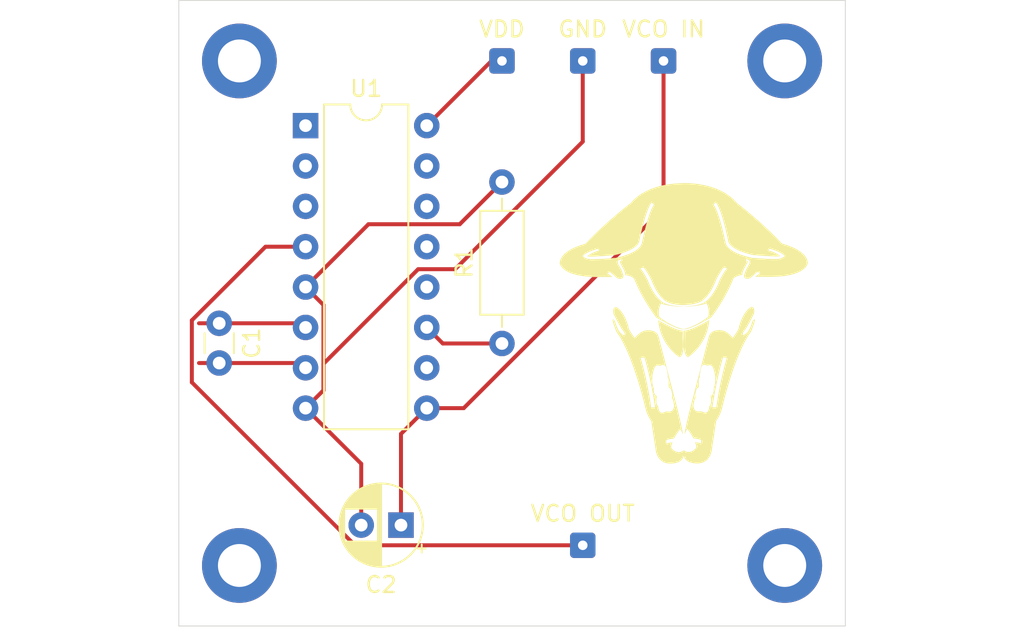
<source format=kicad_pcb>
(kicad_pcb (version 20171130) (host pcbnew "(5.1.6)-1")

  (general
    (thickness 1.6)
    (drawings 4)
    (tracks 31)
    (zones 0)
    (modules 13)
    (nets 16)
  )

  (page A4)
  (layers
    (0 F.Cu signal)
    (31 B.Cu signal)
    (32 B.Adhes user)
    (33 F.Adhes user hide)
    (34 B.Paste user)
    (35 F.Paste user)
    (36 B.SilkS user)
    (37 F.SilkS user)
    (38 B.Mask user)
    (39 F.Mask user)
    (40 Dwgs.User user)
    (41 Cmts.User user)
    (42 Eco1.User user)
    (43 Eco2.User user)
    (44 Edge.Cuts user)
    (45 Margin user)
    (46 B.CrtYd user)
    (47 F.CrtYd user)
    (48 B.Fab user)
    (49 F.Fab user)
  )

  (setup
    (last_trace_width 0.25)
    (trace_clearance 0.2)
    (zone_clearance 0.508)
    (zone_45_only no)
    (trace_min 0.2)
    (via_size 0.8)
    (via_drill 0.4)
    (via_min_size 0.4)
    (via_min_drill 0.3)
    (uvia_size 0.3)
    (uvia_drill 0.1)
    (uvias_allowed no)
    (uvia_min_size 0.2)
    (uvia_min_drill 0.1)
    (edge_width 0.05)
    (segment_width 0.2)
    (pcb_text_width 0.3)
    (pcb_text_size 1.5 1.5)
    (mod_edge_width 0.12)
    (mod_text_size 1 1)
    (mod_text_width 0.15)
    (pad_size 1.524 1.524)
    (pad_drill 0.762)
    (pad_to_mask_clearance 0.05)
    (aux_axis_origin 0 0)
    (visible_elements 7FFFFFFF)
    (pcbplotparams
      (layerselection 0x010f0_ffffffff)
      (usegerberextensions true)
      (usegerberattributes true)
      (usegerberadvancedattributes true)
      (creategerberjobfile true)
      (excludeedgelayer true)
      (linewidth 0.100000)
      (plotframeref false)
      (viasonmask false)
      (mode 1)
      (useauxorigin false)
      (hpglpennumber 1)
      (hpglpenspeed 20)
      (hpglpendiameter 15.000000)
      (psnegative false)
      (psa4output false)
      (plotreference true)
      (plotvalue false)
      (plotinvisibletext false)
      (padsonsilk false)
      (subtractmaskfromsilk false)
      (outputformat 1)
      (mirror false)
      (drillshape 0)
      (scaleselection 1)
      (outputdirectory "gerbers/"))
  )

  (net 0 "")
  (net 1 "Net-(C1-Pad2)")
  (net 2 "Net-(C1-Pad1)")
  (net 3 "Net-(C2-Pad1)")
  (net 4 Earth)
  (net 5 "Net-(R1-Pad1)")
  (net 6 "Net-(U1-Pad16)")
  (net 7 "Net-(U1-Pad15)")
  (net 8 "Net-(U1-Pad14)")
  (net 9 "Net-(U1-Pad13)")
  (net 10 "Net-(U1-Pad12)")
  (net 11 "Net-(U1-Pad4)")
  (net 12 "Net-(U1-Pad3)")
  (net 13 "Net-(U1-Pad10)")
  (net 14 "Net-(U1-Pad2)")
  (net 15 "Net-(U1-Pad1)")

  (net_class Default "This is the default net class."
    (clearance 0.2)
    (trace_width 0.25)
    (via_dia 0.8)
    (via_drill 0.4)
    (uvia_dia 0.3)
    (uvia_drill 0.1)
    (add_net Earth)
    (add_net "Net-(C1-Pad1)")
    (add_net "Net-(C1-Pad2)")
    (add_net "Net-(C2-Pad1)")
    (add_net "Net-(R1-Pad1)")
    (add_net "Net-(U1-Pad1)")
    (add_net "Net-(U1-Pad10)")
    (add_net "Net-(U1-Pad12)")
    (add_net "Net-(U1-Pad13)")
    (add_net "Net-(U1-Pad14)")
    (add_net "Net-(U1-Pad15)")
    (add_net "Net-(U1-Pad16)")
    (add_net "Net-(U1-Pad2)")
    (add_net "Net-(U1-Pad3)")
    (add_net "Net-(U1-Pad4)")
  )

  (module ratskull:ratskullsmall (layer F.Cu) (tedit 0) (tstamp 5F361899)
    (at 148.59 100.33)
    (fp_text reference G*** (at 0 0) (layer F.SilkS) hide
      (effects (font (size 1.524 1.524) (thickness 0.3)))
    )
    (fp_text value LOGO (at 0.75 0) (layer F.SilkS) hide
      (effects (font (size 1.524 1.524) (thickness 0.3)))
    )
    (fp_poly (pts (xy 0.075565 -8.820362) (xy 0.163452 -8.818288) (xy 0.247033 -8.81558) (xy 0.327049 -8.812193)
      (xy 0.404238 -8.808077) (xy 0.479342 -8.803187) (xy 0.553101 -8.797475) (xy 0.626254 -8.790893)
      (xy 0.699541 -8.783395) (xy 0.75819 -8.776773) (xy 0.908312 -8.757203) (xy 1.055947 -8.734057)
      (xy 1.200995 -8.707373) (xy 1.343354 -8.677187) (xy 1.482922 -8.643539) (xy 1.619598 -8.606465)
      (xy 1.753282 -8.566004) (xy 1.883871 -8.522193) (xy 2.011264 -8.475071) (xy 2.135361 -8.424674)
      (xy 2.256059 -8.37104) (xy 2.373257 -8.314208) (xy 2.486855 -8.254215) (xy 2.596751 -8.1911)
      (xy 2.702844 -8.124898) (xy 2.805031 -8.05565) (xy 2.903213 -7.983391) (xy 2.919523 -7.970792)
      (xy 2.977658 -7.92428) (xy 3.034093 -7.876584) (xy 3.08836 -7.828153) (xy 3.139991 -7.779434)
      (xy 3.188517 -7.730877) (xy 3.233471 -7.682931) (xy 3.274384 -7.636044) (xy 3.295029 -7.610826)
      (xy 3.304166 -7.599683) (xy 3.312945 -7.589513) (xy 3.320559 -7.581214) (xy 3.3262 -7.575683)
      (xy 3.327716 -7.574453) (xy 3.334183 -7.569664) (xy 3.344206 -7.562071) (xy 3.357347 -7.552014)
      (xy 3.373171 -7.539833) (xy 3.39124 -7.525866) (xy 3.411119 -7.510454) (xy 3.432372 -7.493934)
      (xy 3.454561 -7.476647) (xy 3.477251 -7.458932) (xy 3.500005 -7.441129) (xy 3.522387 -7.423576)
      (xy 3.543961 -7.406613) (xy 3.56429 -7.390579) (xy 3.57251 -7.384079) (xy 3.734642 -7.25458)
      (xy 3.897948 -7.121842) (xy 4.061869 -6.986353) (xy 4.225845 -6.848598) (xy 4.389319 -6.709064)
      (xy 4.551733 -6.568237) (xy 4.712527 -6.426604) (xy 4.871144 -6.284651) (xy 5.027025 -6.142863)
      (xy 5.179611 -6.001727) (xy 5.328345 -5.861731) (xy 5.407547 -5.78612) (xy 5.468941 -5.726935)
      (xy 5.53136 -5.666232) (xy 5.594401 -5.604421) (xy 5.657661 -5.541908) (xy 5.720736 -5.479102)
      (xy 5.783224 -5.416409) (xy 5.844721 -5.354237) (xy 5.904825 -5.292993) (xy 5.963131 -5.233086)
      (xy 6.019238 -5.174922) (xy 6.072742 -5.118909) (xy 6.12324 -5.065454) (xy 6.1695 -5.01586)
      (xy 6.173597 -5.013441) (xy 6.181613 -5.010299) (xy 6.192502 -5.006803) (xy 6.204025 -5.003627)
      (xy 6.251745 -4.990912) (xy 6.303072 -4.976311) (xy 6.35703 -4.960131) (xy 6.412644 -4.942677)
      (xy 6.46894 -4.924258) (xy 6.524941 -4.905179) (xy 6.579671 -4.885747) (xy 6.58368 -4.88429)
      (xy 6.683912 -4.846418) (xy 6.780225 -4.807206) (xy 6.872557 -4.766706) (xy 6.960846 -4.724963)
      (xy 7.04503 -4.682028) (xy 7.125046 -4.637949) (xy 7.200833 -4.592774) (xy 7.27233 -4.546551)
      (xy 7.339473 -4.49933) (xy 7.402201 -4.451158) (xy 7.460452 -4.402084) (xy 7.514165 -4.352157)
      (xy 7.563276 -4.301425) (xy 7.607725 -4.249937) (xy 7.647449 -4.19774) (xy 7.682387 -4.144884)
      (xy 7.712476 -4.091418) (xy 7.737654 -4.037388) (xy 7.757859 -3.982845) (xy 7.764829 -3.95986)
      (xy 7.773367 -3.926473) (xy 7.780296 -3.892583) (xy 7.785456 -3.859315) (xy 7.788685 -3.827793)
      (xy 7.789822 -3.799142) (xy 7.789594 -3.78714) (xy 7.787732 -3.76755) (xy 7.783591 -3.74726)
      (xy 7.776933 -3.725511) (xy 7.767518 -3.701546) (xy 7.755108 -3.674608) (xy 7.752335 -3.668977)
      (xy 7.72681 -3.622879) (xy 7.696414 -3.577381) (xy 7.661341 -3.532672) (xy 7.621784 -3.488944)
      (xy 7.577937 -3.446389) (xy 7.529994 -3.405198) (xy 7.478147 -3.365563) (xy 7.422589 -3.327675)
      (xy 7.38251 -3.302839) (xy 7.31266 -3.263618) (xy 7.238218 -3.226443) (xy 7.15925 -3.191334)
      (xy 7.075821 -3.158311) (xy 6.987997 -3.127391) (xy 6.895844 -3.098593) (xy 6.799426 -3.071937)
      (xy 6.698809 -3.04744) (xy 6.59406 -3.025123) (xy 6.485243 -3.005002) (xy 6.372424 -2.987099)
      (xy 6.255669 -2.97143) (xy 6.20649 -2.965636) (xy 6.121341 -2.956608) (xy 6.036013 -2.948809)
      (xy 5.949718 -2.942189) (xy 5.861665 -2.9367) (xy 5.771065 -2.932292) (xy 5.677129 -2.928918)
      (xy 5.579068 -2.926529) (xy 5.56895 -2.926342) (xy 5.555629 -2.926158) (xy 5.538167 -2.926009)
      (xy 5.516848 -2.925894) (xy 5.491958 -2.92581) (xy 5.463782 -2.925758) (xy 5.432604 -2.925734)
      (xy 5.39871 -2.925738) (xy 5.362384 -2.925769) (xy 5.323913 -2.925825) (xy 5.283579 -2.925905)
      (xy 5.24167 -2.926008) (xy 5.198469 -2.926132) (xy 5.154262 -2.926276) (xy 5.109333 -2.926438)
      (xy 5.063969 -2.926618) (xy 5.018452 -2.926814) (xy 4.97307 -2.927024) (xy 4.928106 -2.927247)
      (xy 4.883846 -2.927482) (xy 4.840574 -2.927728) (xy 4.798577 -2.927983) (xy 4.758138 -2.928246)
      (xy 4.719542 -2.928516) (xy 4.683076 -2.928791) (xy 4.649023 -2.929069) (xy 4.617669 -2.92935)
      (xy 4.589298 -2.929633) (xy 4.564196 -2.929915) (xy 4.542648 -2.930196) (xy 4.524939 -2.930474)
      (xy 4.511354 -2.930747) (xy 4.502177 -2.931016) (xy 4.497694 -2.931277) (xy 4.497285 -2.931368)
      (xy 4.498876 -2.933157) (xy 4.504109 -2.937445) (xy 4.512454 -2.943833) (xy 4.523381 -2.951921)
      (xy 4.536359 -2.961311) (xy 4.549615 -2.970729) (xy 4.58047 -2.992649) (xy 4.611366 -3.014934)
      (xy 4.641497 -3.036988) (xy 4.670058 -3.058218) (xy 4.696242 -3.078026) (xy 4.719245 -3.095818)
      (xy 4.72567 -3.100882) (xy 4.73903 -3.111626) (xy 4.752719 -3.122907) (xy 4.766193 -3.13425)
      (xy 4.77891 -3.145177) (xy 4.790327 -3.155214) (xy 4.799903 -3.163883) (xy 4.807094 -3.17071)
      (xy 4.811358 -3.175217) (xy 4.812267 -3.17688) (xy 4.80963 -3.177905) (xy 4.802668 -3.18027)
      (xy 4.791909 -3.183804) (xy 4.777879 -3.188337) (xy 4.761104 -3.193699) (xy 4.742112 -3.199721)
      (xy 4.721428 -3.206232) (xy 4.715273 -3.208161) (xy 4.619602 -3.23812) (xy 4.580112 -3.201226)
      (xy 4.544462 -3.168456) (xy 4.505361 -3.13351) (xy 4.463569 -3.097055) (xy 4.419844 -3.05976)
      (xy 4.412454 -3.053536) (xy 4.399283 -3.042272) (xy 4.3833 -3.02829) (xy 4.365374 -3.012373)
      (xy 4.346379 -2.995299) (xy 4.327184 -2.97785) (xy 4.30866 -2.960806) (xy 4.300598 -2.953311)
      (xy 4.277602 -2.932019) (xy 4.257633 -2.913941) (xy 4.240161 -2.898664) (xy 4.224657 -2.885774)
      (xy 4.210591 -2.874857) (xy 4.197433 -2.865499) (xy 4.184655 -2.857287) (xy 4.171728 -2.849807)
      (xy 4.16052 -2.843866) (xy 4.132348 -2.830571) (xy 4.105929 -2.820693) (xy 4.079681 -2.81382)
      (xy 4.052023 -2.809534) (xy 4.021756 -2.807435) (xy 3.98986 -2.807377) (xy 3.961238 -2.809779)
      (xy 3.934634 -2.814808) (xy 3.910073 -2.822174) (xy 3.899804 -2.82556) (xy 3.890722 -2.828128)
      (xy 3.884353 -2.829462) (xy 3.883092 -2.82956) (xy 3.876307 -2.830962) (xy 3.867295 -2.834567)
      (xy 3.85785 -2.839481) (xy 3.849769 -2.844806) (xy 3.84617 -2.847988) (xy 3.834684 -2.863293)
      (xy 3.824515 -2.882987) (xy 3.815838 -2.90651) (xy 3.808833 -2.933299) (xy 3.803678 -2.962794)
      (xy 3.800774 -2.991083) (xy 3.799146 -3.014175) (xy 3.846535 -3.159993) (xy 3.85665 -3.19106)
      (xy 3.865389 -3.217741) (xy 3.872915 -3.240491) (xy 3.879392 -3.259765) (xy 3.884983 -3.276018)
      (xy 3.889854 -3.289704) (xy 3.894167 -3.301279) (xy 3.898087 -3.311197) (xy 3.901776 -3.319914)
      (xy 3.9054 -3.327884) (xy 3.909122 -3.335562) (xy 3.911411 -3.3401) (xy 3.930409 -3.377323)
      (xy 3.947294 -3.410326) (xy 3.962235 -3.439431) (xy 3.975405 -3.464955) (xy 3.986973 -3.487218)
      (xy 3.997111 -3.506538) (xy 4.00599 -3.523235) (xy 4.013781 -3.537627) (xy 4.020654 -3.550034)
      (xy 4.026781 -3.560774) (xy 4.032332 -3.570167) (xy 4.037478 -3.57853) (xy 4.04239 -3.586184)
      (xy 4.04686 -3.592889) (xy 4.074081 -3.635167) (xy 4.097793 -3.676426) (xy 4.117837 -3.716328)
      (xy 4.134057 -3.754533) (xy 4.146293 -3.7907) (xy 4.154293 -3.82397) (xy 4.156776 -3.842583)
      (xy 4.157778 -3.862568) (xy 4.157353 -3.882525) (xy 4.155557 -3.901051) (xy 4.152443 -3.916744)
      (xy 4.150432 -3.92303) (xy 4.141795 -3.939004) (xy 4.128166 -3.954599) (xy 4.10962 -3.969755)
      (xy 4.086235 -3.984411) (xy 4.058088 -3.998509) (xy 4.048648 -4.002654) (xy 4.026504 -4.01126)
      (xy 4.003108 -4.018872) (xy 3.979656 -4.025195) (xy 3.95734 -4.029932) (xy 3.937356 -4.032788)
      (xy 3.923967 -4.03352) (xy 3.9116 -4.03352) (xy 3.9116 -3.940266) (xy 3.932103 -3.938861)
      (xy 3.952044 -3.935954) (xy 3.967969 -3.930166) (xy 3.980131 -3.921369) (xy 3.98831 -3.91033)
      (xy 3.99865 -3.887587) (xy 4.004258 -3.866053) (xy 4.005163 -3.845165) (xy 4.001393 -3.824357)
      (xy 3.993649 -3.804441) (xy 3.987301 -3.792178) (xy 3.979833 -3.779081) (xy 3.972699 -3.767684)
      (xy 3.971646 -3.76613) (xy 3.967914 -3.760078) (xy 3.962253 -3.750064) (xy 3.95498 -3.736684)
      (xy 3.946408 -3.720534) (xy 3.936854 -3.702209) (xy 3.926633 -3.682306) (xy 3.916059 -3.66142)
      (xy 3.912559 -3.654439) (xy 3.902038 -3.633524) (xy 3.891867 -3.613527) (xy 3.882343 -3.595021)
      (xy 3.873766 -3.578577) (xy 3.866434 -3.564766) (xy 3.860647 -3.554161) (xy 3.856704 -3.547332)
      (xy 3.855794 -3.545909) (xy 3.845853 -3.530617) (xy 3.834336 -3.511884) (xy 3.821897 -3.490834)
      (xy 3.809189 -3.468591) (xy 3.796864 -3.446278) (xy 3.785663 -3.42519) (xy 3.754982 -3.361792)
      (xy 3.729081 -3.299147) (xy 3.707989 -3.237353) (xy 3.691736 -3.176508) (xy 3.680353 -3.116708)
      (xy 3.674041 -3.060485) (xy 3.672453 -3.038679) (xy 3.635181 -3.035667) (xy 3.567912 -3.027927)
      (xy 3.502329 -3.015765) (xy 3.438669 -2.999278) (xy 3.377169 -2.978559) (xy 3.318066 -2.953706)
      (xy 3.261598 -2.924812) (xy 3.208002 -2.891974) (xy 3.157514 -2.855286) (xy 3.130028 -2.832524)
      (xy 3.127144 -2.828503) (xy 3.122921 -2.82064) (xy 3.117806 -2.809851) (xy 3.112242 -2.797051)
      (xy 3.109308 -2.789875) (xy 3.058838 -2.666969) (xy 3.004702 -2.541283) (xy 2.947138 -2.413289)
      (xy 2.886384 -2.283457) (xy 2.822676 -2.152259) (xy 2.756254 -2.020167) (xy 2.687354 -1.887652)
      (xy 2.616214 -1.755184) (xy 2.543072 -1.623236) (xy 2.468165 -1.492278) (xy 2.391732 -1.362782)
      (xy 2.379046 -1.341682) (xy 2.328534 -1.258754) (xy 2.276746 -1.175413) (xy 2.223969 -1.092083)
      (xy 2.170492 -1.009188) (xy 2.116603 -0.927152) (xy 2.06259 -0.846399) (xy 2.008742 -0.767352)
      (xy 1.955348 -0.690435) (xy 1.902694 -0.616072) (xy 1.85107 -0.544687) (xy 1.800764 -0.476703)
      (xy 1.752065 -0.412545) (xy 1.712299 -0.361526) (xy 1.708971 -0.358304) (xy 1.703305 -0.35432)
      (xy 1.69486 -0.349326) (xy 1.683191 -0.343079) (xy 1.667854 -0.335333) (xy 1.648408 -0.325842)
      (xy 1.643547 -0.323502) (xy 1.625018 -0.314488) (xy 1.60616 -0.305111) (xy 1.588019 -0.295908)
      (xy 1.571639 -0.287412) (xy 1.558067 -0.280157) (xy 1.55067 -0.27603) (xy 1.482827 -0.23746)
      (xy 1.41302 -0.198477) (xy 1.341754 -0.15934) (xy 1.269534 -0.120311) (xy 1.196869 -0.08165)
      (xy 1.124264 -0.043617) (xy 1.052226 -0.006474) (xy 0.981261 0.02952) (xy 0.911875 0.064104)
      (xy 0.844575 0.097017) (xy 0.779867 0.127999) (xy 0.718258 0.156789) (xy 0.660255 0.183127)
      (xy 0.64516 0.189836) (xy 0.573952 0.220725) (xy 0.506794 0.248617) (xy 0.443645 0.273525)
      (xy 0.384464 0.295464) (xy 0.329209 0.314447) (xy 0.277839 0.330489) (xy 0.230313 0.343604)
      (xy 0.18659 0.353805) (xy 0.146629 0.361108) (xy 0.141914 0.361815) (xy 0.12819 0.363417)
      (xy 0.111868 0.364543) (xy 0.09225 0.365223) (xy 0.068634 0.365485) (xy 0.054284 0.365465)
      (xy 0.037688 0.36534) (xy 0.023239 0.365146) (xy 0.011557 0.364899) (xy 0.003262 0.364613)
      (xy -0.001026 0.364305) (xy -0.00127 0.364074) (xy 0.003054 0.363191) (xy 0.01125 0.361558)
      (xy 0.022202 0.359397) (xy 0.034796 0.356928) (xy 0.03683 0.356531) (xy 0.096515 0.343578)
      (xy 0.159604 0.327412) (xy 0.225692 0.308181) (xy 0.294373 0.286033) (xy 0.365243 0.261115)
      (xy 0.437895 0.233577) (xy 0.511926 0.203565) (xy 0.58693 0.171229) (xy 0.662502 0.136716)
      (xy 0.73787 0.100355) (xy 0.859204 0.037859) (xy 0.97896 -0.028638) (xy 1.097454 -0.099335)
      (xy 1.215001 -0.174428) (xy 1.331916 -0.254117) (xy 1.448515 -0.338598) (xy 1.500172 -0.377624)
      (xy 1.551274 -0.416714) (xy 1.55681 -0.442672) (xy 1.561168 -0.465093) (xy 1.565515 -0.491149)
      (xy 1.569636 -0.519402) (xy 1.573315 -0.548411) (xy 1.575309 -0.56642) (xy 1.576611 -0.582862)
      (xy 1.577597 -0.603424) (xy 1.578272 -0.627154) (xy 1.578641 -0.653102) (xy 1.578709 -0.680318)
      (xy 1.578483 -0.707851) (xy 1.577967 -0.734751) (xy 1.577166 -0.760066) (xy 1.576086 -0.782848)
      (xy 1.574732 -0.802144) (xy 1.573946 -0.81026) (xy 1.563347 -0.887698) (xy 1.54875 -0.962678)
      (xy 1.530217 -1.034936) (xy 1.507815 -1.104205) (xy 1.493234 -1.142513) (xy 1.488694 -1.153392)
      (xy 1.482996 -1.166447) (xy 1.476468 -1.180985) (xy 1.469439 -1.196312) (xy 1.462239 -1.211733)
      (xy 1.455196 -1.226555) (xy 1.44864 -1.240083) (xy 1.442901 -1.251624) (xy 1.438307 -1.260484)
      (xy 1.435187 -1.265969) (xy 1.43396 -1.26746) (xy 1.43124 -1.266385) (xy 1.424929 -1.263456)
      (xy 1.415964 -1.25912) (xy 1.405284 -1.253824) (xy 1.405192 -1.253777) (xy 1.378486 -1.241513)
      (xy 1.347094 -1.229091) (xy 1.311401 -1.216608) (xy 1.271793 -1.204162) (xy 1.228658 -1.19185)
      (xy 1.182381 -1.179769) (xy 1.133349 -1.168018) (xy 1.081948 -1.156692) (xy 1.028564 -1.14589)
      (xy 0.973585 -1.135708) (xy 0.917396 -1.126245) (xy 0.86995 -1.11898) (xy 0.761895 -1.104551)
      (xy 0.649653 -1.092203) (xy 0.533688 -1.081971) (xy 0.414462 -1.073887) (xy 0.292439 -1.067986)
      (xy 0.16808 -1.064302) (xy 0.10922 -1.063349) (xy 0.084784 -1.063072) (xy 0.065331 -1.062889)
      (xy 0.050868 -1.062809) (xy 0.041407 -1.062842) (xy 0.036956 -1.062995) (xy 0.037525 -1.063278)
      (xy 0.043123 -1.063699) (xy 0.053761 -1.064267) (xy 0.069448 -1.064992) (xy 0.090194 -1.06588)
      (xy 0.11303 -1.066822) (xy 0.20515 -1.071312) (xy 0.295578 -1.077189) (xy 0.384027 -1.084411)
      (xy 0.470208 -1.092932) (xy 0.553834 -1.102711) (xy 0.634616 -1.113702) (xy 0.712266 -1.125864)
      (xy 0.786496 -1.139151) (xy 0.857018 -1.15352) (xy 0.923544 -1.168929) (xy 0.985787 -1.185333)
      (xy 1.043457 -1.202688) (xy 1.070101 -1.211576) (xy 1.101953 -1.223121) (xy 1.135134 -1.236141)
      (xy 1.168682 -1.250204) (xy 1.201635 -1.264873) (xy 1.233031 -1.279715) (xy 1.261905 -1.294294)
      (xy 1.287297 -1.308177) (xy 1.297815 -1.314375) (xy 1.353459 -1.35055) (xy 1.409263 -1.391641)
      (xy 1.46509 -1.437493) (xy 1.520806 -1.487951) (xy 1.576273 -1.542859) (xy 1.631358 -1.602063)
      (xy 1.685922 -1.665406) (xy 1.739832 -1.732733) (xy 1.792951 -1.80389) (xy 1.845143 -1.878722)
      (xy 1.896273 -1.957072) (xy 1.946204 -2.038785) (xy 1.97541 -2.08915) (xy 2.020983 -2.171815)
      (xy 2.066205 -2.258824) (xy 2.110729 -2.349439) (xy 2.154204 -2.442926) (xy 2.196283 -2.538548)
      (xy 2.236615 -2.635568) (xy 2.247945 -2.663887) (xy 2.265742 -2.706271) (xy 2.285807 -2.749204)
      (xy 2.303634 -2.784346) (xy 2.340812 -2.854559) (xy 2.377514 -2.922212) (xy 2.413628 -2.987123)
      (xy 2.449038 -3.049107) (xy 2.48363 -3.107983) (xy 2.517291 -3.163567) (xy 2.549905 -3.215677)
      (xy 2.581359 -3.26413) (xy 2.611538 -3.308743) (xy 2.640328 -3.349334) (xy 2.667616 -3.38572)
      (xy 2.693286 -3.417717) (xy 2.7151 -3.442818) (xy 2.73344 -3.462986) (xy 2.722445 -3.466243)
      (xy 2.717555 -3.467677) (xy 2.708399 -3.470348) (xy 2.695588 -3.474077) (xy 2.679736 -3.478687)
      (xy 2.661456 -3.484) (xy 2.641358 -3.489837) (xy 2.620057 -3.49602) (xy 2.617718 -3.496699)
      (xy 2.523987 -3.523898) (xy 2.504512 -3.503677) (xy 2.483316 -3.480381) (xy 2.460276 -3.452641)
      (xy 2.435539 -3.420688) (xy 2.409254 -3.384753) (xy 2.381569 -3.345066) (xy 2.352631 -3.301856)
      (xy 2.32259 -3.255355) (xy 2.291592 -3.205791) (xy 2.259786 -3.153395) (xy 2.227321 -3.098398)
      (xy 2.194343 -3.041029) (xy 2.161001 -2.981518) (xy 2.127444 -2.920097) (xy 2.11905 -2.90449)
      (xy 2.101982 -2.872535) (xy 2.087119 -2.8444) (xy 2.074169 -2.819483) (xy 2.062837 -2.797182)
      (xy 2.052832 -2.776893) (xy 2.043861 -2.758015) (xy 2.035632 -2.739943) (xy 2.02785 -2.722076)
      (xy 2.020224 -2.703811) (xy 2.013561 -2.687313) (xy 1.971827 -2.585763) (xy 1.928564 -2.486613)
      (xy 1.884001 -2.390331) (xy 1.838368 -2.297388) (xy 1.791892 -2.208254) (xy 1.744803 -2.123399)
      (xy 1.711913 -2.067322) (xy 1.660524 -1.984402) (xy 1.608791 -1.906278) (xy 1.556498 -1.832669)
      (xy 1.503431 -1.763292) (xy 1.449372 -1.697865) (xy 1.394106 -1.636107) (xy 1.337416 -1.577735)
      (xy 1.335629 -1.575972) (xy 1.306604 -1.547784) (xy 1.279911 -1.522791) (xy 1.254676 -1.500249)
      (xy 1.230025 -1.479415) (xy 1.205083 -1.459542) (xy 1.178975 -1.439888) (xy 1.157868 -1.424677)
      (xy 1.139054 -1.411608) (xy 1.121181 -1.39983) (xy 1.103425 -1.388889) (xy 1.084966 -1.37833)
      (xy 1.064981 -1.367699) (xy 1.042648 -1.35654) (xy 1.017144 -1.344399) (xy 0.990771 -1.332243)
      (xy 0.936631 -1.309179) (xy 0.879051 -1.287797) (xy 0.817825 -1.268045) (xy 0.752748 -1.24987)
      (xy 0.683616 -1.233219) (xy 0.610223 -1.218041) (xy 0.532365 -1.204281) (xy 0.449837 -1.191889)
      (xy 0.43561 -1.189952) (xy 0.404934 -1.18606) (xy 0.3714 -1.182205) (xy 0.335725 -1.178445)
      (xy 0.298624 -1.174837) (xy 0.260815 -1.171438) (xy 0.223012 -1.168304) (xy 0.185932 -1.165492)
      (xy 0.15029 -1.163059) (xy 0.116804 -1.161062) (xy 0.086189 -1.159558) (xy 0.059161 -1.158603)
      (xy 0.036437 -1.158254) (xy 0.035957 -1.158254) (xy 0.024774 -1.158153) (xy 0.017665 -1.157731)
      (xy 0.013625 -1.156783) (xy 0.011649 -1.155104) (xy 0.010895 -1.15316) (xy 0.007492 -1.14887)
      (xy 0.004148 -1.148106) (xy -0.004311 -1.148272) (xy -0.017018 -1.148686) (xy -0.033147 -1.149309)
      (xy -0.051874 -1.150103) (xy -0.072373 -1.151028) (xy -0.09382 -1.152045) (xy -0.11539 -1.153116)
      (xy -0.136258 -1.154201) (xy -0.1556 -1.155262) (xy -0.17259 -1.156259) (xy -0.18415 -1.157)
      (xy -0.283893 -1.164824) (xy -0.379001 -1.174514) (xy -0.469572 -1.186091) (xy -0.555706 -1.199574)
      (xy -0.6375 -1.214986) (xy -0.715053 -1.232345) (xy -0.788463 -1.251674) (xy -0.857829 -1.272991)
      (xy -0.923248 -1.296319) (xy -0.98482 -1.321677) (xy -0.996608 -1.326961) (xy -1.010998 -1.333481)
      (xy -1.023751 -1.339222) (xy -1.034169 -1.343873) (xy -1.041556 -1.347122) (xy -1.045215 -1.348659)
      (xy -1.045476 -1.34874) (xy -1.048561 -1.349989) (xy -1.055166 -1.353423) (xy -1.064477 -1.35857)
      (xy -1.075684 -1.36496) (xy -1.087974 -1.372122) (xy -1.100534 -1.379587) (xy -1.112554 -1.386884)
      (xy -1.123221 -1.393541) (xy -1.127232 -1.396117) (xy -1.171459 -1.426678) (xy -1.216927 -1.461608)
      (xy -1.263184 -1.500489) (xy -1.309777 -1.542901) (xy -1.356254 -1.588427) (xy -1.402162 -1.636646)
      (xy -1.447049 -1.687139) (xy -1.466959 -1.71069) (xy -1.525931 -1.784612) (xy -1.583894 -1.863387)
      (xy -1.64077 -1.946876) (xy -1.696479 -2.03494) (xy -1.750943 -2.127437) (xy -1.804083 -2.224229)
      (xy -1.855819 -2.325174) (xy -1.906074 -2.430133) (xy -1.954769 -2.538967) (xy -2.001823 -2.651534)
      (xy -2.014577 -2.683407) (xy -2.025873 -2.711136) (xy -2.037172 -2.737157) (xy -2.049192 -2.763026)
      (xy -2.062653 -2.790295) (xy -2.075632 -2.815487) (xy -2.117132 -2.893788) (xy -2.158142 -2.969109)
      (xy -2.198501 -3.041175) (xy -2.23805 -3.109714) (xy -2.27663 -3.174452) (xy -2.314079 -3.235114)
      (xy -2.350239 -3.291428) (xy -2.376802 -3.33121) (xy -2.394192 -3.356291) (xy -2.412287 -3.381489)
      (xy -2.430609 -3.406196) (xy -2.448683 -3.4298) (xy -2.466031 -3.451693) (xy -2.482176 -3.471265)
      (xy -2.496643 -3.487904) (xy -2.508954 -3.501002) (xy -2.511255 -3.503279) (xy -2.523631 -3.515327)
      (xy -2.625161 -3.485911) (xy -2.646991 -3.479554) (xy -2.667312 -3.473572) (xy -2.685604 -3.468125)
      (xy -2.701343 -3.463371) (xy -2.714011 -3.459467) (xy -2.723084 -3.456571) (xy -2.728043 -3.454842)
      (xy -2.728807 -3.454475) (xy -2.728046 -3.451923) (xy -2.724381 -3.446515) (xy -2.718421 -3.43907)
      (xy -2.711505 -3.431202) (xy -2.688987 -3.405262) (xy -2.664678 -3.374807) (xy -2.638697 -3.34003)
      (xy -2.611167 -3.301121) (xy -2.582208 -3.258273) (xy -2.551942 -3.211677) (xy -2.52049 -3.161525)
      (xy -2.487973 -3.108008) (xy -2.454511 -3.051317) (xy -2.420227 -2.991646) (xy -2.385241 -2.929184)
      (xy -2.349675 -2.864124) (xy -2.331114 -2.82956) (xy -2.31578 -2.80069) (xy -2.302622 -2.775567)
      (xy -2.291316 -2.75352) (xy -2.281536 -2.733874) (xy -2.272958 -2.715957) (xy -2.265255 -2.699095)
      (xy -2.258103 -2.682616) (xy -2.251177 -2.665846) (xy -2.247076 -2.65557) (xy -2.199819 -2.540086)
      (xy -2.150302 -2.427254) (xy -2.098745 -2.317523) (xy -2.045364 -2.211339) (xy -1.990379 -2.109148)
      (xy -1.934008 -2.011397) (xy -1.925787 -1.99771) (xy -1.877493 -1.920327) (xy -1.827888 -1.845922)
      (xy -1.77714 -1.774679) (xy -1.725416 -1.706778) (xy -1.672884 -1.642403) (xy -1.619711 -1.581734)
      (xy -1.566066 -1.524953) (xy -1.512115 -1.472242) (xy -1.458027 -1.423783) (xy -1.403969 -1.379758)
      (xy -1.350108 -1.340349) (xy -1.296613 -1.305737) (xy -1.277315 -1.294394) (xy -1.262511 -1.286372)
      (xy -1.243897 -1.276982) (xy -1.222413 -1.266652) (xy -1.199002 -1.255812) (xy -1.174604 -1.24489)
      (xy -1.150161 -1.234313) (xy -1.126615 -1.224512) (xy -1.104906 -1.215913) (xy -1.1049 -1.215911)
      (xy -1.054227 -1.197844) (xy -0.998777 -1.180645) (xy -0.938783 -1.164353) (xy -0.87448 -1.149002)
      (xy -0.806103 -1.13463) (xy -0.733884 -1.121273) (xy -0.658059 -1.108968) (xy -0.578861 -1.09775)
      (xy -0.496524 -1.087657) (xy -0.411282 -1.078725) (xy -0.32337 -1.07099) (xy -0.233021 -1.064488)
      (xy -0.14047 -1.059257) (xy -0.08255 -1.056686) (xy -0.069586 -1.056155) (xy -0.06024 -1.055729)
      (xy -0.05468 -1.055404) (xy -0.053074 -1.055177) (xy -0.055589 -1.055043) (xy -0.062392 -1.054999)
      (xy -0.073651 -1.055039) (xy -0.089534 -1.05516) (xy -0.110207 -1.055358) (xy -0.12827 -1.055546)
      (xy -0.233087 -1.057584) (xy -0.337622 -1.061424) (xy -0.441289 -1.067016) (xy -0.543499 -1.074306)
      (xy -0.643665 -1.083245) (xy -0.7412 -1.093781) (xy -0.835516 -1.105861) (xy -0.926026 -1.119434)
      (xy -0.998092 -1.131844) (xy -1.057737 -1.143328) (xy -1.114816 -1.155436) (xy -1.169004 -1.16808)
      (xy -1.219972 -1.181166) (xy -1.267394 -1.194604) (xy -1.310942 -1.208303) (xy -1.350291 -1.222172)
      (xy -1.385111 -1.236118) (xy -1.406254 -1.245704) (xy -1.434558 -1.259279) (xy -1.456548 -1.213838)
      (xy -1.486655 -1.14702) (xy -1.512275 -1.080076) (xy -1.53356 -1.01241) (xy -1.550661 -0.943427)
      (xy -1.563731 -0.872531) (xy -1.572921 -0.799127) (xy -1.577552 -0.73872) (xy -1.579196 -0.686551)
      (xy -1.578479 -0.632072) (xy -1.575494 -0.577041) (xy -1.570337 -0.523216) (xy -1.563329 -0.47371)
      (xy -1.559645 -0.452542) (xy -1.556404 -0.435903) (xy -1.553467 -0.423275) (xy -1.550696 -0.41414)
      (xy -1.547953 -0.407981) (xy -1.5451 -0.40428) (xy -1.54469 -0.403933) (xy -1.535685 -0.39689)
      (xy -1.523244 -0.387347) (xy -1.508032 -0.375801) (xy -1.490714 -0.362749) (xy -1.471957 -0.348686)
      (xy -1.452426 -0.334109) (xy -1.432785 -0.319516) (xy -1.413702 -0.305402) (xy -1.395841 -0.292264)
      (xy -1.379869 -0.280599) (xy -1.36645 -0.270903) (xy -1.364835 -0.269746) (xy -1.260735 -0.197366)
      (xy -1.155347 -0.12812) (xy -1.049051 -0.062218) (xy -0.942225 0.000133) (xy -0.835249 0.058724)
      (xy -0.728502 0.113346) (xy -0.622365 0.163792) (xy -0.517215 0.209852) (xy -0.42291 0.247702)
      (xy -0.363062 0.269955) (xy -0.303495 0.290749) (xy -0.244881 0.30988) (xy -0.187891 0.327145)
      (xy -0.133196 0.342341) (xy -0.081469 0.355265) (xy -0.03338 0.365713) (xy -0.03302 0.365784)
      (xy -0.019401 0.368512) (xy -0.007493 0.37095) (xy 0.00179 0.372906) (xy 0.007535 0.374191)
      (xy 0.00889 0.374554) (xy 0.007751 0.374971) (xy 0.0023 0.375261) (xy -0.0067 0.375433)
      (xy -0.018482 0.375495) (xy -0.032283 0.375455) (xy -0.047337 0.375322) (xy -0.062879 0.375105)
      (xy -0.078144 0.374812) (xy -0.092368 0.374452) (xy -0.104784 0.374034) (xy -0.114628 0.373565)
      (xy -0.12065 0.373107) (xy -0.15596 0.368162) (xy -0.195325 0.36034) (xy -0.23864 0.34968)
      (xy -0.285796 0.336217) (xy -0.336689 0.319989) (xy -0.391211 0.301032) (xy -0.449256 0.279383)
      (xy -0.510717 0.255078) (xy -0.575487 0.228155) (xy -0.643461 0.19865) (xy -0.69723 0.174507)
      (xy -0.758559 0.146156) (xy -0.823507 0.11531) (xy -0.891465 0.082284) (xy -0.961821 0.047395)
      (xy -1.033966 0.010958) (xy -1.107288 -0.02671) (xy -1.181177 -0.065293) (xy -1.255022 -0.104476)
      (xy -1.328213 -0.143942) (xy -1.400138 -0.183375) (xy -1.470187 -0.222459) (xy -1.53162 -0.25736)
      (xy -1.546708 -0.265775) (xy -1.565131 -0.275675) (xy -1.58562 -0.286401) (xy -1.606904 -0.297294)
      (xy -1.627715 -0.307693) (xy -1.640256 -0.313812) (xy -1.704442 -0.344779) (xy -1.726397 -0.372415)
      (xy -1.736518 -0.385338) (xy -1.749159 -0.401776) (xy -1.763869 -0.421122) (xy -1.780198 -0.442768)
      (xy -1.797693 -0.466111) (xy -1.815903 -0.490542) (xy -1.834378 -0.515455) (xy -1.852667 -0.540245)
      (xy -1.870317 -0.564305) (xy -1.886878 -0.587029) (xy -1.901899 -0.607811) (xy -1.91046 -0.61976)
      (xy -2.029581 -0.790274) (xy -2.146051 -0.964039) (xy -2.259619 -1.14062) (xy -2.370037 -1.319579)
      (xy -2.477052 -1.500482) (xy -2.580415 -1.68289) (xy -2.679876 -1.866369) (xy -2.775182 -2.050481)
      (xy -2.866085 -2.234791) (xy -2.952334 -2.418861) (xy -2.986347 -2.49428) (xy -2.999298 -2.523533)
      (xy -3.013114 -2.5551) (xy -3.027439 -2.588147) (xy -3.041916 -2.621838) (xy -3.056192 -2.655338)
      (xy -3.069909 -2.687811) (xy -3.082713 -2.718423) (xy -3.094248 -2.746337) (xy -3.104159 -2.770718)
      (xy -3.106871 -2.77749) (xy -3.112762 -2.791653) (xy -3.118484 -2.804295) (xy -3.123576 -2.814467)
      (xy -3.127579 -2.821222) (xy -3.128845 -2.822833) (xy -3.136312 -2.829984) (xy -3.147085 -2.839201)
      (xy -3.160233 -2.849752) (xy -3.174824 -2.860904) (xy -3.189925 -2.871922) (xy -3.20167 -2.880098)
      (xy -3.253398 -2.912294) (xy -3.30847 -2.941009) (xy -3.366346 -2.966035) (xy -3.426485 -2.987165)
      (xy -3.488346 -3.00419) (xy -3.551389 -3.016902) (xy -3.561872 -3.018571) (xy -3.576159 -3.02062)
      (xy -3.592454 -3.022726) (xy -3.609683 -3.024777) (xy -3.626775 -3.026655) (xy -3.642659 -3.028247)
      (xy -3.656263 -3.029438) (xy -3.666516 -3.030112) (xy -3.670439 -3.03022) (xy -3.671838 -3.032499)
      (xy -3.672704 -3.038295) (xy -3.67284 -3.042301) (xy -3.673825 -3.064288) (xy -3.676652 -3.090031)
      (xy -3.681129 -3.118631) (xy -3.687066 -3.149189) (xy -3.694271 -3.180806) (xy -3.702554 -3.212583)
      (xy -3.711722 -3.24362) (xy -3.721586 -3.273019) (xy -3.722324 -3.275065) (xy -3.734602 -3.306909)
      (xy -3.749029 -3.340883) (xy -3.765099 -3.375984) (xy -3.782308 -3.411211) (xy -3.800151 -3.445561)
      (xy -3.818123 -3.478033) (xy -3.83572 -3.507625) (xy -3.852436 -3.533335) (xy -3.852481 -3.533401)
      (xy -3.855268 -3.538072) (xy -3.860021 -3.546749) (xy -3.866456 -3.558884) (xy -3.874289 -3.57393)
      (xy -3.883235 -3.591338) (xy -3.893011 -3.610561) (xy -3.90333 -3.63105) (xy -3.907718 -3.63982)
      (xy -3.918511 -3.66124) (xy -3.929196 -3.682079) (xy -3.939437 -3.701709) (xy -3.948897 -3.719496)
      (xy -3.95724 -3.734811) (xy -3.964127 -3.747021) (xy -3.969223 -3.755495) (xy -3.970388 -3.757267)
      (xy -3.984657 -3.779816) (xy -3.994986 -3.799981) (xy -4.001554 -3.818351) (xy -4.004539 -3.835516)
      (xy -4.004121 -3.852067) (xy -4.002215 -3.862344) (xy -3.998613 -3.874369) (xy -3.993688 -3.887479)
      (xy -3.989696 -3.89636) (xy -3.982683 -3.90823) (xy -3.974589 -3.917049) (xy -3.964497 -3.923337)
      (xy -3.951495 -3.927614) (xy -3.934667 -3.9304) (xy -3.928745 -3.931022) (xy -3.9116 -3.93265)
      (xy -3.9116 -4.026497) (xy -3.931285 -4.024731) (xy -3.95692 -4.021307) (xy -3.983245 -4.015729)
      (xy -4.009632 -4.008286) (xy -4.035451 -3.999269) (xy -4.060074 -3.988968) (xy -4.08287 -3.977672)
      (xy -4.103211 -3.965671) (xy -4.120467 -3.953255) (xy -4.13401 -3.940713) (xy -4.14321 -3.928336)
      (xy -4.144076 -3.926711) (xy -4.152194 -3.905471) (xy -4.156766 -3.881074) (xy -4.157745 -3.854049)
      (xy -4.15508 -3.824924) (xy -4.154053 -3.818588) (xy -4.147652 -3.790582) (xy -4.137864 -3.759827)
      (xy -4.12502 -3.727032) (xy -4.109453 -3.692909) (xy -4.091495 -3.658168) (xy -4.071478 -3.623519)
      (xy -4.049734 -3.589673) (xy -4.041384 -3.57759) (xy -4.033689 -3.565974) (xy -4.024751 -3.551367)
      (xy -4.015508 -3.535368) (xy -4.006899 -3.519573) (xy -4.004057 -3.51409) (xy -3.998306 -3.502829)
      (xy -3.990645 -3.487863) (xy -3.981491 -3.470002) (xy -3.971258 -3.450058) (xy -3.960364 -3.428841)
      (xy -3.949225 -3.407163) (xy -3.939556 -3.38836) (xy -3.894474 -3.30073) (xy -3.846842 -3.15468)
      (xy -3.799209 -3.00863) (xy -3.800655 -2.98196) (xy -3.803474 -2.951365) (xy -3.808402 -2.922801)
      (xy -3.815255 -2.896855) (xy -3.823847 -2.874114) (xy -3.833995 -2.855167) (xy -3.844887 -2.841236)
      (xy -3.856176 -2.831616) (xy -3.868037 -2.82498) (xy -3.879154 -2.822028) (xy -3.881145 -2.82194)
      (xy -3.889123 -2.820718) (xy -3.896794 -2.817906) (xy -3.905861 -2.814231) (xy -3.918752 -2.810367)
      (xy -3.934233 -2.806595) (xy -3.95107 -2.803194) (xy -3.968029 -2.800444) (xy -3.980258 -2.798961)
      (xy -4.017054 -2.797731) (xy -4.054668 -2.801145) (xy -4.092319 -2.80903) (xy -4.129223 -2.821207)
      (xy -4.164596 -2.837503) (xy -4.173306 -2.842312) (xy -4.184866 -2.849163) (xy -4.196029 -2.856341)
      (xy -4.207307 -2.864264) (xy -4.219211 -2.873347) (xy -4.232255 -2.884007) (xy -4.246951 -2.89666)
      (xy -4.263812 -2.911723) (xy -4.283349 -2.929611) (xy -4.30149 -2.94646) (xy -4.318811 -2.962509)
      (xy -4.33676 -2.978942) (xy -4.354554 -2.995056) (xy -4.371408 -3.010145) (xy -4.38654 -3.023506)
      (xy -4.399164 -3.034436) (xy -4.40436 -3.038827) (xy -4.420417 -3.052347) (xy -4.437947 -3.067306)
      (xy -4.456545 -3.083343) (xy -4.475808 -3.100097) (xy -4.495329 -3.117207) (xy -4.514707 -3.134311)
      (xy -4.533535 -3.15105) (xy -4.55141 -3.167061) (xy -4.567927 -3.181985) (xy -4.582682 -3.195459)
      (xy -4.595271 -3.207122) (xy -4.605289 -3.216614) (xy -4.612331 -3.223574) (xy -4.615994 -3.227641)
      (xy -4.616244 -3.228007) (xy -4.618866 -3.227726) (xy -4.62581 -3.226052) (xy -4.636559 -3.223135)
      (xy -4.650595 -3.219123) (xy -4.667402 -3.214165) (xy -4.686461 -3.208411) (xy -4.707255 -3.202009)
      (xy -4.715721 -3.199369) (xy -4.813912 -3.16865) (xy -4.796461 -3.152566) (xy -4.780183 -3.138117)
      (xy -4.76011 -3.121232) (xy -4.736697 -3.102261) (xy -4.710398 -3.081553) (xy -4.681668 -3.059456)
      (xy -4.65096 -3.03632) (xy -4.61873 -3.012493) (xy -4.585431 -2.988325) (xy -4.551518 -2.964164)
      (xy -4.546601 -2.960699) (xy -4.491991 -2.92227) (xy -4.696461 -2.920553) (xy -4.724922 -2.920332)
      (xy -4.757917 -2.920106) (xy -4.794902 -2.919877) (xy -4.835332 -2.919649) (xy -4.878661 -2.919424)
      (xy -4.924345 -2.919203) (xy -4.971837 -2.918991) (xy -5.020594 -2.918788) (xy -5.070069 -2.918598)
      (xy -5.119717 -2.918422) (xy -5.168994 -2.918264) (xy -5.217355 -2.918126) (xy -5.26288 -2.918013)
      (xy -5.316196 -2.917899) (xy -5.364797 -2.917811) (xy -5.409048 -2.917758) (xy -5.449316 -2.917744)
      (xy -5.485966 -2.917776) (xy -5.519363 -2.917859) (xy -5.549872 -2.918) (xy -5.577859 -2.918204)
      (xy -5.60369 -2.918477) (xy -5.627729 -2.918826) (xy -5.650343 -2.919256) (xy -5.671896 -2.919773)
      (xy -5.692754 -2.920382) (xy -5.713283 -2.921091) (xy -5.733847 -2.921905) (xy -5.754813 -2.92283)
      (xy -5.776546 -2.923871) (xy -5.79941 -2.925035) (xy -5.823772 -2.926328) (xy -5.84454 -2.927456)
      (xy -5.974733 -2.935824) (xy -6.101043 -2.946465) (xy -6.223422 -2.959365) (xy -6.341818 -2.974512)
      (xy -6.456182 -2.991893) (xy -6.566462 -3.011495) (xy -6.67261 -3.033307) (xy -6.774574 -3.057315)
      (xy -6.872304 -3.083507) (xy -6.965751 -3.11187) (xy -7.054863 -3.142392) (xy -7.13959 -3.17506)
      (xy -7.219883 -3.209862) (xy -7.29569 -3.246784) (xy -7.366961 -3.285815) (xy -7.4295 -3.324235)
      (xy -7.464364 -3.347941) (xy -7.499626 -3.373884) (xy -7.534273 -3.401233) (xy -7.56729 -3.429161)
      (xy -7.597661 -3.456836) (xy -7.624371 -3.483428) (xy -7.624934 -3.48402) (xy -7.660086 -3.523467)
      (xy -7.692062 -3.564307) (xy -7.720506 -3.605982) (xy -7.745062 -3.647938) (xy -7.765373 -3.689618)
      (xy -7.779206 -3.72491) (xy -7.78298 -3.736002) (xy -7.785608 -3.744644) (xy -7.78729 -3.752211)
      (xy -7.788225 -3.760078) (xy -7.788612 -3.76962) (xy -7.788651 -3.782213) (xy -7.788606 -3.78968)
      (xy -7.785807 -3.840696) (xy -7.778178 -3.892553) (xy -7.76583 -3.94491) (xy -7.748874 -3.997428)
      (xy -7.727421 -4.049767) (xy -7.701583 -4.101587) (xy -7.67147 -4.152547) (xy -7.668793 -4.15671)
      (xy -7.631226 -4.210536) (xy -7.614422 -4.231503) (xy -6.337245 -4.231503) (xy -6.335766 -4.219625)
      (xy -6.331021 -4.207887) (xy -6.322688 -4.195881) (xy -6.310447 -4.183202) (xy -6.293976 -4.16944)
      (xy -6.280469 -4.159451) (xy -6.242279 -4.134904) (xy -6.199874 -4.112525) (xy -6.153695 -4.092447)
      (xy -6.104181 -4.0748) (xy -6.051772 -4.059717) (xy -5.996907 -4.047328) (xy -5.940025 -4.037767)
      (xy -5.881567 -4.031163) (xy -5.84327 -4.028537) (xy -5.827467 -4.027952) (xy -5.807127 -4.027563)
      (xy -5.782789 -4.027366) (xy -5.754992 -4.027355) (xy -5.724275 -4.027527) (xy -5.691177 -4.027876)
      (xy -5.656236 -4.028399) (xy -5.619993 -4.029089) (xy -5.582985 -4.029944) (xy -5.545752 -4.030958)
      (xy -5.53974 -4.031136) (xy -5.462098 -4.033761) (xy -5.379884 -4.0371) (xy -5.293045 -4.041155)
      (xy -5.201532 -4.045932) (xy -5.105292 -4.051431) (xy -5.004275 -4.057657) (xy -4.898428 -4.064612)
      (xy -4.787701 -4.0723) (xy -4.672043 -4.080723) (xy -4.572 -4.088295) (xy -4.526334 -4.091817)
      (xy -4.485453 -4.094995) (xy -4.449074 -4.097853) (xy -4.416916 -4.100419) (xy -4.388696 -4.102717)
      (xy -4.364134 -4.104775) (xy -4.342946 -4.106618) (xy -4.324852 -4.108273) (xy -4.309569 -4.109765)
      (xy -4.296815 -4.111121) (xy -4.286308 -4.112367) (xy -4.277767 -4.113529) (xy -4.27091 -4.114632)
      (xy -4.265454 -4.115704) (xy -4.261118 -4.116769) (xy -4.25958 -4.117216) (xy -4.251498 -4.119426)
      (xy -4.239663 -4.12233) (xy -4.22531 -4.125639) (xy -4.209671 -4.129068) (xy -4.19862 -4.131386)
      (xy -4.141836 -4.143564) (xy -4.081772 -4.157401) (xy -4.019818 -4.172555) (xy -3.957364 -4.188682)
      (xy -3.8958 -4.205438) (xy -3.87604 -4.211012) (xy -3.772221 -4.241801) (xy -3.672161 -4.273974)
      (xy -3.575973 -4.30748) (xy -3.483767 -4.342267) (xy -3.395653 -4.378283) (xy -3.311744 -4.415475)
      (xy -3.232148 -4.453793) (xy -3.156978 -4.493184) (xy -3.086343 -4.533596) (xy -3.020355 -4.574977)
      (xy -2.959124 -4.617277) (xy -2.902761 -4.660441) (xy -2.884371 -4.675604) (xy -2.86721 -4.690614)
      (xy -2.847986 -4.708409) (xy -2.827729 -4.727961) (xy -2.807469 -4.748242) (xy -2.788236 -4.768225)
      (xy -2.771059 -4.786881) (xy -2.759122 -4.8006) (xy -2.72553 -4.843724) (xy -2.695875 -4.888324)
      (xy -2.670372 -4.933972) (xy -2.649235 -4.980243) (xy -2.632679 -5.026707) (xy -2.620918 -5.07294)
      (xy -2.620028 -5.07746) (xy -2.612704 -5.114784) (xy -2.604202 -5.156533) (xy -2.594633 -5.202217)
      (xy -2.584111 -5.251348) (xy -2.572747 -5.303438) (xy -2.560655 -5.357997) (xy -2.547945 -5.414538)
      (xy -2.534732 -5.47257) (xy -2.521126 -5.531606) (xy -2.507241 -5.591157) (xy -2.493189 -5.650733)
      (xy -2.479081 -5.709847) (xy -2.465032 -5.76801) (xy -2.451152 -5.824732) (xy -2.437554 -5.879526)
      (xy -2.42435 -5.931902) (xy -2.416934 -5.960914) (xy -2.384379 -6.085665) (xy -2.35212 -6.20546)
      (xy -2.320159 -6.32029) (xy -2.2885 -6.430147) (xy -2.257145 -6.535022) (xy -2.226097 -6.634906)
      (xy -2.195359 -6.729791) (xy -2.164934 -6.819667) (xy -2.134825 -6.904526) (xy -2.105035 -6.984359)
      (xy -2.075566 -7.059158) (xy -2.046421 -7.128914) (xy -2.017604 -7.193618) (xy -1.989891 -7.2517)
      (xy -1.970733 -7.28969) (xy -1.952816 -7.323628) (xy -1.935706 -7.354259) (xy -1.918965 -7.382328)
      (xy -1.902157 -7.408578) (xy -1.884848 -7.433754) (xy -1.87631 -7.44557) (xy -1.863592 -7.462909)
      (xy -1.869526 -7.468285) (xy 1.86701 -7.468285) (xy 1.867151 -7.467658) (xy 1.869532 -7.464148)
      (xy 1.874229 -7.457526) (xy 1.880544 -7.448767) (xy 1.887183 -7.43966) (xy 1.90352 -7.416045)
      (xy 1.921131 -7.388146) (xy 1.939719 -7.356514) (xy 1.95899 -7.321696) (xy 1.978645 -7.28424)
      (xy 1.998391 -7.244697) (xy 2.017929 -7.203613) (xy 2.035284 -7.16534) (xy 2.061571 -7.104091)
      (xy 2.088359 -7.03794) (xy 2.1156 -6.967036) (xy 2.143244 -6.891526) (xy 2.171245 -6.81156)
      (xy 2.199555 -6.727285) (xy 2.228124 -6.63885) (xy 2.256905 -6.546404) (xy 2.28585 -6.450095)
      (xy 2.31491 -6.35007) (xy 2.344038 -6.24648) (xy 2.373185 -6.139471) (xy 2.39614 -6.05282)
      (xy 2.409948 -5.99957) (xy 2.424209 -5.943646) (xy 2.438808 -5.885536) (xy 2.45363 -5.82573)
      (xy 2.468561 -5.764716) (xy 2.483487 -5.702985) (xy 2.498292 -5.641024) (xy 2.512863 -5.579324)
      (xy 2.527085 -5.518373) (xy 2.540844 -5.45866) (xy 2.554024 -5.400675) (xy 2.566513 -5.344907)
      (xy 2.578194 -5.291844) (xy 2.588954 -5.241975) (xy 2.598679 -5.195791) (xy 2.607253 -5.15378)
      (xy 2.611049 -5.13461) (xy 2.615893 -5.11014) (xy 2.620047 -5.089865) (xy 2.623707 -5.072977)
      (xy 2.627067 -5.058668) (xy 2.630321 -5.046131) (xy 2.633666 -5.034558) (xy 2.637294 -5.023142)
      (xy 2.639528 -5.0165) (xy 2.658756 -4.967847) (xy 2.682951 -4.919888) (xy 2.712126 -4.872609)
      (xy 2.746294 -4.825991) (xy 2.785467 -4.780017) (xy 2.829657 -4.73467) (xy 2.878879 -4.689934)
      (xy 2.88798 -4.682193) (xy 2.94173 -4.639387) (xy 3.000426 -4.597353) (xy 3.063989 -4.556135)
      (xy 3.132338 -4.515774) (xy 3.205391 -4.476313) (xy 3.283068 -4.437794) (xy 3.365289 -4.400261)
      (xy 3.451973 -4.363754) (xy 3.54304 -4.328318) (xy 3.599034 -4.307842) (xy 3.674442 -4.281838)
      (xy 3.753685 -4.256282) (xy 3.835519 -4.231521) (xy 3.9187 -4.207904) (xy 4.001984 -4.185778)
      (xy 4.084127 -4.16549) (xy 4.163884 -4.147386) (xy 4.2037 -4.139014) (xy 4.219381 -4.135705)
      (xy 4.234517 -4.132318) (xy 4.247913 -4.129136) (xy 4.258373 -4.126439) (xy 4.26339 -4.124964)
      (xy 4.26791 -4.123752) (xy 4.27427 -4.122523) (xy 4.282842 -4.121237) (xy 4.294003 -4.119857)
      (xy 4.308128 -4.118342) (xy 4.325592 -4.116655) (xy 4.346771 -4.114756) (xy 4.37204 -4.112607)
      (xy 4.401773 -4.110169) (xy 4.42214 -4.108533) (xy 4.542351 -4.099082) (xy 4.657704 -4.090313)
      (xy 4.768371 -4.082217) (xy 4.874527 -4.074781) (xy 4.976344 -4.067996) (xy 5.073997 -4.061851)
      (xy 5.167659 -4.056335) (xy 5.257503 -4.051437) (xy 5.343703 -4.047147) (xy 5.426432 -4.043454)
      (xy 5.505865 -4.040347) (xy 5.55371 -4.038704) (xy 5.569414 -4.038297) (xy 5.589362 -4.03794)
      (xy 5.61272 -4.037642) (xy 5.638652 -4.037408) (xy 5.666323 -4.037244) (xy 5.694896 -4.037157)
      (xy 5.723538 -4.037154) (xy 5.74802 -4.037224) (xy 5.779719 -4.037396) (xy 5.806847 -4.037618)
      (xy 5.829913 -4.037908) (xy 5.849425 -4.038278) (xy 5.865892 -4.038745) (xy 5.879822 -4.039322)
      (xy 5.891724 -4.040026) (xy 5.902106 -4.040871) (xy 5.911479 -4.041872) (xy 5.91312 -4.042072)
      (xy 5.972831 -4.050888) (xy 6.02861 -4.062047) (xy 6.081125 -4.075739) (xy 6.131047 -4.092156)
      (xy 6.179046 -4.111488) (xy 6.21411 -4.127978) (xy 6.237873 -4.140628) (xy 6.260245 -4.154043)
      (xy 6.280733 -4.16783) (xy 6.298847 -4.181596) (xy 6.314095 -4.194948) (xy 6.325986 -4.207494)
      (xy 6.334028 -4.218841) (xy 6.337274 -4.226454) (xy 6.33898 -4.242205) (xy 6.335905 -4.258017)
      (xy 6.328319 -4.273425) (xy 6.316494 -4.287964) (xy 6.300701 -4.301171) (xy 6.289574 -4.308182)
      (xy 6.279661 -4.31448) (xy 6.268826 -4.322385) (xy 6.261321 -4.328547) (xy 6.236689 -4.3487)
      (xy 6.207424 -4.369805) (xy 6.173849 -4.391697) (xy 6.136284 -4.414208) (xy 6.095054 -4.437173)
      (xy 6.050479 -4.460425) (xy 6.002883 -4.483796) (xy 5.952587 -4.507122) (xy 5.899913 -4.530234)
      (xy 5.845183 -4.552967) (xy 5.788721 -4.575154) (xy 5.77215 -4.581432) (xy 5.751927 -4.588901)
      (xy 5.729262 -4.597046) (xy 5.704613 -4.605718) (xy 5.678442 -4.614768) (xy 5.651208 -4.624047)
      (xy 5.623372 -4.633405) (xy 5.595392 -4.642693) (xy 5.567729 -4.651763) (xy 5.540844 -4.660465)
      (xy 5.515195 -4.668651) (xy 5.491244 -4.67617) (xy 5.469449 -4.682873) (xy 5.450271 -4.688613)
      (xy 5.434171 -4.693239) (xy 5.421607 -4.696602) (xy 5.41304 -4.698553) (xy 5.409545 -4.699)
      (xy 5.407204 -4.697201) (xy 5.402015 -4.692186) (xy 5.394511 -4.684534) (xy 5.385223 -4.674822)
      (xy 5.374685 -4.663628) (xy 5.363428 -4.651529) (xy 5.351984 -4.639102) (xy 5.340887 -4.626924)
      (xy 5.330668 -4.615574) (xy 5.32186 -4.605629) (xy 5.314995 -4.597665) (xy 5.310605 -4.592261)
      (xy 5.309245 -4.590204) (xy 5.311264 -4.588867) (xy 5.317212 -4.58656) (xy 5.326114 -4.583634)
      (xy 5.334645 -4.5811) (xy 5.370644 -4.570494) (xy 5.409797 -4.558324) (xy 5.450906 -4.545)
      (xy 5.492773 -4.530928) (xy 5.534201 -4.516517) (xy 5.573992 -4.502174) (xy 5.610947 -4.488307)
      (xy 5.63626 -4.478394) (xy 5.698178 -4.452677) (xy 5.75534 -4.426957) (xy 5.808067 -4.40105)
      (xy 5.856678 -4.374769) (xy 5.901495 -4.347929) (xy 5.942839 -4.320345) (xy 5.981029 -4.291832)
      (xy 6.016386 -4.262203) (xy 6.027998 -4.251676) (xy 6.037171 -4.24304) (xy 6.044813 -4.235557)
      (xy 6.050231 -4.229928) (xy 6.05273 -4.226854) (xy 6.05282 -4.226592) (xy 6.050305 -4.224705)
      (xy 6.04286 -4.222863) (xy 6.030635 -4.22108) (xy 6.01378 -4.21937) (xy 5.992446 -4.217746)
      (xy 5.966781 -4.216221) (xy 5.936937 -4.214809) (xy 5.91058 -4.213785) (xy 5.871172 -4.212791)
      (xy 5.826769 -4.212436) (xy 5.777416 -4.212717) (xy 5.723158 -4.213633) (xy 5.664039 -4.21518)
      (xy 5.600104 -4.217357) (xy 5.531397 -4.22016) (xy 5.457964 -4.223589) (xy 5.379847 -4.227639)
      (xy 5.297094 -4.232309) (xy 5.209747 -4.237596) (xy 5.117851 -4.243498) (xy 5.021452 -4.250013)
      (xy 4.920593 -4.257138) (xy 4.81532 -4.26487) (xy 4.705677 -4.273208) (xy 4.591709 -4.282149)
      (xy 4.492339 -4.29015) (xy 4.368229 -4.300255) (xy 4.305649 -4.314123) (xy 4.203281 -4.337965)
      (xy 4.101095 -4.364035) (xy 3.999811 -4.392111) (xy 3.900149 -4.421973) (xy 3.802827 -4.453398)
      (xy 3.708567 -4.486165) (xy 3.618087 -4.520052) (xy 3.55473 -4.545414) (xy 3.471561 -4.581051)
      (xy 3.392906 -4.617549) (xy 3.318828 -4.65487) (xy 3.249391 -4.692975) (xy 3.184659 -4.731824)
      (xy 3.124695 -4.771379) (xy 3.069565 -4.8116) (xy 3.019332 -4.852447) (xy 2.974061 -4.893883)
      (xy 2.956526 -4.911467) (xy 2.920437 -4.951281) (xy 2.888473 -4.991927) (xy 2.86084 -5.033084)
      (xy 2.837747 -5.07443) (xy 2.819402 -5.115644) (xy 2.812993 -5.13334) (xy 2.810044 -5.143155)
      (xy 2.806394 -5.156965) (xy 2.802281 -5.173773) (xy 2.797942 -5.192582) (xy 2.793614 -5.212395)
      (xy 2.790006 -5.22986) (xy 2.773556 -5.310251) (xy 2.755652 -5.394733) (xy 2.736462 -5.482587)
      (xy 2.71616 -5.573093) (xy 2.694916 -5.66553) (xy 2.672901 -5.759178) (xy 2.650286 -5.853317)
      (xy 2.627244 -5.947226) (xy 2.603945 -6.040186) (xy 2.58056 -6.131475) (xy 2.55726 -6.220375)
      (xy 2.534218 -6.306163) (xy 2.533347 -6.30936) (xy 2.502782 -6.419664) (xy 2.472275 -6.525968)
      (xy 2.441854 -6.6282) (xy 2.411544 -6.72629) (xy 2.381373 -6.820166) (xy 2.351367 -6.909758)
      (xy 2.321552 -6.994995) (xy 2.291956 -7.075805) (xy 2.262604 -7.152119) (xy 2.233524 -7.223863)
      (xy 2.204742 -7.290969) (xy 2.176284 -7.353364) (xy 2.148177 -7.410977) (xy 2.120448 -7.463739)
      (xy 2.093124 -7.511577) (xy 2.06843 -7.551079) (xy 2.058464 -7.566018) (xy 2.048873 -7.579909)
      (xy 2.040094 -7.592163) (xy 2.032562 -7.602189) (xy 2.026714 -7.6094) (xy 2.022986 -7.613206)
      (xy 2.022102 -7.61365) (xy 2.019881 -7.611991) (xy 2.014322 -7.607251) (xy 2.005826 -7.599789)
      (xy 1.994793 -7.589962) (xy 1.981625 -7.578129) (xy 1.966722 -7.564648) (xy 1.950485 -7.549876)
      (xy 1.942506 -7.542588) (xy 1.922637 -7.524361) (xy 1.906295 -7.509232) (xy 1.893208 -7.496929)
      (xy 1.883102 -7.48718) (xy 1.875702 -7.479713) (xy 1.870736 -7.474256) (xy 1.86793 -7.470538)
      (xy 1.86701 -7.468285) (xy -1.869526 -7.468285) (xy -1.879851 -7.477638) (xy -1.885746 -7.483001)
      (xy -1.894783 -7.491253) (xy -1.906362 -7.501846) (xy -1.919886 -7.51423) (xy -1.934754 -7.527859)
      (xy -1.950369 -7.542182) (xy -1.95834 -7.5495) (xy -1.977646 -7.567079) (xy -1.993661 -7.581351)
      (xy -2.006318 -7.592259) (xy -2.015553 -7.599749) (xy -2.021301 -7.603765) (xy -2.023393 -7.604408)
      (xy -2.026275 -7.601176) (xy -2.031399 -7.594489) (xy -2.038215 -7.585138) (xy -2.046172 -7.573911)
      (xy -2.054719 -7.561598) (xy -2.063304 -7.548987) (xy -2.071378 -7.536868) (xy -2.078389 -7.526029)
      (xy -2.080783 -7.52221) (xy -2.108049 -7.476055) (xy -2.135734 -7.424928) (xy -2.163806 -7.368918)
      (xy -2.192236 -7.308114) (xy -2.220993 -7.242604) (xy -2.250048 -7.172476) (xy -2.279368 -7.09782)
      (xy -2.308925 -7.018723) (xy -2.338687 -6.935275) (xy -2.368624 -6.847564) (xy -2.398707 -6.755678)
      (xy -2.428903 -6.659707) (xy -2.459184 -6.559738) (xy -2.489518 -6.45586) (xy -2.519876 -6.348162)
      (xy -2.550226 -6.236733) (xy -2.580539 -6.12166) (xy -2.610783 -6.003033) (xy -2.632898 -5.91385)
      (xy -2.645007 -5.864082) (xy -2.657399 -5.812465) (xy -2.669965 -5.759485) (xy -2.682594 -5.705628)
      (xy -2.695179 -5.651383) (xy -2.707608 -5.597235) (xy -2.719774 -5.543671) (xy -2.731566 -5.491178)
      (xy -2.742875 -5.440243) (xy -2.753591 -5.391353) (xy -2.763606 -5.344994) (xy -2.77281 -5.301654)
      (xy -2.781093 -5.261818) (xy -2.788347 -5.225974) (xy -2.794015 -5.196948) (xy -2.800783 -5.165212)
      (xy -2.808471 -5.136843) (xy -2.817635 -5.110144) (xy -2.828825 -5.083415) (xy -2.835809 -5.06857)
      (xy -2.85961 -5.025041) (xy -2.88844 -4.981992) (xy -2.922269 -4.93945) (xy -2.961067 -4.89744)
      (xy -3.004804 -4.855988) (xy -3.053449 -4.815118) (xy -3.106972 -4.774855) (xy -3.165343 -4.735226)
      (xy -3.228531 -4.696255) (xy -3.296507 -4.657967) (xy -3.36924 -4.620388) (xy -3.37693 -4.616593)
      (xy -3.456468 -4.579131) (xy -3.54064 -4.542597) (xy -3.629067 -4.507117) (xy -3.721366 -4.472819)
      (xy -3.817157 -4.439832) (xy -3.916059 -4.408281) (xy -4.01769 -4.378296) (xy -4.121668 -4.350003)
      (xy -4.227613 -4.323531) (xy -4.30784 -4.305013) (xy -4.317338 -4.30291) (xy -4.326226 -4.300991)
      (xy -4.334809 -4.299227) (xy -4.343396 -4.297587) (xy -4.352291 -4.296038) (xy -4.361802 -4.294551)
      (xy -4.372235 -4.293094) (xy -4.383895 -4.291637) (xy -4.39709 -4.290148) (xy -4.412126 -4.288597)
      (xy -4.429309 -4.286952) (xy -4.448945 -4.285183) (xy -4.471341 -4.283259) (xy -4.496803 -4.281148)
      (xy -4.525637 -4.278821) (xy -4.55815 -4.276245) (xy -4.594649 -4.27339) (xy -4.635439 -4.270225)
      (xy -4.680827 -4.266719) (xy -4.70662 -4.26473) (xy -4.818023 -4.256269) (xy -4.924438 -4.24845)
      (xy -5.025919 -4.241272) (xy -5.122517 -4.234731) (xy -5.214286 -4.228827) (xy -5.301276 -4.223556)
      (xy -5.383541 -4.218917) (xy -5.461133 -4.214907) (xy -5.534103 -4.211525) (xy -5.602504 -4.208769)
      (xy -5.666389 -4.206635) (xy -5.725809 -4.205123) (xy -5.780816 -4.204229) (xy -5.831463 -4.203953)
      (xy -5.877803 -4.204291) (xy -5.919887 -4.205242) (xy -5.957767 -4.206804) (xy -5.991496 -4.208974)
      (xy -6.020255 -4.211653) (xy -6.031527 -4.213024) (xy -6.041066 -4.21442) (xy -6.047637 -4.215647)
      (xy -6.049792 -4.216291) (xy -6.049434 -4.218616) (xy -6.045728 -4.223651) (xy -6.03923 -4.230861)
      (xy -6.030496 -4.239705) (xy -6.020082 -4.249647) (xy -6.008544 -4.260147) (xy -5.996438 -4.270668)
      (xy -5.984322 -4.280671) (xy -5.978623 -4.285164) (xy -5.935192 -4.316628) (xy -5.886792 -4.347613)
      (xy -5.833512 -4.378075) (xy -5.775445 -4.407975) (xy -5.712681 -4.437271) (xy -5.64531 -4.465923)
      (xy -5.573425 -4.493888) (xy -5.497115 -4.521128) (xy -5.416473 -4.547599) (xy -5.352493 -4.567135)
      (xy -5.306215 -4.580834) (xy -5.314614 -4.589752) (xy -5.318666 -4.594156) (xy -5.325507 -4.601703)
      (xy -5.334548 -4.61174) (xy -5.345203 -4.623615) (xy -5.356884 -4.636674) (xy -5.364488 -4.645195)
      (xy -5.377511 -4.659749) (xy -5.387647 -4.670898) (xy -5.395348 -4.679065) (xy -5.401065 -4.684673)
      (xy -5.405252 -4.688145) (xy -5.408361 -4.689905) (xy -5.410843 -4.690376) (xy -5.412526 -4.690147)
      (xy -5.424473 -4.687039) (xy -5.440609 -4.682471) (xy -5.460322 -4.67664) (xy -5.482999 -4.66974)
      (xy -5.508028 -4.661969) (xy -5.534795 -4.653521) (xy -5.562687 -4.644593) (xy -5.591092 -4.635381)
      (xy -5.619398 -4.626081) (xy -5.64699 -4.616889) (xy -5.673256 -4.608) (xy -5.697584 -4.599611)
      (xy -5.71627 -4.593023) (xy -5.785338 -4.567589) (xy -5.851514 -4.541647) (xy -5.914561 -4.515314)
      (xy -5.974244 -4.488709) (xy -6.030324 -4.461949) (xy -6.082566 -4.435151) (xy -6.130732 -4.408433)
      (xy -6.174587 -4.381913) (xy -6.213892 -4.355707) (xy -6.248411 -4.329935) (xy -6.251921 -4.327119)
      (xy -6.263339 -4.318149) (xy -6.275055 -4.309383) (xy -6.285639 -4.301868) (xy -6.293199 -4.296927)
      (xy -6.311211 -4.283843) (xy -6.324599 -4.269235) (xy -6.333252 -4.253266) (xy -6.337061 -4.236099)
      (xy -6.337245 -4.231503) (xy -7.614422 -4.231503) (xy -7.588692 -4.263605) (xy -7.541252 -4.315876)
      (xy -7.48897 -4.367304) (xy -7.431907 -4.417847) (xy -7.370126 -4.46746) (xy -7.303689 -4.516099)
      (xy -7.232658 -4.563722) (xy -7.157096 -4.610285) (xy -7.077065 -4.655744) (xy -6.992627 -4.700055)
      (xy -6.903845 -4.743175) (xy -6.810781 -4.785061) (xy -6.713498 -4.825669) (xy -6.70941 -4.82731)
      (xy -6.649479 -4.850745) (xy -6.587306 -4.873947) (xy -6.523839 -4.8966) (xy -6.460024 -4.918389)
      (xy -6.396808 -4.938998) (xy -6.335139 -4.958112) (xy -6.275963 -4.975414) (xy -6.220228 -4.990589)
      (xy -6.217015 -4.991425) (xy -6.174199 -5.00253) (xy -6.109236 -5.07111) (xy -6.040829 -5.142865)
      (xy -5.969113 -5.217216) (xy -5.894709 -5.293543) (xy -5.818238 -5.371228) (xy -5.740323 -5.449648)
      (xy -5.661583 -5.528185) (xy -5.582642 -5.606217) (xy -5.504121 -5.683124) (xy -5.426641 -5.758287)
      (xy -5.350824 -5.831084) (xy -5.285704 -5.892951) (xy -5.178594 -5.993475) (xy -5.068742 -6.095229)
      (xy -4.95652 -6.197894) (xy -4.842305 -6.301148) (xy -4.726469 -6.404672) (xy -4.609388 -6.508145)
      (xy -4.491436 -6.611248) (xy -4.372987 -6.713661) (xy -4.254415 -6.815063) (xy -4.136096 -6.915134)
      (xy -4.018403 -7.013554) (xy -3.90171 -7.110002) (xy -3.786393 -7.20416) (xy -3.672826 -7.295706)
      (xy -3.561382 -7.38432) (xy -3.452437 -7.469683) (xy -3.346364 -7.551474) (xy -3.34391 -7.55335)
      (xy -3.326202 -7.567564) (xy -3.312643 -7.580018) (xy -3.302792 -7.591123) (xy -3.301674 -7.592606)
      (xy -3.283335 -7.616246) (xy -3.261347 -7.642426) (xy -3.236166 -7.670694) (xy -3.208248 -7.700597)
      (xy -3.178049 -7.731683) (xy -3.146025 -7.763499) (xy -3.112632 -7.795593) (xy -3.078325 -7.827512)
      (xy -3.043561 -7.858804) (xy -3.008796 -7.889016) (xy -2.974485 -7.917695) (xy -2.97251 -7.919309)
      (xy -2.877406 -7.993761) (xy -2.778281 -8.065207) (xy -2.675238 -8.133612) (xy -2.568375 -8.198943)
      (xy -2.457793 -8.261167) (xy -2.343591 -8.320248) (xy -2.225871 -8.376154) (xy -2.104731 -8.428851)
      (xy -1.980271 -8.478305) (xy -1.852593 -8.524483) (xy -1.721795 -8.56735) (xy -1.587977 -8.606873)
      (xy -1.45124 -8.643018) (xy -1.311684 -8.675751) (xy -1.169409 -8.705039) (xy -1.024514 -8.730847)
      (xy -0.8771 -8.753143) (xy -0.727266 -8.771892) (xy -0.575113 -8.78706) (xy -0.420741 -8.798614)
      (xy -0.35687 -8.802297) (xy -0.306176 -8.804802) (xy -0.256475 -8.806933) (xy -0.208535 -8.808665)
      (xy -0.163126 -8.809975) (xy -0.121016 -8.810837) (xy -0.082975 -8.811228) (xy -0.073025 -8.81125)
      (xy -0.05358 -8.811263) (xy -0.038625 -8.81133) (xy -0.02757 -8.8115) (xy -0.019828 -8.811825)
      (xy -0.014807 -8.812356) (xy -0.011919 -8.813142) (xy -0.010574 -8.814234) (xy -0.010183 -8.815684)
      (xy -0.01016 -8.816653) (xy -0.01016 -8.822045) (xy 0.075565 -8.820362)) (layer F.SilkS) (width 0.01))
    (fp_poly (pts (xy 1.594815 -0.188942) (xy 1.594434 -0.181712) (xy 1.593587 -0.170745) (xy 1.592339 -0.156696)
      (xy 1.590757 -0.140219) (xy 1.588904 -0.121967) (xy 1.586845 -0.102595) (xy 1.584647 -0.082758)
      (xy 1.582374 -0.063108) (xy 1.58009 -0.044301) (xy 1.579631 -0.04064) (xy 1.561362 0.083975)
      (xy 1.538218 0.207198) (xy 1.510233 0.328953) (xy 1.477439 0.449163) (xy 1.439867 0.567752)
      (xy 1.39755 0.684644) (xy 1.350521 0.799763) (xy 1.298812 0.913033) (xy 1.242455 1.024378)
      (xy 1.181482 1.133721) (xy 1.115926 1.240987) (xy 1.04582 1.3461) (xy 0.971194 1.448983)
      (xy 0.917314 1.518346) (xy 0.847681 1.602284) (xy 0.773772 1.685141) (xy 0.696384 1.766108)
      (xy 0.616313 1.844378) (xy 0.534356 1.919143) (xy 0.458864 1.983404) (xy 0.443232 1.996075)
      (xy 0.426071 2.009669) (xy 0.40784 2.023847) (xy 0.389 2.038271) (xy 0.370014 2.052604)
      (xy 0.351342 2.066505) (xy 0.333445 2.079638) (xy 0.316785 2.091663) (xy 0.301822 2.102242)
      (xy 0.289018 2.111037) (xy 0.278834 2.117709) (xy 0.271731 2.12192) (xy 0.268188 2.123332)
      (xy 0.264508 2.122356) (xy 0.25777 2.119933) (xy 0.251122 2.117279) (xy 0.226161 2.104203)
      (xy 0.202311 2.086208) (xy 0.179589 2.063334) (xy 0.158013 2.035623) (xy 0.137601 2.003115)
      (xy 0.118371 1.965851) (xy 0.100341 1.923874) (xy 0.08353 1.877224) (xy 0.067955 1.825943)
      (xy 0.053635 1.770071) (xy 0.040587 1.709651) (xy 0.02883 1.644722) (xy 0.020615 1.59131)
      (xy 0.018696 1.578074) (xy 0.016927 1.566119) (xy 0.015306 1.555198) (xy 0.013832 1.545067)
      (xy 0.012503 1.535481) (xy 0.011319 1.526193) (xy 0.010279 1.516959) (xy 0.009381 1.507534)
      (xy 0.008624 1.497672) (xy 0.008007 1.487129) (xy 0.007529 1.475658) (xy 0.007188 1.463016)
      (xy 0.006985 1.448955) (xy 0.006917 1.433232) (xy 0.006983 1.415602) (xy 0.007182 1.395818)
      (xy 0.007513 1.373636) (xy 0.007976 1.34881) (xy 0.008568 1.321096) (xy 0.009288 1.290248)
      (xy 0.010137 1.25602) (xy 0.011111 1.218168) (xy 0.012211 1.176447) (xy 0.013434 1.130611)
      (xy 0.014781 1.080414) (xy 0.01625 1.025613) (xy 0.017724 0.97028) (xy 0.019052 0.920455)
      (xy 0.020355 0.871927) (xy 0.021626 0.824945) (xy 0.022858 0.779758) (xy 0.024044 0.736615)
      (xy 0.025177 0.695765) (xy 0.02625 0.657458) (xy 0.027255 0.621943) (xy 0.028186 0.589469)
      (xy 0.029035 0.560284) (xy 0.029796 0.534639) (xy 0.030461 0.512782) (xy 0.031023 0.494963)
      (xy 0.031475 0.481431) (xy 0.03181 0.472434) (xy 0.03202 0.468223) (xy 0.032044 0.467995)
      (xy 0.03325 0.45974) (xy 0.074957 0.45974) (xy 0.104124 0.459026) (xy 0.13334 0.456795)
      (xy 0.163403 0.452912) (xy 0.19511 0.44724) (xy 0.22926 0.439643) (xy 0.266651 0.429987)
      (xy 0.2921 0.422822) (xy 0.345247 0.406528) (xy 0.4023 0.387271) (xy 0.463092 0.365129)
      (xy 0.527457 0.34018) (xy 0.595231 0.3125) (xy 0.666247 0.282168) (xy 0.74034 0.24926)
      (xy 0.817346 0.213854) (xy 0.897097 0.176027) (xy 0.979429 0.135858) (xy 1.064176 0.093422)
      (xy 1.151173 0.048798) (xy 1.240254 0.002063) (xy 1.331254 -0.046706) (xy 1.424007 -0.097431)
      (xy 1.518348 -0.150035) (xy 1.524 -0.153218) (xy 1.541107 -0.16282) (xy 1.556748 -0.171525)
      (xy 1.570389 -0.179042) (xy 1.581494 -0.18508) (xy 1.589529 -0.189346) (xy 1.593961 -0.191549)
      (xy 1.594666 -0.191781) (xy 1.594815 -0.188942)) (layer F.SilkS) (width 0.01))
    (fp_poly (pts (xy -1.590323 -0.181678) (xy -1.583791 -0.17828) (xy -1.573985 -0.172996) (xy -1.561478 -0.16614)
      (xy -1.546841 -0.158023) (xy -1.530645 -0.148956) (xy -1.526304 -0.146512) (xy -1.435202 -0.095647)
      (xy -1.345213 -0.046347) (xy -1.256547 0.001286) (xy -1.16942 0.047148) (xy -1.084044 0.091139)
      (xy -1.000633 0.133157) (xy -0.919398 0.173098) (xy -0.840555 0.210861) (xy -0.764315 0.246345)
      (xy -0.690893 0.279446) (xy -0.6205 0.310064) (xy -0.553352 0.338095) (xy -0.489659 0.363437)
      (xy -0.429637 0.38599) (xy -0.373498 0.40565) (xy -0.37211 0.406115) (xy -0.324733 0.421464)
      (xy -0.281172 0.434431) (xy -0.240826 0.445144) (xy -0.203096 0.453732) (xy -0.167382 0.460323)
      (xy -0.133082 0.465045) (xy -0.099598 0.468026) (xy -0.077221 0.469116) (xy -0.031252 0.470633)
      (xy -0.029808 0.517891) (xy -0.029585 0.525477) (xy -0.029233 0.53785) (xy -0.02876 0.554716)
      (xy -0.028174 0.575785) (xy -0.027483 0.600764) (xy -0.026695 0.629362) (xy -0.025818 0.661285)
      (xy -0.02486 0.696244) (xy -0.023829 0.733945) (xy -0.022733 0.774096) (xy -0.02158 0.816406)
      (xy -0.020378 0.860582) (xy -0.019135 0.906333) (xy -0.017859 0.953366) (xy -0.016558 1.001391)
      (xy -0.016161 1.016058) (xy -0.014616 1.072986) (xy -0.013198 1.125093) (xy -0.011909 1.172636)
      (xy -0.010748 1.215872) (xy -0.009718 1.25506) (xy -0.008818 1.290455) (xy -0.008049 1.322315)
      (xy -0.007413 1.350899) (xy -0.00691 1.376462) (xy -0.006541 1.399262) (xy -0.006307 1.419557)
      (xy -0.006209 1.437604) (xy -0.006247 1.453659) (xy -0.006423 1.467982) (xy -0.006737 1.480828)
      (xy -0.007191 1.492455) (xy -0.007784 1.50312) (xy -0.008518 1.513081) (xy -0.009395 1.522594)
      (xy -0.010413 1.531918) (xy -0.011575 1.54131) (xy -0.012881 1.551026) (xy -0.014333 1.561324)
      (xy -0.01593 1.572461) (xy -0.017675 1.584696) (xy -0.018051 1.587367) (xy -0.0282 1.653868)
      (xy -0.039295 1.715573) (xy -0.051391 1.772685) (xy -0.064539 1.825407) (xy -0.078793 1.873944)
      (xy -0.094206 1.918499) (xy -0.11083 1.959276) (xy -0.119259 1.977574) (xy -0.138344 2.013948)
      (xy -0.158463 2.045629) (xy -0.179552 2.072531) (xy -0.201545 2.09457) (xy -0.22081 2.109356)
      (xy -0.23145 2.115868) (xy -0.242775 2.121882) (xy -0.253513 2.126808) (xy -0.262389 2.130057)
      (xy -0.267635 2.13106) (xy -0.270815 2.12969) (xy -0.277318 2.125927) (xy -0.286304 2.120287)
      (xy -0.296931 2.113288) (xy -0.301196 2.1104) (xy -0.361483 2.067501) (xy -0.42306 2.020287)
      (xy -0.485452 1.969206) (xy -0.548182 1.914705) (xy -0.610775 1.857233) (xy -0.672753 1.797238)
      (xy -0.733642 1.735167) (xy -0.792964 1.671468) (xy -0.850245 1.606589) (xy -0.900228 1.54686)
      (xy -0.978119 1.4473) (xy -1.051723 1.345121) (xy -1.120983 1.240441) (xy -1.185846 1.13338)
      (xy -1.246254 1.024055) (xy -1.302152 0.912586) (xy -1.353485 0.799091) (xy -1.400196 0.683689)
      (xy -1.44223 0.566498) (xy -1.479531 0.447638) (xy -1.512044 0.327227) (xy -1.539712 0.205383)
      (xy -1.546994 0.16891) (xy -1.555666 0.121635) (xy -1.563956 0.071728) (xy -1.571645 0.020712)
      (xy -1.578515 -0.029894) (xy -1.584347 -0.078566) (xy -1.588637 -0.12065) (xy -1.590041 -0.135687)
      (xy -1.591389 -0.149635) (xy -1.592572 -0.161416) (xy -1.593482 -0.169952) (xy -1.593891 -0.173355)
      (xy -1.594211 -0.179441) (xy -1.5934 -0.182705) (xy -1.593009 -0.18288) (xy -1.590323 -0.181678)) (layer F.SilkS) (width 0.01))
    (fp_poly (pts (xy 4.30088 -1.019225) (xy 4.32535 -1.01293) (xy 4.347302 -1.002249) (xy 4.366712 -0.987201)
      (xy 4.383556 -0.96781) (xy 4.39781 -0.944098) (xy 4.40945 -0.916086) (xy 4.41845 -0.883795)
      (xy 4.423398 -0.857157) (xy 4.427074 -0.824457) (xy 4.428858 -0.788159) (xy 4.428767 -0.749373)
      (xy 4.426821 -0.709207) (xy 4.423038 -0.66877) (xy 4.419794 -0.644154) (xy 4.415266 -0.61341)
      (xy 4.380289 -0.54356) (xy 4.342005 -0.467552) (xy 4.303744 -0.392463) (xy 4.265666 -0.318591)
      (xy 4.227933 -0.246231) (xy 4.190705 -0.175678) (xy 4.154142 -0.107228) (xy 4.118406 -0.041178)
      (xy 4.083657 0.022178) (xy 4.050055 0.082544) (xy 4.017761 0.139624) (xy 3.986936 0.193122)
      (xy 3.95774 0.242743) (xy 3.930334 0.288191) (xy 3.914595 0.31369) (xy 3.895508 0.343833)
      (xy 3.876643 0.372716) (xy 3.858234 0.400027) (xy 3.840515 0.425458) (xy 3.823722 0.448696)
      (xy 3.808087 0.469431) (xy 3.793846 0.487354) (xy 3.781233 0.502153) (xy 3.770483 0.513518)
      (xy 3.761829 0.521138) (xy 3.755506 0.524704) (xy 3.75529 0.524761) (xy 3.752503 0.526161)
      (xy 3.749773 0.529386) (xy 3.746694 0.535196) (xy 3.742862 0.544349) (xy 3.738049 0.557127)
      (xy 3.729302 0.581534) (xy 3.722293 0.602478) (xy 3.716668 0.621126) (xy 3.712075 0.638644)
      (xy 3.708225 0.655895) (xy 3.705041 0.675851) (xy 3.703848 0.694444) (xy 3.704631 0.710716)
      (xy 3.707375 0.723707) (xy 3.709364 0.728457) (xy 3.71724 0.738666) (xy 3.72805 0.744793)
      (xy 3.74174 0.746865) (xy 3.758256 0.744909) (xy 3.777546 0.738952) (xy 3.799555 0.72902)
      (xy 3.824229 0.715141) (xy 3.851516 0.69734) (xy 3.881361 0.675646) (xy 3.913711 0.650084)
      (xy 3.948512 0.620681) (xy 3.97891 0.593661) (xy 3.996671 0.57745) (xy 4.011128 0.563981)
      (xy 4.022825 0.552674) (xy 4.032301 0.542952) (xy 4.040098 0.534235) (xy 4.046758 0.525944)
      (xy 4.052822 0.517502) (xy 4.058832 0.508328) (xy 4.05904 0.508) (xy 4.088832 0.45854)
      (xy 4.118575 0.40465) (xy 4.147992 0.346972) (xy 4.176806 0.28615) (xy 4.20474 0.222829)
      (xy 4.231518 0.157652) (xy 4.256864 0.091262) (xy 4.280501 0.024305) (xy 4.302151 -0.042578)
      (xy 4.316915 -0.092285) (xy 4.329105 -0.13504) (xy 4.35332 -0.163405) (xy 4.372854 -0.185519)
      (xy 4.391025 -0.20455) (xy 4.407586 -0.220287) (xy 4.422289 -0.232517) (xy 4.434886 -0.241028)
      (xy 4.445131 -0.245608) (xy 4.45008 -0.24638) (xy 4.45777 -0.244136) (xy 4.463246 -0.237395)
      (xy 4.466506 -0.226151) (xy 4.46755 -0.210394) (xy 4.466377 -0.190117) (xy 4.462987 -0.16531)
      (xy 4.457378 -0.135965) (xy 4.44955 -0.102073) (xy 4.439502 -0.063627) (xy 4.432002 -0.036962)
      (xy 4.421661 -0.002366) (xy 4.409423 0.036293) (xy 4.395492 0.078453) (xy 4.38007 0.12355)
      (xy 4.36336 0.171021) (xy 4.345564 0.220305) (xy 4.326886 0.270838) (xy 4.307528 0.322057)
      (xy 4.287693 0.373399) (xy 4.267584 0.424302) (xy 4.251236 0.46482) (xy 4.243375 0.48406)
      (xy 4.236988 0.499424) (xy 4.231641 0.511741) (xy 4.226898 0.521843) (xy 4.222326 0.53056)
      (xy 4.217489 0.538723) (xy 4.211952 0.547163) (xy 4.205282 0.55671) (xy 4.197407 0.56769)
      (xy 4.142584 0.646102) (xy 4.087441 0.729499) (xy 4.032011 0.817797) (xy 3.976327 0.910913)
      (xy 3.920425 1.008764) (xy 3.864336 1.111267) (xy 3.808095 1.218338) (xy 3.751736 1.329894)
      (xy 3.695292 1.445853) (xy 3.638796 1.566131) (xy 3.582284 1.690644) (xy 3.525787 1.81931)
      (xy 3.46934 1.952046) (xy 3.412976 2.088767) (xy 3.35673 2.229392) (xy 3.300634 2.373836)
      (xy 3.244723 2.522017) (xy 3.189029 2.673852) (xy 3.133588 2.829256) (xy 3.078432 2.988148)
      (xy 3.023594 3.150444) (xy 2.96911 3.31606) (xy 2.915012 3.484914) (xy 2.861334 3.656922)
      (xy 2.808109 3.832001) (xy 2.755372 4.010069) (xy 2.703156 4.191041) (xy 2.651494 4.374834)
      (xy 2.639464 4.41833) (xy 2.62258 4.479901) (xy 2.605531 4.542711) (xy 2.588424 4.606351)
      (xy 2.571364 4.670408) (xy 2.554456 4.734472) (xy 2.537804 4.798132) (xy 2.521513 4.860977)
      (xy 2.50569 4.922597) (xy 2.490438 4.98258) (xy 2.475863 5.040516) (xy 2.46207 5.095994)
      (xy 2.449163 5.148603) (xy 2.437249 5.197932) (xy 2.426432 5.243571) (xy 2.416816 5.285108)
      (xy 2.409261 5.318714) (xy 2.387996 5.405047) (xy 2.362177 5.492516) (xy 2.332044 5.580577)
      (xy 2.297838 5.668686) (xy 2.259799 5.756298) (xy 2.218168 5.84287) (xy 2.173183 5.927856)
      (xy 2.125087 6.010713) (xy 2.074118 6.090896) (xy 2.057883 6.114962) (xy 2.033614 6.150435)
      (xy 1.890759 7.103022) (xy 1.878302 7.186094) (xy 1.866575 7.264301) (xy 1.855552 7.337801)
      (xy 1.845207 7.406753) (xy 1.835514 7.471316) (xy 1.826449 7.531648) (xy 1.817983 7.587908)
      (xy 1.810093 7.640253) (xy 1.802752 7.688844) (xy 1.795934 7.733837) (xy 1.789613 7.775392)
      (xy 1.783763 7.813667) (xy 1.77836 7.84882) (xy 1.773376 7.881011) (xy 1.768786 7.910397)
      (xy 1.764564 7.937138) (xy 1.760684 7.961391) (xy 1.757121 7.983315) (xy 1.753848 8.003069)
      (xy 1.75084 8.020811) (xy 1.748071 8.0367) (xy 1.745515 8.050894) (xy 1.743146 8.063552)
      (xy 1.740938 8.074831) (xy 1.738866 8.084892) (xy 1.736903 8.093892) (xy 1.735024 8.101989)
      (xy 1.733203 8.109343) (xy 1.731415 8.116111) (xy 1.729632 8.122453) (xy 1.72783 8.128526)
      (xy 1.725983 8.134489) (xy 1.724064 8.140502) (xy 1.722048 8.146721) (xy 1.719909 8.153307)
      (xy 1.719095 8.155826) (xy 1.693837 8.227448) (xy 1.665564 8.295065) (xy 1.634294 8.358658)
      (xy 1.600049 8.418206) (xy 1.562847 8.473689) (xy 1.522709 8.525086) (xy 1.479654 8.572379)
      (xy 1.433701 8.615547) (xy 1.384872 8.654569) (xy 1.333185 8.689426) (xy 1.27866 8.720098)
      (xy 1.221317 8.746565) (xy 1.161176 8.768806) (xy 1.098256 8.786801) (xy 1.097252 8.787048)
      (xy 1.033566 8.80029) (xy 0.967193 8.809466) (xy 0.898467 8.814591) (xy 0.827725 8.815682)
      (xy 0.755303 8.812754) (xy 0.681537 8.805822) (xy 0.606764 8.794902) (xy 0.531318 8.780011)
      (xy 0.455536 8.761163) (xy 0.438353 8.756344) (xy 0.406551 8.746961) (xy 0.378859 8.73812)
      (xy 0.354389 8.729448) (xy 0.332254 8.720571) (xy 0.311567 8.711117) (xy 0.291441 8.70071)
      (xy 0.270989 8.688978) (xy 0.254919 8.679096) (xy 0.210329 8.648605) (xy 0.170328 8.61609)
      (xy 0.13475 8.581316) (xy 0.10343 8.544049) (xy 0.076201 8.504056) (xy 0.0529 8.461103)
      (xy 0.03336 8.414956) (xy 0.017416 8.365382) (xy 0.008926 8.331315) (xy 0.000712 8.29454)
      (xy -0.002328 8.312235) (xy -0.013809 8.365751) (xy -0.02935 8.416219) (xy -0.048965 8.463666)
      (xy -0.07267 8.508119) (xy -0.10048 8.549606) (xy -0.132412 8.588153) (xy -0.168481 8.623787)
      (xy -0.192502 8.644091) (xy -0.210771 8.657888) (xy -0.232122 8.672758) (xy -0.255002 8.687697)
      (xy -0.277859 8.7017) (xy -0.299139 8.713761) (xy -0.304833 8.716773) (xy -0.328822 8.728024)
      (xy -0.357295 8.739322) (xy -0.389659 8.750519) (xy -0.425322 8.761467) (xy -0.463692 8.772018)
      (xy -0.504176 8.782024) (xy -0.546182 8.791336) (xy -0.589118 8.799807) (xy -0.632391 8.807289)
      (xy -0.67541 8.813633) (xy -0.70866 8.817725) (xy -0.719936 8.818706) (xy -0.735274 8.819638)
      (xy -0.753825 8.820502) (xy -0.774738 8.821281) (xy -0.797165 8.821954) (xy -0.820254 8.822505)
      (xy -0.843157 8.822914) (xy -0.865024 8.823164) (xy -0.885004 8.823236) (xy -0.902248 8.823111)
      (xy -0.915905 8.822772) (xy -0.92329 8.822365) (xy -0.987666 8.815674) (xy -1.048375 8.805998)
      (xy -1.105964 8.793191) (xy -1.160977 8.77711) (xy -1.21396 8.757608) (xy -1.265458 8.734541)
      (xy -1.278472 8.728044) (xy -1.332675 8.69758) (xy -1.38412 8.662869) (xy -1.432777 8.623952)
      (xy -1.478614 8.580868) (xy -1.521598 8.533659) (xy -1.561697 8.482366) (xy -1.598879 8.427027)
      (xy -1.633113 8.367685) (xy -1.664365 8.30438) (xy -1.692604 8.237152) (xy -1.714095 8.177313)
      (xy -1.716566 8.169961) (xy -1.718872 8.163177) (xy -1.721039 8.156802) (xy -1.723093 8.150678)
      (xy -1.725061 8.144647) (xy -1.726968 8.13855) (xy -1.728842 8.132229) (xy -1.730707 8.125527)
      (xy -1.73259 8.118284) (xy -1.734517 8.110343) (xy -1.736515 8.101545) (xy -1.738608 8.091732)
      (xy -1.740824 8.080746) (xy -1.743189 8.06843) (xy -1.745728 8.054623) (xy -1.748468 8.039169)
      (xy -1.751435 8.021909) (xy -1.754654 8.002685) (xy -1.758153 7.981338) (xy -1.761957 7.957711)
      (xy -1.766092 7.931645) (xy -1.770584 7.902982) (xy -1.77546 7.871564) (xy -1.780745 7.837233)
      (xy -1.786466 7.79983) (xy -1.792649 7.759197) (xy -1.799319 7.715176) (xy -1.806504 7.667608)
      (xy -1.814229 7.616337) (xy -1.822519 7.561202) (xy -1.831403 7.502046) (xy -1.840904 7.438712)
      (xy -1.85105 7.37104) (xy -1.861867 7.298872) (xy -1.87338 7.222051) (xy -1.885617 7.140417)
      (xy -1.889877 7.112) (xy -2.032874 6.15823) (xy -2.049702 6.1341) (xy -2.088509 6.076125)
      (xy -2.127055 6.014016) (xy -2.164843 5.948712) (xy -2.201372 5.881153) (xy -2.236144 5.812279)
      (xy -2.26866 5.743028) (xy -2.29842 5.674343) (xy -2.312783 5.6388) (xy -2.339018 5.568655)
      (xy -2.362421 5.498516) (xy -2.383426 5.426956) (xy -2.40247 5.352546) (xy -2.41029 5.31876)
      (xy -2.423093 5.262725) (xy -2.437332 5.202241) (xy -2.452901 5.137701) (xy -2.469696 5.069497)
      (xy -2.487612 4.99802) (xy -2.506543 4.923664) (xy -2.526386 4.846819) (xy -2.547035 4.767879)
      (xy -2.568386 4.687235) (xy -2.590333 4.60528) (xy -2.612772 4.522406) (xy -2.635598 4.439005)
      (xy -2.658706 4.355469) (xy -2.681991 4.27219) (xy -2.705349 4.189561) (xy -2.728674 4.107974)
      (xy -2.751862 4.027821) (xy -2.774808 3.949493) (xy -2.790174 3.89763) (xy -2.845783 3.713292)
      (xy -2.901779 3.532586) (xy -2.958136 3.355573) (xy -3.014827 3.182315) (xy -3.071827 3.012875)
      (xy -3.129108 2.847315) (xy -3.186644 2.685696) (xy -3.24441 2.528081) (xy -3.302379 2.374533)
      (xy -3.360525 2.225113) (xy -3.381478 2.172913) (xy -2.715659 2.172913) (xy -2.714544 2.179291)
      (xy -2.713613 2.183052) (xy -2.711418 2.191141) (xy -2.708114 2.20301) (xy -2.703856 2.218109)
      (xy -2.6988 2.235889) (xy -2.6931 2.255802) (xy -2.686912 2.277298) (xy -2.68403 2.28727)
      (xy -2.635733 2.457707) (xy -2.588132 2.632721) (xy -2.541329 2.811839) (xy -2.495426 2.994593)
      (xy -2.450527 3.180513) (xy -2.406734 3.369129) (xy -2.364149 3.559971) (xy -2.322875 3.752569)
      (xy -2.283015 3.946452) (xy -2.244671 4.141152) (xy -2.207946 4.336199) (xy -2.172942 4.531121)
      (xy -2.139762 4.725451) (xy -2.108509 4.918716) (xy -2.105739 4.936398) (xy -2.102857 4.955054)
      (xy -2.099495 4.977177) (xy -2.095744 5.002146) (xy -2.091695 5.029339) (xy -2.087436 5.058136)
      (xy -2.08306 5.087915) (xy -2.078655 5.118054) (xy -2.074313 5.147934) (xy -2.070124 5.176932)
      (xy -2.066178 5.204428) (xy -2.062565 5.229801) (xy -2.059377 5.252429) (xy -2.056702 5.271691)
      (xy -2.054632 5.286966) (xy -2.05363 5.294649) (xy -2.052013 5.307369) (xy -1.927366 5.301716)
      (xy -1.902711 5.300579) (xy -1.879633 5.299475) (xy -1.858623 5.298432) (xy -1.840171 5.297476)
      (xy -1.824766 5.296633) (xy -1.8129 5.295929) (xy -1.805061 5.29539) (xy -1.801742 5.295043)
      (xy -1.801666 5.295012) (xy -1.801571 5.292081) (xy -1.802215 5.28449) (xy -1.803545 5.272597)
      (xy -1.80551 5.256761) (xy -1.808057 5.23734) (xy -1.811133 5.214691) (xy -1.814687 5.189174)
      (xy -1.818666 5.161146) (xy -1.823019 5.130965) (xy -1.827693 5.09899) (xy -1.832635 5.065578)
      (xy -1.837794 5.031089) (xy -1.843117 4.99588) (xy -1.848552 4.960309) (xy -1.854047 4.924735)
      (xy -1.85955 4.889516) (xy -1.865008 4.855009) (xy -1.870369 4.821574) (xy -1.873567 4.80187)
      (xy -1.90849 4.593579) (xy -1.945237 4.385561) (xy -1.983724 4.178198) (xy -2.023864 3.971875)
      (xy -2.065572 3.766974) (xy -2.108762 3.563877) (xy -2.111407 3.551956) (xy -1.987523 3.551956)
      (xy -1.987499 3.583495) (xy -1.987155 3.614057) (xy -1.986492 3.642788) (xy -1.985509 3.66883)
      (xy -1.984207 3.691326) (xy -1.982968 3.70586) (xy -1.975453 3.769037) (xy -1.966198 3.828882)
      (xy -1.955267 3.885127) (xy -1.942721 3.937501) (xy -1.928625 3.985736) (xy -1.913042 4.029562)
      (xy -1.899735 4.060861) (xy -1.890055 4.081852) (xy -1.892427 4.119281) (xy -1.893486 4.157867)
      (xy -1.892126 4.199484) (xy -1.888509 4.242785) (xy -1.882796 4.286423) (xy -1.875148 4.329053)
      (xy -1.865725 4.369327) (xy -1.860176 4.388899) (xy -1.84686 4.427297) (xy -1.831376 4.46194)
      (xy -1.813863 4.492648) (xy -1.794463 4.519241) (xy -1.773312 4.541539) (xy -1.750552 4.559364)
      (xy -1.726321 4.572535) (xy -1.714047 4.577205) (xy -1.705112 4.580174) (xy -1.698268 4.5825)
      (xy -1.694756 4.583758) (xy -1.694559 4.583847) (xy -1.694724 4.586379) (xy -1.69576 4.59303)
      (xy -1.697517 4.602942) (xy -1.699847 4.615258) (xy -1.701422 4.623268) (xy -1.709031 4.664002)
      (xy -1.715051 4.702363) (xy -1.71961 4.739697) (xy -1.722835 4.77735) (xy -1.724856 4.81667)
      (xy -1.725801 4.859004) (xy -1.72591 4.88061) (xy -1.725765 4.911293) (xy -1.72526 4.937758)
      (xy -1.724318 4.960854) (xy -1.722859 4.981436) (xy -1.720805 5.000354) (xy -1.718077 5.018463)
      (xy -1.714597 5.036613) (xy -1.710286 5.055657) (xy -1.709446 5.059123) (xy -1.699441 5.095103)
      (xy -1.687966 5.126749) (xy -1.674699 5.154676) (xy -1.65932 5.179498) (xy -1.641506 5.20183)
      (xy -1.627199 5.216517) (xy -1.607844 5.234902) (xy -1.605289 5.264766) (xy -1.599406 5.318184)
      (xy -1.591256 5.367753) (xy -1.580885 5.413391) (xy -1.568343 5.455012) (xy -1.553676 5.492533)
      (xy -1.536933 5.525871) (xy -1.518162 5.554942) (xy -1.497411 5.579663) (xy -1.474727 5.599949)
      (xy -1.450159 5.615717) (xy -1.423754 5.626883) (xy -1.395561 5.633364) (xy -1.394051 5.633571)
      (xy -1.372165 5.634806) (xy -1.346572 5.633269) (xy -1.321883 5.629731) (xy -1.296576 5.624312)
      (xy -1.267675 5.616456) (xy -1.235896 5.606411) (xy -1.201958 5.59443) (xy -1.166575 5.580761)
      (xy -1.130465 5.565655) (xy -1.10236 5.553084) (xy -1.0914 5.548259) (xy -1.083725 5.545543)
      (xy -1.07816 5.544621) (xy -1.073524 5.545178) (xy -1.07315 5.545279) (xy -1.060868 5.548242)
      (xy -1.044863 5.5514) (xy -1.026478 5.554544) (xy -1.007055 5.557464) (xy -0.987936 5.559952)
      (xy -0.970463 5.561799) (xy -0.963332 5.562376) (xy -0.919568 5.563564) (xy -0.878239 5.560789)
      (xy -0.839521 5.554114) (xy -0.803589 5.543603) (xy -0.770619 5.529317) (xy -0.740786 5.51132)
      (xy -0.714266 5.489674) (xy -0.691971 5.465376) (xy -0.679215 5.447295) (xy -0.666229 5.425156)
      (xy -0.653458 5.399939) (xy -0.641348 5.37262) (xy -0.630343 5.344177) (xy -0.620887 5.315589)
      (xy -0.616055 5.29844) (xy -0.608914 5.267706) (xy -0.604264 5.238861) (xy -0.6018 5.209552)
      (xy -0.601196 5.18414) (xy -0.601763 5.157532) (xy -0.603757 5.133431) (xy -0.607451 5.109983)
      (xy -0.613121 5.085336) (xy -0.61885 5.064897) (xy -0.623292 5.049604) (xy -0.626922 5.036134)
      (xy -0.629963 5.023374) (xy -0.632638 5.010212) (xy -0.63517 4.995534) (xy -0.637781 4.97823)
      (xy -0.640693 4.957185) (xy -0.641255 4.953) (xy -0.646893 4.91538) (xy -0.65311 4.882532)
      (xy -0.659968 4.85417) (xy -0.667528 4.830013) (xy -0.66822 4.828105) (xy -0.680742 4.798291)
      (xy -0.695317 4.771213) (xy -0.71147 4.747662) (xy -0.727137 4.729965) (xy -0.740872 4.716481)
      (xy -0.732448 4.691076) (xy -0.721217 4.649973) (xy -0.713809 4.606499) (xy -0.710289 4.561702)
      (xy -0.710724 4.516633) (xy -0.715179 4.472339) (xy -0.717729 4.457064) (xy -0.721513 4.438723)
      (xy -0.726274 4.418817) (xy -0.7316 4.39886) (xy -0.737079 4.380368) (xy -0.742301 4.364855)
      (xy -0.743961 4.360485) (xy -0.749486 4.342744) (xy -0.753878 4.320268) (xy -0.755286 4.310233)
      (xy -0.762073 4.269878) (xy -0.771854 4.230876) (xy -0.784317 4.19425) (xy -0.79915 4.161025)
      (xy -0.803145 4.153456) (xy -0.821441 4.124248) (xy -0.84307 4.097129) (xy -0.867315 4.072793)
      (xy -0.893462 4.051935) (xy -0.920796 4.035248) (xy -0.929076 4.03118) (xy -0.94234 4.025031)
      (xy -0.94234 3.903342) (xy -0.942313 3.873593) (xy -0.94222 3.848387) (xy -0.942046 3.827186)
      (xy -0.941776 3.809453) (xy -0.941395 3.794652) (xy -0.940887 3.782245) (xy -0.940237 3.771695)
      (xy -0.939431 3.762464) (xy -0.938453 3.754017) (xy -0.93801 3.750741) (xy -0.936541 3.737115)
      (xy -0.935344 3.719748) (xy -0.934425 3.699572) (xy -0.93379 3.677522) (xy -0.933443 3.65453)
      (xy -0.93339 3.63153) (xy -0.933636 3.609456) (xy -0.934188 3.58924) (xy -0.935051 3.571816)
      (xy -0.93623 3.558118) (xy -0.93685 3.553507) (xy -0.944268 3.516436) (xy -0.954185 3.483159)
      (xy -0.966518 3.453863) (xy -0.981183 3.428735) (xy -0.998098 3.407959) (xy -1.005149 3.401199)
      (xy -1.019403 3.388495) (xy -1.01262 3.371282) (xy -1.005329 3.350572) (xy -1.000468 3.330905)
      (xy -0.997528 3.30993) (xy -0.996541 3.29692) (xy -0.996604 3.263784) (xy -1.000371 3.22816)
      (xy -1.007685 3.190855) (xy -1.018386 3.15268) (xy -1.032315 3.114441) (xy -1.032479 3.11404)
      (xy -1.034935 3.107132) (xy -1.036735 3.099542) (xy -1.038042 3.090142) (xy -1.039016 3.077805)
      (xy -1.039742 3.06324) (xy -1.043015 3.014019) (xy -1.048562 2.965785) (xy -1.056248 2.919057)
      (xy -1.065937 2.874354) (xy -1.077493 2.832193) (xy -1.090779 2.793094) (xy -1.105661 2.757575)
      (xy -1.122003 2.726155) (xy -1.132353 2.709632) (xy -1.153719 2.681761) (xy -1.176999 2.658551)
      (xy -1.202074 2.640044) (xy -1.228827 2.626282) (xy -1.257141 2.617305) (xy -1.286897 2.613155)
      (xy -1.317979 2.613874) (xy -1.350269 2.619502) (xy -1.371061 2.625548) (xy -1.384548 2.630666)
      (xy -1.400786 2.637763) (xy -1.418239 2.646091) (xy -1.435372 2.654901) (xy -1.450651 2.663446)
      (xy -1.457818 2.667832) (xy -1.471646 2.676668) (xy -1.491051 2.669514) (xy -1.507088 2.664179)
      (xy -1.526267 2.658699) (xy -1.546876 2.653492) (xy -1.567201 2.648973) (xy -1.585531 2.645561)
      (xy -1.595054 2.644194) (xy -1.630539 2.641815) (xy -1.664107 2.643377) (xy -1.695422 2.648788)
      (xy -1.724147 2.657956) (xy -1.749946 2.67079) (xy -1.772484 2.687198) (xy -1.78054 2.694771)
      (xy -1.789947 2.706034) (xy -1.800447 2.721709) (xy -1.811816 2.741306) (xy -1.823831 2.764331)
      (xy -1.836267 2.79029) (xy -1.848901 2.818693) (xy -1.861509 2.849045) (xy -1.873866 2.880854)
      (xy -1.88575 2.913628) (xy -1.896935 2.946873) (xy -1.901219 2.96037) (xy -1.921941 3.032646)
      (xy -1.9399 3.107761) (xy -1.955161 3.186059) (xy -1.967786 3.267888) (xy -1.977837 3.353592)
      (xy -1.982867 3.409606) (xy -1.984434 3.433175) (xy -1.985683 3.460051) (xy -1.986615 3.489378)
      (xy -1.987228 3.520298) (xy -1.987523 3.551956) (xy -2.111407 3.551956) (xy -2.153348 3.362968)
      (xy -2.199246 3.16463) (xy -2.246368 2.969245) (xy -2.294629 2.777197) (xy -2.343944 2.588868)
      (xy -2.394227 2.404642) (xy -2.445392 2.224901) (xy -2.466212 2.15392) (xy -2.468849 2.1492)
      (xy -2.473977 2.147826) (xy -2.475471 2.147845) (xy -2.47946 2.148166) (xy -2.48796 2.148974)
      (xy -2.500429 2.150213) (xy -2.516326 2.15183) (xy -2.53511 2.153768) (xy -2.55624 2.155972)
      (xy -2.579174 2.158386) (xy -2.599255 2.160517) (xy -2.715659 2.172913) (xy -3.381478 2.172913)
      (xy -3.418821 2.079883) (xy -3.477241 1.938906) (xy -3.535759 1.802244) (xy -3.594349 1.669959)
      (xy -3.652984 1.542113) (xy -3.711638 1.418769) (xy -3.770284 1.299988) (xy -3.828897 1.185833)
      (xy -3.88745 1.076366) (xy -3.945917 0.971648) (xy -4.004272 0.871743) (xy -4.062488 0.776712)
      (xy -4.120539 0.686618) (xy -4.178398 0.601523) (xy -4.191574 0.582808) (xy -4.225864 0.534427)
      (xy -4.256475 0.458348) (xy -4.280406 0.398198) (xy -4.303304 0.339299) (xy -4.325076 0.281928)
      (xy -4.345631 0.226359) (xy -4.364875 0.172868) (xy -4.382716 0.12173) (xy -4.399062 0.07322)
      (xy -4.41382 0.027614) (xy -4.426898 -0.014814) (xy -4.438203 -0.053787) (xy -4.447643 -0.089031)
      (xy -4.455125 -0.120271) (xy -4.460556 -0.147231) (xy -4.461229 -0.15113) (xy -4.464769 -0.174729)
      (xy -4.466665 -0.193956) (xy -4.466903 -0.209254) (xy -4.465469 -0.221062) (xy -4.462347 -0.229822)
      (xy -4.458488 -0.235071) (xy -4.452173 -0.237937) (xy -4.443339 -0.23664) (xy -4.432168 -0.231319)
      (xy -4.41884 -0.222115) (xy -4.403538 -0.209166) (xy -4.386443 -0.192611) (xy -4.367737 -0.17259)
      (xy -4.349402 -0.151398) (xy -4.339511 -0.139231) (xy -4.332546 -0.12968) (xy -4.327865 -0.121745)
      (xy -4.324827 -0.114422) (xy -4.324025 -0.11179) (xy -4.302624 -0.039249) (xy -4.279221 0.03305)
      (xy -4.254076 0.104466) (xy -4.227448 0.174356) (xy -4.199597 0.24208) (xy -4.170781 0.306994)
      (xy -4.14126 0.368459) (xy -4.111293 0.425831) (xy -4.095026 0.454869) (xy -4.082027 0.477303)
      (xy -4.070933 0.495949) (xy -4.061243 0.511491) (xy -4.052453 0.524614) (xy -4.044061 0.536003)
      (xy -4.035565 0.546343) (xy -4.026462 0.556318) (xy -4.01625 0.566613) (xy -4.005419 0.576978)
      (xy -3.969492 0.610023) (xy -3.935119 0.640038) (xy -3.902485 0.666894) (xy -3.871774 0.690461)
      (xy -3.843169 0.71061) (xy -3.816855 0.727212) (xy -3.793016 0.740138) (xy -3.771835 0.749259)
      (xy -3.753497 0.754445) (xy -3.752462 0.754633) (xy -3.743073 0.755995) (xy -3.736327 0.755917)
      (xy -3.729938 0.754194) (xy -3.725058 0.752166) (xy -3.717012 0.74779) (xy -3.711788 0.742261)
      (xy -3.707969 0.734945) (xy -3.705597 0.728956) (xy -3.704159 0.723123) (xy -3.703522 0.716106)
      (xy -3.703555 0.706562) (xy -3.704043 0.694841) (xy -3.705958 0.674864) (xy -3.709907 0.652998)
      (xy -3.716044 0.628625) (xy -3.724522 0.601129) (xy -3.735122 0.570915) (xy -3.740179 0.557472)
      (xy -3.74412 0.547971) (xy -3.747422 0.541529) (xy -3.750563 0.537265) (xy -3.754018 0.534296)
      (xy -3.755413 0.533386) (xy -3.766482 0.524921) (xy -3.779629 0.511975) (xy -3.794778 0.494666)
      (xy -3.811854 0.473113) (xy -3.830781 0.447436) (xy -3.851484 0.417754) (xy -3.873888 0.384186)
      (xy -3.897917 0.346851) (xy -3.923496 0.305869) (xy -3.95055 0.261358) (xy -3.979002 0.213439)
      (xy -4.008778 0.162229) (xy -4.039802 0.107849) (xy -4.071999 0.050418) (xy -4.105294 -0.009945)
      (xy -4.139611 -0.073122) (xy -4.143322 -0.08001) (xy -4.157403 -0.106272) (xy -4.172427 -0.134496)
      (xy -4.188229 -0.164354) (xy -4.204639 -0.195522) (xy -4.221492 -0.227672) (xy -4.23862 -0.260479)
      (xy -4.255856 -0.293615) (xy -4.273032 -0.326756) (xy -4.289981 -0.359575) (xy -4.306535 -0.391745)
      (xy -4.322528 -0.422941) (xy -4.337792 -0.452835) (xy -4.352159 -0.481103) (xy -4.365463 -0.507417)
      (xy -4.377536 -0.531451) (xy -4.388211 -0.55288) (xy -4.39732 -0.571376) (xy -4.404696 -0.586614)
      (xy -4.410172 -0.598268) (xy -4.413581 -0.60601) (xy -4.414702 -0.609148) (xy -4.418214 -0.627969)
      (xy -4.421299 -0.650721) (xy -4.423883 -0.676267) (xy -4.425894 -0.70347) (xy -4.427259 -0.731194)
      (xy -4.427907 -0.758301) (xy -4.427763 -0.783655) (xy -4.427023 -0.80202) (xy -4.423163 -0.842569)
      (xy -4.416697 -0.878768) (xy -4.407616 -0.910635) (xy -4.395911 -0.938184) (xy -4.381574 -0.961434)
      (xy -4.364597 -0.980399) (xy -4.34497 -0.995097) (xy -4.322686 -1.005542) (xy -4.319901 -1.006489)
      (xy -4.308149 -1.009167) (xy -4.293025 -1.010945) (xy -4.27616 -1.011782) (xy -4.259189 -1.011638)
      (xy -4.243744 -1.010474) (xy -4.23291 -1.008622) (xy -4.220743 -1.004266) (xy -4.205597 -0.996529)
      (xy -4.187938 -0.985765) (xy -4.168232 -0.972327) (xy -4.146943 -0.956569) (xy -4.124539 -0.938843)
      (xy -4.101483 -0.919503) (xy -4.078243 -0.898903) (xy -4.055282 -0.877396) (xy -4.039309 -0.861671)
      (xy -3.988655 -0.807696) (xy -3.939154 -0.748907) (xy -3.890887 -0.685454) (xy -3.843936 -0.617489)
      (xy -3.798383 -0.545164) (xy -3.75431 -0.46863) (xy -3.711799 -0.388039) (xy -3.67093 -0.303541)
      (xy -3.631787 -0.215287) (xy -3.594451 -0.123431) (xy -3.559003 -0.028121) (xy -3.525526 0.070489)
      (xy -3.511229 0.11557) (xy -3.501516 0.147099) (xy -3.493379 0.174061) (xy -3.486754 0.196696)
      (xy -3.481577 0.215244) (xy -3.477785 0.229947) (xy -3.475314 0.241043) (xy -3.474101 0.248775)
      (xy -3.474081 0.253382) (xy -3.474483 0.254562) (xy -3.477449 0.263822) (xy -3.477256 0.276923)
      (xy -3.473948 0.293767) (xy -3.467572 0.314257) (xy -3.458176 0.338295) (xy -3.445805 0.365782)
      (xy -3.430506 0.39662) (xy -3.412325 0.430711) (xy -3.39131 0.467958) (xy -3.367505 0.508261)
      (xy -3.340959 0.551524) (xy -3.311972 0.597251) (xy -3.301547 0.613316) (xy -3.28941 0.631774)
      (xy -3.275838 0.652221) (xy -3.261107 0.674254) (xy -3.245495 0.697469) (xy -3.229277 0.721463)
      (xy -3.21273 0.745832) (xy -3.196131 0.770173) (xy -3.179756 0.794083) (xy -3.163882 0.817158)
      (xy -3.148785 0.838995) (xy -3.134743 0.859189) (xy -3.12203 0.877339) (xy -3.110925 0.89304)
      (xy -3.101703 0.905888) (xy -3.094641 0.915481) (xy -3.090015 0.921414) (xy -3.088913 0.922669)
      (xy -3.087167 0.924103) (xy -3.08519 0.924299) (xy -3.082442 0.922789) (xy -3.078385 0.919109)
      (xy -3.072479 0.912792) (xy -3.064184 0.903372) (xy -3.057139 0.895229) (xy -3.038249 0.873931)
      (xy -3.016501 0.850422) (xy -2.99293 0.82576) (xy -2.968566 0.801002) (xy -2.944442 0.777206)
      (xy -2.92159 0.755429) (xy -2.912014 0.746585) (xy -2.853985 0.695638) (xy -2.796653 0.649372)
      (xy -2.740071 0.607821) (xy -2.684298 0.571015) (xy -2.629386 0.538987) (xy -2.575393 0.511767)
      (xy -2.522373 0.489387) (xy -2.470383 0.47188) (xy -2.419477 0.459276) (xy -2.402369 0.456104)
      (xy -2.382663 0.453335) (xy -2.358822 0.450915) (xy -2.331781 0.448868) (xy -2.302474 0.447224)
      (xy -2.271837 0.446009) (xy -2.240805 0.44525) (xy -2.210312 0.444974) (xy -2.181293 0.445208)
      (xy -2.154683 0.445981) (xy -2.131417 0.447318) (xy -2.12344 0.447999) (xy -2.060841 0.455922)
      (xy -2.001704 0.467414) (xy -1.946067 0.482445) (xy -1.89397 0.500985) (xy -1.845451 0.523004)
      (xy -1.800548 0.548471) (xy -1.759299 0.577356) (xy -1.721744 0.60963) (xy -1.68792 0.645262)
      (xy -1.657866 0.684222) (xy -1.63162 0.726481) (xy -1.609222 0.772007) (xy -1.590709 0.820771)
      (xy -1.576119 0.872742) (xy -1.575001 0.87757) (xy -1.573982 0.881691) (xy -1.571711 0.890616)
      (xy -1.568216 0.904234) (xy -1.563526 0.922432) (xy -1.557671 0.945098) (xy -1.55068 0.972121)
      (xy -1.542581 1.003389) (xy -1.533404 1.038791) (xy -1.523178 1.078214) (xy -1.511932 1.121546)
      (xy -1.499695 1.168677) (xy -1.486496 1.219493) (xy -1.472364 1.273884) (xy -1.457329 1.331738)
      (xy -1.441418 1.392942) (xy -1.424663 1.457386) (xy -1.40709 1.524957) (xy -1.38873 1.595543)
      (xy -1.369612 1.669033) (xy -1.349764 1.745315) (xy -1.329217 1.824277) (xy -1.307998 1.905807)
      (xy -1.286136 1.989795) (xy -1.263662 2.076127) (xy -1.240604 2.164692) (xy -1.216991 2.255378)
      (xy -1.192852 2.348074) (xy -1.168217 2.442668) (xy -1.143113 2.539048) (xy -1.117571 2.637102)
      (xy -1.09162 2.736718) (xy -1.065288 2.837785) (xy -1.038605 2.940191) (xy -1.011599 3.043824)
      (xy -0.987674 3.13563) (xy -0.954319 3.26361) (xy -0.92222 3.386771) (xy -0.891351 3.505208)
      (xy -0.861688 3.619018) (xy -0.833206 3.728297) (xy -0.80588 3.83314) (xy -0.779685 3.933645)
      (xy -0.754595 4.029906) (xy -0.730587 4.122021) (xy -0.707634 4.210086) (xy -0.685713 4.294196)
      (xy -0.664797 4.374448) (xy -0.644862 4.450938) (xy -0.625884 4.523762) (xy -0.607836 4.593017)
      (xy -0.590695 4.658798) (xy -0.574435 4.721202) (xy -0.559031 4.780325) (xy -0.544458 4.836262)
      (xy -0.530692 4.889111) (xy -0.517707 4.938967) (xy -0.505478 4.985926) (xy -0.493981 5.030086)
      (xy -0.48319 5.07154) (xy -0.47308 5.110387) (xy -0.463627 5.146722) (xy -0.454806 5.180642)
      (xy -0.446591 5.212241) (xy -0.438958 5.241618) (xy -0.431881 5.268867) (xy -0.425336 5.294085)
      (xy -0.419297 5.317368) (xy -0.413741 5.338812) (xy -0.408641 5.358514) (xy -0.403972 5.376569)
      (xy -0.399711 5.393074) (xy -0.395831 5.408125) (xy -0.392309 5.421818) (xy -0.389118 5.43425)
      (xy -0.386234 5.445515) (xy -0.383632 5.455711) (xy -0.381288 5.464934) (xy -0.379175 5.47328)
      (xy -0.377269 5.480845) (xy -0.375546 5.487725) (xy -0.373979 5.494016) (xy -0.372545 5.499815)
      (xy -0.371218 5.505217) (xy -0.369973 5.51032) (xy -0.368786 5.515218) (xy -0.36763 5.520008)
      (xy -0.366483 5.524787) (xy -0.365317 5.529651) (xy -0.364109 5.534695) (xy -0.362834 5.540015)
      (xy -0.361466 5.545709) (xy -0.35998 5.551872) (xy -0.358352 5.5586) (xy -0.356557 5.56599)
      (xy -0.354595 5.57403) (xy -0.318358 5.723586) (xy -0.283857 5.868716) (xy -0.251019 6.009739)
      (xy -0.219774 6.146976) (xy -0.190048 6.280748) (xy -0.16177 6.411375) (xy -0.134867 6.539178)
      (xy -0.109269 6.664476) (xy -0.105351 6.68401) (xy -0.098113 6.720309) (xy -0.091167 6.755412)
      (xy -0.084573 6.788988) (xy -0.078396 6.820706) (xy -0.072696 6.850238) (xy -0.067537 6.877254)
      (xy -0.06298 6.901424) (xy -0.059089 6.922418) (xy -0.055925 6.939906) (xy -0.053552 6.953558)
      (xy -0.05203 6.963046) (xy -0.051424 6.968038) (xy -0.051472 6.968738) (xy -0.052836 6.967036)
      (xy -0.055638 6.961657) (xy -0.059364 6.953616) (xy -0.060926 6.95005) (xy -0.066846 6.936839)
      (xy -0.07471 6.920053) (xy -0.084067 6.900593) (xy -0.094468 6.879365) (xy -0.10546 6.85727)
      (xy -0.116593 6.835214) (xy -0.127417 6.814099) (xy -0.13748 6.79483) (xy -0.146332 6.778309)
      (xy -0.149301 6.77291) (xy -0.158061 6.757356) (xy -0.16749 6.741017) (xy -0.177228 6.724478)
      (xy -0.186913 6.708325) (xy -0.196185 6.693143) (xy -0.204683 6.679517) (xy -0.212046 6.668035)
      (xy -0.217914 6.659281) (xy -0.221925 6.653841) (xy -0.223619 6.65226) (xy -0.225931 6.654238)
      (xy -0.230888 6.659874) (xy -0.238144 6.66872) (xy -0.247356 6.680326) (xy -0.258176 6.694244)
      (xy -0.27026 6.710025) (xy -0.283262 6.727221) (xy -0.296837 6.745383) (xy -0.310639 6.764063)
      (xy -0.324324 6.782812) (xy -0.327269 6.78688) (xy -0.390203 6.87592) (xy -0.449154 6.963463)
      (xy -0.504653 7.050341) (xy -0.557228 7.137391) (xy -0.60741 7.225448) (xy -0.620551 7.249383)
      (xy -0.622083 7.251912) (xy -0.62403 7.253732) (xy -0.62722 7.255005) (xy -0.63248 7.255895)
      (xy -0.640641 7.256565) (xy -0.652529 7.257177) (xy -0.662259 7.257606) (xy -0.714804 7.260917)
      (xy -0.767618 7.266237) (xy -0.820031 7.273428) (xy -0.871374 7.282349) (xy -0.920975 7.292859)
      (xy -0.968165 7.304819) (xy -1.012272 7.318088) (xy -1.052627 7.332527) (xy -1.083742 7.345736)
      (xy -1.1049 7.355511) (xy -1.1049 7.371801) (xy -1.10483 7.378981) (xy -1.104629 7.389933)
      (xy -1.104318 7.404014) (xy -1.103915 7.420585) (xy -1.103439 7.439003) (xy -1.102907 7.458628)
      (xy -1.102339 7.478818) (xy -1.101753 7.498932) (xy -1.101169 7.518329) (xy -1.100603 7.536368)
      (xy -1.100076 7.552408) (xy -1.099606 7.565807) (xy -1.09921 7.575924) (xy -1.098909 7.582118)
      (xy -1.098748 7.583819) (xy -1.09631 7.583139) (xy -1.090404 7.58075) (xy -1.082156 7.577115)
      (xy -1.079268 7.575793) (xy -1.050216 7.563672) (xy -1.016831 7.552039) (xy -0.979852 7.541088)
      (xy -0.940015 7.531013) (xy -0.898061 7.522009) (xy -0.854728 7.51427) (xy -0.83312 7.510985)
      (xy -0.818224 7.508963) (xy -0.8019 7.506938) (xy -0.784921 7.504984) (xy -0.768056 7.503175)
      (xy -0.752076 7.501589) (xy -0.737753 7.500299) (xy -0.725858 7.499381) (xy -0.717161 7.498911)
      (xy -0.712433 7.498963) (xy -0.711832 7.499141) (xy -0.712448 7.501726) (xy -0.71488 7.508262)
      (xy -0.718847 7.51807) (xy -0.724074 7.530471) (xy -0.730283 7.544788) (xy -0.733445 7.551951)
      (xy -0.748399 7.586206) (xy -0.761042 7.616512) (xy -0.771525 7.643364) (xy -0.780001 7.667257)
      (xy -0.786619 7.688686) (xy -0.791533 7.708145) (xy -0.794892 7.726128) (xy -0.796848 7.743131)
      (xy -0.797553 7.759649) (xy -0.79756 7.761599) (xy -0.796848 7.779571) (xy -0.794493 7.796328)
      (xy -0.790172 7.8128) (xy -0.783561 7.829914) (xy -0.774336 7.848599) (xy -0.762172 7.869783)
      (xy -0.756629 7.878813) (xy -0.748239 7.891676) (xy -0.740272 7.90224) (xy -0.731395 7.91206)
      (xy -0.720275 7.922693) (xy -0.714923 7.927503) (xy -0.670972 7.964349) (xy -0.62631 7.997529)
      (xy -0.581276 8.02686) (xy -0.536207 8.052161) (xy -0.491444 8.07325) (xy -0.447324 8.089943)
      (xy -0.404187 8.102058) (xy -0.38227 8.106487) (xy -0.365706 8.108617) (xy -0.345579 8.110029)
      (xy -0.323358 8.110708) (xy -0.30051 8.110638) (xy -0.278505 8.109804) (xy -0.258809 8.108192)
      (xy -0.25527 8.107774) (xy -0.213503 8.100882) (xy -0.17263 8.09092) (xy -0.133379 8.07817)
      (xy -0.096476 8.062914) (xy -0.062646 8.045432) (xy -0.032616 8.026006) (xy -0.020955 8.017047)
      (xy -0.01016 8.008279) (xy -0.010136 7.990034) (xy -0.010112 7.97179) (xy -0.003431 7.982939)
      (xy 0.003251 7.994089) (xy 0.006615 7.988019) (xy 0.008926 7.984136) (xy 0.009847 7.98443)
      (xy 0.01006 7.989331) (xy 0.010069 7.990185) (xy 0.010868 7.995311) (xy 0.013536 8.000355)
      (xy 0.018656 8.005909) (xy 0.026812 8.012564) (xy 0.038587 8.02091) (xy 0.044037 8.024584)
      (xy 0.07585 8.043595) (xy 0.111085 8.060634) (xy 0.14826 8.075055) (xy 0.184259 8.0858)
      (xy 0.205155 8.090855) (xy 0.223619 8.094698) (xy 0.240978 8.097482) (xy 0.258558 8.099361)
      (xy 0.277686 8.100489) (xy 0.29969 8.10102) (xy 0.31623 8.101118) (xy 0.335633 8.101077)
      (xy 0.350938 8.100862) (xy 0.363123 8.100408) (xy 0.373168 8.099647) (xy 0.382053 8.098512)
      (xy 0.390759 8.096936) (xy 0.396996 8.095597) (xy 0.443741 8.082719) (xy 0.491086 8.064962)
      (xy 0.538793 8.042458) (xy 0.586624 8.015337) (xy 0.634341 7.983731) (xy 0.681705 7.94777)
      (xy 0.713173 7.921263) (xy 0.730572 7.904669) (xy 0.745772 7.887048) (xy 0.759575 7.867298)
      (xy 0.772784 7.844314) (xy 0.781115 7.827772) (xy 0.788761 7.809966) (xy 0.794364 7.7921)
      (xy 0.797859 7.773765) (xy 0.79918 7.754552) (xy 0.798262 7.734052) (xy 0.795038 7.711857)
      (xy 0.789443 7.687557) (xy 0.781412 7.660744) (xy 0.770877 7.631009) (xy 0.757774 7.597942)
      (xy 0.742037 7.561136) (xy 0.736036 7.54761) (xy 0.72932 7.532586) (xy 0.72327 7.519032)
      (xy 0.718205 7.507668) (xy 0.714445 7.499214) (xy 0.712312 7.494389) (xy 0.711986 7.493635)
      (xy 0.712065 7.492018) (xy 0.714254 7.491003) (xy 0.719077 7.490595) (xy 0.727054 7.490802)
      (xy 0.738709 7.491629) (xy 0.754563 7.493082) (xy 0.766517 7.494278) (xy 0.81813 7.500396)
      (xy 0.868207 7.508003) (xy 0.9158 7.516925) (xy 0.959961 7.526993) (xy 0.98679 7.534187)
      (xy 1.005846 7.539953) (xy 1.025732 7.546501) (xy 1.045274 7.553404) (xy 1.063298 7.560235)
      (xy 1.07863 7.566566) (xy 1.089053 7.57143) (xy 1.09934 7.576678) (xy 1.100785 7.550714)
      (xy 1.101271 7.540171) (xy 1.10181 7.525368) (xy 1.10238 7.507125) (xy 1.102962 7.48626)
      (xy 1.103534 7.463595) (xy 1.104075 7.439947) (xy 1.104565 7.416137) (xy 1.104982 7.392984)
      (xy 1.105276 7.37362) (xy 1.105638 7.34695) (xy 1.079234 7.33504) (xy 1.038488 7.318429)
      (xy 0.993322 7.303281) (xy 0.944209 7.289695) (xy 0.89162 7.277769) (xy 0.836029 7.267602)
      (xy 0.777909 7.259291) (xy 0.717732 7.252936) (xy 0.666766 7.249228) (xy 0.652535 7.248273)
      (xy 0.640188 7.2472) (xy 0.630568 7.246102) (xy 0.624519 7.245073) (xy 0.622822 7.244376)
      (xy 0.621168 7.240938) (xy 0.617355 7.23376) (xy 0.611756 7.223506) (xy 0.604743 7.210838)
      (xy 0.596692 7.196421) (xy 0.587974 7.180918) (xy 0.578964 7.164993) (xy 0.570035 7.149308)
      (xy 0.56156 7.134527) (xy 0.553913 7.121314) (xy 0.547468 7.110332) (xy 0.545586 7.107173)
      (xy 0.506268 7.043017) (xy 0.464013 6.976842) (xy 0.419663 6.909886) (xy 0.374063 6.843391)
      (xy 0.328055 6.778598) (xy 0.282483 6.716746) (xy 0.260567 6.687887) (xy 0.24878 6.672653)
      (xy 0.239638 6.661147) (xy 0.232801 6.65299) (xy 0.227926 6.647802) (xy 0.224672 6.645202)
      (xy 0.222699 6.644809) (xy 0.222225 6.645148) (xy 0.219173 6.649264) (xy 0.214001 6.65708)
      (xy 0.207134 6.667903) (xy 0.198999 6.681036) (xy 0.190023 6.695785) (xy 0.180632 6.711456)
      (xy 0.171253 6.727355) (xy 0.163247 6.74116) (xy 0.155214 6.755531) (xy 0.145477 6.773581)
      (xy 0.134502 6.794396) (xy 0.122752 6.817062) (xy 0.110695 6.840663) (xy 0.098794 6.864286)
      (xy 0.087516 6.887017) (xy 0.077326 6.90794) (xy 0.068689 6.926142) (xy 0.064717 6.934776)
      (xy 0.059865 6.945323) (xy 0.055796 6.953857) (xy 0.05294 6.959499) (xy 0.051727 6.961373)
      (xy 0.051976 6.958727) (xy 0.053126 6.951547) (xy 0.055091 6.940283) (xy 0.057785 6.925386)
      (xy 0.061124 6.907304) (xy 0.065022 6.886488) (xy 0.069392 6.863388) (xy 0.07415 6.838453)
      (xy 0.079209 6.812133) (xy 0.084486 6.784878) (xy 0.089893 6.757138) (xy 0.095345 6.729363)
      (xy 0.100757 6.702002) (xy 0.106044 6.675505) (xy 0.106885 6.67131) (xy 0.129372 6.561014)
      (xy 0.153348 6.446615) (xy 0.178654 6.328815) (xy 0.205131 6.208314) (xy 0.23262 6.085816)
      (xy 0.26096 5.962021) (xy 0.289994 5.837631) (xy 0.31956 5.713348) (xy 0.349501 5.589874)
      (xy 0.379656 5.46791) (xy 0.386152 5.44195) (xy 0.388344 5.433311) (xy 0.391788 5.419877)
      (xy 0.396452 5.401765) (xy 0.402308 5.379095) (xy 0.409322 5.351986) (xy 0.417464 5.320556)
      (xy 0.426704 5.284926) (xy 0.43701 5.245213) (xy 0.448352 5.201537) (xy 0.458061 5.164164)
      (xy 0.602506 5.164164) (xy 0.602802 5.18795) (xy 0.60408 5.214859) (xy 0.60631 5.238447)
      (xy 0.609767 5.260426) (xy 0.61473 5.282511) (xy 0.621474 5.306415) (xy 0.622489 5.309722)
      (xy 0.629913 5.331859) (xy 0.638957 5.355898) (xy 0.6488 5.37979) (xy 0.658622 5.401486)
      (xy 0.661867 5.408111) (xy 0.680286 5.439722) (xy 0.701896 5.46746) (xy 0.72678 5.491388)
      (xy 0.755022 5.511568) (xy 0.786704 5.528061) (xy 0.821909 5.540931) (xy 0.848424 5.547758)
      (xy 0.857945 5.549715) (xy 0.866772 5.551181) (xy 0.875886 5.552223) (xy 0.88627 5.552909)
      (xy 0.898906 5.553306) (xy 0.914775 5.553482) (xy 0.93218 5.553507) (xy 0.956472 5.553303)
      (xy 0.977001 5.552653) (xy 0.995076 5.551417) (xy 1.012005 5.549455) (xy 1.029096 5.546627)
      (xy 1.047658 5.542793) (xy 1.06091 5.539747) (xy 1.08169 5.534838) (xy 1.11298 5.549052)
      (xy 1.148442 5.564539) (xy 1.184087 5.578919) (xy 1.219 5.59187) (xy 1.252269 5.603065)
      (xy 1.28298 5.612181) (xy 1.307946 5.618397) (xy 1.321489 5.621331) (xy 1.331878 5.623332)
      (xy 1.340698 5.624552) (xy 1.349538 5.625143) (xy 1.359982 5.625258) (xy 1.373618 5.625047)
      (xy 1.37668 5.624983) (xy 1.391561 5.624495) (xy 1.402898 5.623609) (xy 1.41222 5.622105)
      (xy 1.42106 5.619765) (xy 1.427059 5.617766) (xy 1.453716 5.605721) (xy 1.478451 5.58905)
      (xy 1.501217 5.567847) (xy 1.521969 5.542207) (xy 1.54066 5.512225) (xy 1.557244 5.477995)
      (xy 1.571675 5.439612) (xy 1.583907 5.39717) (xy 1.593894 5.350764) (xy 1.601589 5.300489)
      (xy 1.602965 5.286783) (xy 1.801577 5.286783) (xy 1.801594 5.287245) (xy 1.804186 5.287486)
      (xy 1.811237 5.28792) (xy 1.822134 5.288519) (xy 1.836261 5.289253) (xy 1.853002 5.290094)
      (xy 1.871744 5.291012) (xy 1.89187 5.291979) (xy 1.912765 5.292966) (xy 1.933815 5.293944)
      (xy 1.954405 5.294884) (xy 1.973918 5.295758) (xy 1.991741 5.296535) (xy 2.007259 5.297188)
      (xy 2.019855 5.297688) (xy 2.028916 5.298005) (xy 2.032586 5.298099) (xy 2.042518 5.298167)
      (xy 2.048495 5.297754) (xy 2.05164 5.296572) (xy 2.053074 5.294331) (xy 2.0535 5.292725)
      (xy 2.054255 5.288319) (xy 2.055507 5.279879) (xy 2.057114 5.268408) (xy 2.058933 5.254913)
      (xy 2.060054 5.24637) (xy 2.065375 5.2065) (xy 2.071558 5.16216) (xy 2.07852 5.113872)
      (xy 2.086178 5.062157) (xy 2.09445 5.007537) (xy 2.103254 4.950533) (xy 2.112506 4.891666)
      (xy 2.122125 4.831459) (xy 2.132027 4.770434) (xy 2.142131 4.70911) (xy 2.152354 4.648011)
      (xy 2.162614 4.587657) (xy 2.172827 4.52857) (xy 2.180589 4.48437) (xy 2.227636 4.226541)
      (xy 2.277128 3.971053) (xy 2.329 3.718195) (xy 2.383184 3.468261) (xy 2.439614 3.221542)
      (xy 2.498222 2.978329) (xy 2.558942 2.738915) (xy 2.621706 2.503591) (xy 2.686448 2.27265)
      (xy 2.694673 2.244118) (xy 2.700168 2.225056) (xy 2.705157 2.207633) (xy 2.709479 2.192428)
      (xy 2.712969 2.180018) (xy 2.715464 2.170983) (xy 2.716802 2.165903) (xy 2.716981 2.164993)
      (xy 2.714275 2.164499) (xy 2.707121 2.163577) (xy 2.696112 2.162287) (xy 2.681841 2.16069)
      (xy 2.664902 2.158847) (xy 2.645889 2.156819) (xy 2.625396 2.154667) (xy 2.604015 2.152451)
      (xy 2.58234 2.150232) (xy 2.560965 2.14807) (xy 2.540483 2.146028) (xy 2.521488 2.144164)
      (xy 2.504573 2.142541) (xy 2.490333 2.141218) (xy 2.479359 2.140258) (xy 2.472247 2.139719)
      (xy 2.469589 2.139664) (xy 2.469588 2.139665) (xy 2.468312 2.142685) (xy 2.465809 2.150253)
      (xy 2.462178 2.162012) (xy 2.457518 2.177607) (xy 2.451929 2.196681) (xy 2.445511 2.218879)
      (xy 2.438363 2.243844) (xy 2.430585 2.27122) (xy 2.422277 2.300652) (xy 2.413539 2.331783)
      (xy 2.40447 2.364257) (xy 2.395169 2.397719) (xy 2.385738 2.431812) (xy 2.376274 2.46618)
      (xy 2.366878 2.500467) (xy 2.357649 2.534318) (xy 2.348688 2.567376) (xy 2.340094 2.599286)
      (xy 2.331966 2.62969) (xy 2.324437 2.65811) (xy 2.274677 2.85107) (xy 2.225939 3.048327)
      (xy 2.17837 3.249172) (xy 2.132114 3.4529) (xy 2.087316 3.658801) (xy 2.044123 3.86617)
      (xy 2.00268 4.074297) (xy 1.963131 4.282477) (xy 1.925623 4.490002) (xy 1.890301 4.696164)
      (xy 1.85731 4.900255) (xy 1.838863 5.02031) (xy 1.835847 5.040512) (xy 1.832597 5.062598)
      (xy 1.829186 5.08605) (xy 1.825685 5.110354) (xy 1.822166 5.134994) (xy 1.818701 5.159454)
      (xy 1.815363 5.183218) (xy 1.812223 5.205772) (xy 1.809353 5.226598) (xy 1.806825 5.245182)
      (xy 1.804712 5.261008) (xy 1.803085 5.273561) (xy 1.802016 5.282324) (xy 1.801577 5.286783)
      (xy 1.602965 5.286783) (xy 1.606733 5.249262) (xy 1.608467 5.226754) (xy 1.628636 5.207484)
      (xy 1.650219 5.183855) (xy 1.669065 5.156755) (xy 1.685226 5.126036) (xy 1.698752 5.09155)
      (xy 1.709696 5.053149) (xy 1.718107 5.010684) (xy 1.724037 4.964007) (xy 1.727122 4.921746)
      (xy 1.728208 4.880515) (xy 1.727498 4.835748) (xy 1.725061 4.788632) (xy 1.720963 4.740358)
      (xy 1.715275 4.692115) (xy 1.71304 4.676269) (xy 1.711057 4.663625) (xy 1.70851 4.648614)
      (xy 1.705631 4.632476) (xy 1.702649 4.616452) (xy 1.699796 4.601783) (xy 1.697302 4.58971)
      (xy 1.695475 4.581773) (xy 1.694851 4.577092) (xy 1.697014 4.574709) (xy 1.702222 4.573307)
      (xy 1.708117 4.571473) (xy 1.717113 4.567939) (xy 1.727771 4.563292) (xy 1.734513 4.560142)
      (xy 1.746884 4.55381) (xy 1.756942 4.54752) (xy 1.766427 4.54002) (xy 1.777078 4.530057)
      (xy 1.779191 4.527968) (xy 1.797502 4.507947) (xy 1.813563 4.486307) (xy 1.827826 4.462255)
      (xy 1.840745 4.434998) (xy 1.85277 4.403741) (xy 1.856868 4.39166) (xy 1.868105 4.352995)
      (xy 1.877577 4.311172) (xy 1.885115 4.267495) (xy 1.89055 4.223265) (xy 1.893711 4.179788)
      (xy 1.89443 4.138367) (xy 1.893369 4.11099) (xy 1.89103 4.07543) (xy 1.901958 4.050312)
      (xy 1.921148 4.001476) (xy 1.938168 3.94816) (xy 1.953024 3.890339) (xy 1.965723 3.827984)
      (xy 1.976271 3.76107) (xy 1.982717 3.7084) (xy 1.985049 3.681712) (xy 1.986773 3.650816)
      (xy 1.987896 3.616548) (xy 1.988425 3.579743) (xy 1.988367 3.541236) (xy 1.987728 3.501861)
      (xy 1.986517 3.462454) (xy 1.984738 3.42385) (xy 1.982401 3.386884) (xy 1.97979 3.35534)
      (xy 1.971549 3.280911) (xy 1.960936 3.207765) (xy 1.948061 3.136307) (xy 1.933035 3.066938)
      (xy 1.915969 3.000061) (xy 1.896973 2.936079) (xy 1.876158 2.875395) (xy 1.853634 2.818412)
      (xy 1.829512 2.765533) (xy 1.805282 2.719583) (xy 1.792409 2.699379) (xy 1.778642 2.683165)
      (xy 1.762849 2.669855) (xy 1.743901 2.658363) (xy 1.738801 2.655776) (xy 1.723666 2.648774)
      (xy 1.709798 2.643514) (xy 1.696035 2.639771) (xy 1.681218 2.637322) (xy 1.664189 2.635941)
      (xy 1.643786 2.635406) (xy 1.63322 2.635381) (xy 1.615661 2.635503) (xy 1.601937 2.635832)
      (xy 1.590801 2.636485) (xy 1.581007 2.637578) (xy 1.57131 2.639227) (xy 1.560465 2.641549)
      (xy 1.556046 2.64257) (xy 1.540981 2.646359) (xy 1.5246 2.65091) (xy 1.509268 2.655546)
      (xy 1.500907 2.658313) (xy 1.490238 2.661933) (xy 1.481236 2.664814) (xy 1.475053 2.666597)
      (xy 1.473016 2.667) (xy 1.469626 2.665729) (xy 1.463173 2.662346) (xy 1.454859 2.657496)
      (xy 1.451955 2.65571) (xy 1.431191 2.643779) (xy 1.408511 2.632467) (xy 1.385595 2.622531)
      (xy 1.364125 2.614729) (xy 1.35509 2.612036) (xy 1.330854 2.607013) (xy 1.305857 2.604695)
      (xy 1.281539 2.605099) (xy 1.259342 2.608241) (xy 1.249769 2.610757) (xy 1.222132 2.62132)
      (xy 1.197342 2.635048) (xy 1.174813 2.652398) (xy 1.153963 2.673831) (xy 1.134208 2.699806)
      (xy 1.131632 2.703626) (xy 1.112496 2.736275) (xy 1.09546 2.773544) (xy 1.080526 2.815424)
      (xy 1.067696 2.861909) (xy 1.056973 2.912991) (xy 1.048357 2.968664) (xy 1.04185 3.028919)
      (xy 1.039139 3.06451) (xy 1.038035 3.079199) (xy 1.036731 3.090431) (xy 1.034899 3.099826)
      (xy 1.032208 3.109004) (xy 1.028331 3.119587) (xy 1.027564 3.121558) (xy 1.013088 3.164394)
      (xy 1.003258 3.20695) (xy 0.998167 3.248769) (xy 0.997429 3.26898) (xy 0.997892 3.29271)
      (xy 0.999841 3.31319) (xy 1.003547 3.332099) (xy 1.009278 3.351118) (xy 1.011725 3.35788)
      (xy 1.019823 3.37947) (xy 1.000523 3.398569) (xy 0.990802 3.408649) (xy 0.983339 3.417766)
      (xy 0.976899 3.427659) (xy 0.970251 3.440072) (xy 0.968158 3.444289) (xy 0.958578 3.465374)
      (xy 0.950788 3.486276) (xy 0.944647 3.50778) (xy 0.940015 3.53067) (xy 0.936752 3.55573)
      (xy 0.934718 3.583745) (xy 0.933772 3.615499) (xy 0.93367 3.63728) (xy 0.933904 3.661596)
      (xy 0.934437 3.683216) (xy 0.935243 3.701508) (xy 0.936295 3.715836) (xy 0.937236 3.72364)
      (xy 0.938114 3.73123) (xy 0.938885 3.742234) (xy 0.939558 3.756901) (xy 0.940139 3.77548)
      (xy 0.940635 3.798223) (xy 0.941053 3.825379) (xy 0.9414 3.857197) (xy 0.941596 3.881149)
      (xy 0.942582 4.017069) (xy 0.927564 4.024201) (xy 0.897127 4.041443) (xy 0.869087 4.06302)
      (xy 0.843618 4.0887) (xy 0.820894 4.118249) (xy 0.801089 4.151437) (xy 0.784378 4.188029)
      (xy 0.770934 4.227794) (xy 0.768491 4.23672) (xy 0.764834 4.251839) (xy 0.761402 4.268209)
      (xy 0.758419 4.284523) (xy 0.756114 4.299475) (xy 0.754713 4.311755) (xy 0.75439 4.318179)
      (xy 0.753494 4.324289) (xy 0.75108 4.333684) (xy 0.747547 4.344947) (xy 0.744411 4.353739)
      (xy 0.733039 4.388002) (xy 0.723098 4.426388) (xy 0.71713 4.45516) (xy 0.715517 4.464998)
      (xy 0.714315 4.475601) (xy 0.713475 4.487866) (xy 0.712949 4.502687) (xy 0.712689 4.52096)
      (xy 0.71264 4.53898) (xy 0.712696 4.558561) (xy 0.712878 4.574051) (xy 0.713261 4.586437)
      (xy 0.713918 4.596708) (xy 0.714923 4.605851) (xy 0.71635 4.614854) (xy 0.718273 4.624706)
      (xy 0.719479 4.63042) (xy 0.722911 4.64531) (xy 0.726945 4.661036) (xy 0.731027 4.675519)
      (xy 0.73396 4.684829) (xy 0.741651 4.707488) (xy 0.726713 4.723044) (xy 0.706205 4.747832)
      (xy 0.688269 4.776665) (xy 0.673168 4.809063) (xy 0.661962 4.841746) (xy 0.657408 4.858305)
      (xy 0.653568 4.874377) (xy 0.650195 4.891233) (xy 0.647043 4.910147) (xy 0.643866 4.932392)
      (xy 0.642654 4.94157) (xy 0.638599 4.970605) (xy 0.634431 4.995677) (xy 0.629929 5.017901)
      (xy 0.62487 5.038391) (xy 0.61978 5.05587) (xy 0.612094 5.083384) (xy 0.606795 5.109501)
      (xy 0.60367 5.135876) (xy 0.602506 5.164164) (xy 0.458061 5.164164) (xy 0.460697 5.154018)
      (xy 0.474016 5.102773) (xy 0.488277 5.047922) (xy 0.50345 4.989584) (xy 0.519503 4.927878)
      (xy 0.536405 4.862923) (xy 0.554125 4.794838) (xy 0.572633 4.723742) (xy 0.591897 4.649754)
      (xy 0.611887 4.572993) (xy 0.632571 4.493578) (xy 0.653919 4.411629) (xy 0.675899 4.327264)
      (xy 0.69848 4.240601) (xy 0.721632 4.151761) (xy 0.745323 4.060862) (xy 0.769523 3.968024)
      (xy 0.7942 3.873365) (xy 0.819324 3.777003) (xy 0.844863 3.67906) (xy 0.870787 3.579652)
      (xy 0.897064 3.4789) (xy 0.923664 3.376922) (xy 0.950555 3.273838) (xy 0.977707 3.169766)
      (xy 0.99059 3.12039) (xy 1.017703 3.016473) (xy 1.044519 2.913677) (xy 1.071009 2.812115)
      (xy 1.097145 2.7119) (xy 1.122896 2.613143) (xy 1.148234 2.515959) (xy 1.173128 2.42046)
      (xy 1.197551 2.326759) (xy 1.221471 2.234968) (xy 1.244861 2.1452) (xy 1.26769 2.057569)
      (xy 1.28993 1.972187) (xy 1.31155 1.889167) (xy 1.332522 1.808622) (xy 1.352816 1.730664)
      (xy 1.372403 1.655407) (xy 1.391253 1.582962) (xy 1.409338 1.513444) (xy 1.426627 1.446965)
      (xy 1.443092 1.383637) (xy 1.458703 1.323574) (xy 1.473431 1.266888) (xy 1.487246 1.213692)
      (xy 1.500119 1.164099) (xy 1.51202 1.118223) (xy 1.522921 1.076174) (xy 1.532792 1.038067)
      (xy 1.541604 1.004015) (xy 1.549327 0.974129) (xy 1.555932 0.948523) (xy 1.561389 0.927311)
      (xy 1.56567 0.910603) (xy 1.568744 0.898514) (xy 1.570583 0.891157) (xy 1.571095 0.889)
      (xy 1.576897 0.863337) (xy 1.582418 0.841369) (xy 1.588051 0.821754) (xy 1.594192 0.803153)
      (xy 1.601237 0.784225) (xy 1.604118 0.776954) (xy 1.625277 0.730809) (xy 1.650388 0.687826)
      (xy 1.679395 0.648048) (xy 1.712244 0.611514) (xy 1.748879 0.578266) (xy 1.789245 0.548344)
      (xy 1.833285 0.52179) (xy 1.880946 0.498645) (xy 1.93217 0.478948) (xy 1.986904 0.462742)
      (xy 2.045091 0.450068) (xy 2.047003 0.449722) (xy 2.083104 0.444166) (xy 2.121919 0.439859)
      (xy 2.161928 0.43689) (xy 2.201613 0.435345) (xy 2.239453 0.435313) (xy 2.27203 0.436744)
      (xy 2.290077 0.438001) (xy 2.310326 0.439385) (xy 2.330467 0.440739) (xy 2.348189 0.441906)
      (xy 2.350428 0.442051) (xy 2.400475 0.447738) (xy 2.451531 0.458393) (xy 2.503581 0.474008)
      (xy 2.556611 0.494577) (xy 2.610605 0.520091) (xy 2.66555 0.550543) (xy 2.72143 0.585926)
      (xy 2.778231 0.626232) (xy 2.835938 0.671453) (xy 2.89306 0.720268) (xy 2.911943 0.737437)
      (xy 2.932374 0.756696) (xy 2.95376 0.777435) (xy 2.97551 0.799046) (xy 2.997031 0.82092)
      (xy 3.01773 0.842448) (xy 3.037014 0.86302) (xy 3.054291 0.882027) (xy 3.068969 0.898861)
      (xy 3.080432 0.912882) (xy 3.084332 0.917404) (xy 3.086751 0.919299) (xy 3.086973 0.919232)
      (xy 3.088583 0.916971) (xy 3.09274 0.911084) (xy 3.099068 0.902102) (xy 3.107195 0.890557)
      (xy 3.116745 0.876979) (xy 3.127345 0.861901) (xy 3.129722 0.85852) (xy 3.175626 0.79274)
      (xy 3.218215 0.730759) (xy 3.257508 0.672542) (xy 3.293527 0.618055) (xy 3.326291 0.567265)
      (xy 3.355819 0.520138) (xy 3.382133 0.47664) (xy 3.405252 0.436737) (xy 3.425196 0.400395)
      (xy 3.441986 0.367582) (xy 3.455641 0.338262) (xy 3.466182 0.312403) (xy 3.473628 0.28997)
      (xy 3.477552 0.273504) (xy 3.479053 0.263942) (xy 3.479186 0.257456) (xy 3.477873 0.252211)
      (xy 3.476504 0.249187) (xy 3.475308 0.246535) (xy 3.474601 0.243753) (xy 3.474507 0.240204)
      (xy 3.475154 0.235251) (xy 3.476667 0.228254) (xy 3.479173 0.218575) (xy 3.482797 0.205578)
      (xy 3.487667 0.188622) (xy 3.490228 0.179771) (xy 3.521394 0.077405) (xy 3.554727 -0.022052)
      (xy 3.590128 -0.118396) (xy 3.627502 -0.211425) (xy 3.666751 -0.300935) (xy 3.707778 -0.386724)
      (xy 3.750487 -0.468588) (xy 3.794779 -0.546325) (xy 3.840558 -0.619731) (xy 3.887728 -0.688603)
      (xy 3.935476 -0.75184) (xy 3.972241 -0.796345) (xy 4.00982 -0.838388) (xy 4.047813 -0.877594)
      (xy 4.085821 -0.913587) (xy 4.123441 -0.945992) (xy 4.160275 -0.974434) (xy 4.195922 -0.998537)
      (xy 4.203477 -1.003167) (xy 4.215163 -1.009759) (xy 4.225023 -1.014063) (xy 4.235249 -1.016901)
      (xy 4.244486 -1.018563) (xy 4.273918 -1.02111) (xy 4.30088 -1.019225)) (layer F.SilkS) (width 0.01))
  )

  (module MountingHole:MountingHole_2.7mm_M2.5_DIN965_Pad (layer F.Cu) (tedit 56D1B4CB) (tstamp 5F35B3FA)
    (at 154.94 115.57)
    (descr "Mounting Hole 2.7mm, M2.5, DIN965")
    (tags "mounting hole 2.7mm m2.5 din965")
    (attr virtual)
    (fp_text reference REF** (at 0 -3.35) (layer F.SilkS) hide
      (effects (font (size 1 1) (thickness 0.15)))
    )
    (fp_text value MountingHole_2.7mm_M2.5_DIN965_Pad (at 0 3.35) (layer F.Fab)
      (effects (font (size 1 1) (thickness 0.15)))
    )
    (fp_circle (center 0 0) (end 2.6 0) (layer F.CrtYd) (width 0.05))
    (fp_circle (center 0 0) (end 2.35 0) (layer Cmts.User) (width 0.15))
    (fp_text user %R (at 0.3 0) (layer F.Fab)
      (effects (font (size 1 1) (thickness 0.15)))
    )
    (pad 1 thru_hole circle (at 0 0) (size 4.7 4.7) (drill 2.7) (layers *.Cu *.Mask))
  )

  (module MountingHole:MountingHole_2.7mm_M2.5_DIN965_Pad (layer F.Cu) (tedit 56D1B4CB) (tstamp 5F35B3DD)
    (at 120.65 115.57)
    (descr "Mounting Hole 2.7mm, M2.5, DIN965")
    (tags "mounting hole 2.7mm m2.5 din965")
    (attr virtual)
    (fp_text reference REF** (at 0 -3.35) (layer F.SilkS) hide
      (effects (font (size 1 1) (thickness 0.15)))
    )
    (fp_text value MountingHole_2.7mm_M2.5_DIN965_Pad (at 0 3.35) (layer F.Fab)
      (effects (font (size 1 1) (thickness 0.15)))
    )
    (fp_circle (center 0 0) (end 2.6 0) (layer F.CrtYd) (width 0.05))
    (fp_circle (center 0 0) (end 2.35 0) (layer Cmts.User) (width 0.15))
    (fp_text user %R (at 0.3 0) (layer F.Fab)
      (effects (font (size 1 1) (thickness 0.15)))
    )
    (pad 1 thru_hole circle (at 0 0) (size 4.7 4.7) (drill 2.7) (layers *.Cu *.Mask))
  )

  (module MountingHole:MountingHole_2.7mm_M2.5_DIN965_Pad (layer F.Cu) (tedit 56D1B4CB) (tstamp 5F35B3C0)
    (at 120.65 83.82)
    (descr "Mounting Hole 2.7mm, M2.5, DIN965")
    (tags "mounting hole 2.7mm m2.5 din965")
    (attr virtual)
    (fp_text reference REF** (at 0 -3.35) (layer F.SilkS) hide
      (effects (font (size 1 1) (thickness 0.15)))
    )
    (fp_text value MountingHole_2.7mm_M2.5_DIN965_Pad (at 0 3.35) (layer F.Fab)
      (effects (font (size 1 1) (thickness 0.15)))
    )
    (fp_circle (center 0 0) (end 2.6 0) (layer F.CrtYd) (width 0.05))
    (fp_circle (center 0 0) (end 2.35 0) (layer Cmts.User) (width 0.15))
    (fp_text user %R (at 0.3 0) (layer F.Fab)
      (effects (font (size 1 1) (thickness 0.15)))
    )
    (pad 1 thru_hole circle (at 0 0) (size 4.7 4.7) (drill 2.7) (layers *.Cu *.Mask))
  )

  (module MountingHole:MountingHole_2.7mm_M2.5_DIN965_Pad (layer F.Cu) (tedit 56D1B4CB) (tstamp 5F35B39C)
    (at 154.94 83.82)
    (descr "Mounting Hole 2.7mm, M2.5, DIN965")
    (tags "mounting hole 2.7mm m2.5 din965")
    (attr virtual)
    (fp_text reference REF** (at 0 -3.35) (layer F.SilkS) hide
      (effects (font (size 1 1) (thickness 0.15)))
    )
    (fp_text value MountingHole_2.7mm_M2.5_DIN965_Pad (at 0 3.35) (layer F.Fab)
      (effects (font (size 1 1) (thickness 0.15)))
    )
    (fp_circle (center 0 0) (end 2.6 0) (layer F.CrtYd) (width 0.05))
    (fp_circle (center 0 0) (end 2.35 0) (layer Cmts.User) (width 0.15))
    (fp_text user %R (at 0.3 0) (layer F.Fab)
      (effects (font (size 1 1) (thickness 0.15)))
    )
    (pad 1 thru_hole circle (at 0 0) (size 4.7 4.7) (drill 2.7) (layers *.Cu *.Mask))
  )

  (module Connector_Wire:SolderWire-0.1sqmm_1x01_D0.4mm_OD1mm (layer F.Cu) (tedit 5EB70B42) (tstamp 5F3466CC)
    (at 142.24 83.82)
    (descr "Soldered wire connection, for a single 0.1 mm² wire, basic insulation, conductor diameter 0.4mm, outer diameter 1mm, size source Multi-Contact FLEXI-E 0.1 (https://ec.staubli.com/AcroFiles/Catalogues/TM_Cab-Main-11014119_(en)_hi.pdf), bend radius 3 times outer diameter, generated with kicad-footprint-generator")
    (tags "connector wire 0.1sqmm")
    (path /5F34A304)
    (attr virtual)
    (fp_text reference GND (at 0 -2) (layer F.SilkS)
      (effects (font (size 1 1) (thickness 0.15)))
    )
    (fp_text value MountingHole_Pad (at 0 2) (layer F.Fab)
      (effects (font (size 1 1) (thickness 0.15)))
    )
    (fp_circle (center 0 0) (end 0.5 0) (layer F.Fab) (width 0.1))
    (fp_line (start -1.3 -1.3) (end -1.3 1.3) (layer F.CrtYd) (width 0.05))
    (fp_line (start -1.3 1.3) (end 1.3 1.3) (layer F.CrtYd) (width 0.05))
    (fp_line (start 1.3 1.3) (end 1.3 -1.3) (layer F.CrtYd) (width 0.05))
    (fp_line (start 1.3 -1.3) (end -1.3 -1.3) (layer F.CrtYd) (width 0.05))
    (fp_text user %R (at 0 0) (layer F.Fab)
      (effects (font (size 0.25 0.25) (thickness 0.04)))
    )
    (pad 1 thru_hole roundrect (at 0 0) (size 1.6 1.6) (drill 0.6) (layers *.Cu *.Mask) (roundrect_rratio 0.15625)
      (net 4 Earth))
    (model ${KISYS3DMOD}/Connector_Wire.3dshapes/SolderWire-0.1sqmm_1x01_D0.4mm_OD1mm.wrl
      (at (xyz 0 0 0))
      (scale (xyz 1 1 1))
      (rotate (xyz 0 0 0))
    )
  )

  (module Connector_Wire:SolderWire-0.1sqmm_1x01_D0.4mm_OD1mm (layer F.Cu) (tedit 5EB70B42) (tstamp 5F346BDA)
    (at 137.16 83.82)
    (descr "Soldered wire connection, for a single 0.1 mm² wire, basic insulation, conductor diameter 0.4mm, outer diameter 1mm, size source Multi-Contact FLEXI-E 0.1 (https://ec.staubli.com/AcroFiles/Catalogues/TM_Cab-Main-11014119_(en)_hi.pdf), bend radius 3 times outer diameter, generated with kicad-footprint-generator")
    (tags "connector wire 0.1sqmm")
    (path /5F351E5A)
    (attr virtual)
    (fp_text reference VDD (at 0 -2) (layer F.SilkS)
      (effects (font (size 1 1) (thickness 0.15)))
    )
    (fp_text value MountingHole_Pad (at 0 2) (layer F.Fab)
      (effects (font (size 1 1) (thickness 0.15)))
    )
    (fp_line (start 1.3 -1.3) (end -1.3 -1.3) (layer F.CrtYd) (width 0.05))
    (fp_line (start 1.3 1.3) (end 1.3 -1.3) (layer F.CrtYd) (width 0.05))
    (fp_line (start -1.3 1.3) (end 1.3 1.3) (layer F.CrtYd) (width 0.05))
    (fp_line (start -1.3 -1.3) (end -1.3 1.3) (layer F.CrtYd) (width 0.05))
    (fp_circle (center 0 0) (end 0.5 0) (layer F.Fab) (width 0.1))
    (fp_text user %R (at 0 0) (layer F.Fab)
      (effects (font (size 0.25 0.25) (thickness 0.04)))
    )
    (pad 1 thru_hole roundrect (at 0 0) (size 1.6 1.6) (drill 0.6) (layers *.Cu *.Mask) (roundrect_rratio 0.15625)
      (net 6 "Net-(U1-Pad16)"))
    (model ${KISYS3DMOD}/Connector_Wire.3dshapes/SolderWire-0.1sqmm_1x01_D0.4mm_OD1mm.wrl
      (at (xyz 0 0 0))
      (scale (xyz 1 1 1))
      (rotate (xyz 0 0 0))
    )
  )

  (module Connector_Wire:SolderWire-0.1sqmm_1x01_D0.4mm_OD1mm (layer F.Cu) (tedit 5EB70B42) (tstamp 5F346BCF)
    (at 142.24 114.3)
    (descr "Soldered wire connection, for a single 0.1 mm² wire, basic insulation, conductor diameter 0.4mm, outer diameter 1mm, size source Multi-Contact FLEXI-E 0.1 (https://ec.staubli.com/AcroFiles/Catalogues/TM_Cab-Main-11014119_(en)_hi.pdf), bend radius 3 times outer diameter, generated with kicad-footprint-generator")
    (tags "connector wire 0.1sqmm")
    (path /5F34FC38)
    (attr virtual)
    (fp_text reference "VCO OUT" (at 0 -2) (layer F.SilkS)
      (effects (font (size 1 1) (thickness 0.15)))
    )
    (fp_text value MountingHole_Pad (at 0 2) (layer F.Fab)
      (effects (font (size 1 1) (thickness 0.15)))
    )
    (fp_line (start 1.3 -1.3) (end -1.3 -1.3) (layer F.CrtYd) (width 0.05))
    (fp_line (start 1.3 1.3) (end 1.3 -1.3) (layer F.CrtYd) (width 0.05))
    (fp_line (start -1.3 1.3) (end 1.3 1.3) (layer F.CrtYd) (width 0.05))
    (fp_line (start -1.3 -1.3) (end -1.3 1.3) (layer F.CrtYd) (width 0.05))
    (fp_circle (center 0 0) (end 0.5 0) (layer F.Fab) (width 0.1))
    (fp_text user %R (at 0 0) (layer F.Fab)
      (effects (font (size 0.25 0.25) (thickness 0.04)))
    )
    (pad 1 thru_hole roundrect (at 0 0) (size 1.6 1.6) (drill 0.6) (layers *.Cu *.Mask) (roundrect_rratio 0.15625)
      (net 11 "Net-(U1-Pad4)"))
    (model ${KISYS3DMOD}/Connector_Wire.3dshapes/SolderWire-0.1sqmm_1x01_D0.4mm_OD1mm.wrl
      (at (xyz 0 0 0))
      (scale (xyz 1 1 1))
      (rotate (xyz 0 0 0))
    )
  )

  (module Connector_Wire:SolderWire-0.1sqmm_1x01_D0.4mm_OD1mm (layer F.Cu) (tedit 5EB70B42) (tstamp 5F346BC4)
    (at 147.32 83.82)
    (descr "Soldered wire connection, for a single 0.1 mm² wire, basic insulation, conductor diameter 0.4mm, outer diameter 1mm, size source Multi-Contact FLEXI-E 0.1 (https://ec.staubli.com/AcroFiles/Catalogues/TM_Cab-Main-11014119_(en)_hi.pdf), bend radius 3 times outer diameter, generated with kicad-footprint-generator")
    (tags "connector wire 0.1sqmm")
    (path /5F350784)
    (attr virtual)
    (fp_text reference "VCO IN" (at 0 -2) (layer F.SilkS)
      (effects (font (size 1 1) (thickness 0.15)))
    )
    (fp_text value MountingHole_Pad (at 0 2) (layer F.Fab)
      (effects (font (size 1 1) (thickness 0.15)))
    )
    (fp_line (start 1.3 -1.3) (end -1.3 -1.3) (layer F.CrtYd) (width 0.05))
    (fp_line (start 1.3 1.3) (end 1.3 -1.3) (layer F.CrtYd) (width 0.05))
    (fp_line (start -1.3 1.3) (end 1.3 1.3) (layer F.CrtYd) (width 0.05))
    (fp_line (start -1.3 -1.3) (end -1.3 1.3) (layer F.CrtYd) (width 0.05))
    (fp_circle (center 0 0) (end 0.5 0) (layer F.Fab) (width 0.1))
    (fp_text user %R (at 0 0) (layer F.Fab)
      (effects (font (size 0.25 0.25) (thickness 0.04)))
    )
    (pad 1 thru_hole roundrect (at 0 0) (size 1.6 1.6) (drill 0.6) (layers *.Cu *.Mask) (roundrect_rratio 0.15625)
      (net 3 "Net-(C2-Pad1)"))
    (model ${KISYS3DMOD}/Connector_Wire.3dshapes/SolderWire-0.1sqmm_1x01_D0.4mm_OD1mm.wrl
      (at (xyz 0 0 0))
      (scale (xyz 1 1 1))
      (rotate (xyz 0 0 0))
    )
  )

  (module Package_DIP:DIP-16_W7.62mm (layer F.Cu) (tedit 5A02E8C5) (tstamp 5F33D9E8)
    (at 124.81 87.89)
    (descr "16-lead though-hole mounted DIP package, row spacing 7.62 mm (300 mils)")
    (tags "THT DIP DIL PDIP 2.54mm 7.62mm 300mil")
    (path /5F337954)
    (fp_text reference U1 (at 3.81 -2.33) (layer F.SilkS)
      (effects (font (size 1 1) (thickness 0.15)))
    )
    (fp_text value 4046 (at 3.81 20.11) (layer F.Fab)
      (effects (font (size 1 1) (thickness 0.15)))
    )
    (fp_line (start 8.7 -1.55) (end -1.1 -1.55) (layer F.CrtYd) (width 0.05))
    (fp_line (start 8.7 19.3) (end 8.7 -1.55) (layer F.CrtYd) (width 0.05))
    (fp_line (start -1.1 19.3) (end 8.7 19.3) (layer F.CrtYd) (width 0.05))
    (fp_line (start -1.1 -1.55) (end -1.1 19.3) (layer F.CrtYd) (width 0.05))
    (fp_line (start 6.46 -1.33) (end 4.81 -1.33) (layer F.SilkS) (width 0.12))
    (fp_line (start 6.46 19.11) (end 6.46 -1.33) (layer F.SilkS) (width 0.12))
    (fp_line (start 1.16 19.11) (end 6.46 19.11) (layer F.SilkS) (width 0.12))
    (fp_line (start 1.16 -1.33) (end 1.16 19.11) (layer F.SilkS) (width 0.12))
    (fp_line (start 2.81 -1.33) (end 1.16 -1.33) (layer F.SilkS) (width 0.12))
    (fp_line (start 0.635 -0.27) (end 1.635 -1.27) (layer F.Fab) (width 0.1))
    (fp_line (start 0.635 19.05) (end 0.635 -0.27) (layer F.Fab) (width 0.1))
    (fp_line (start 6.985 19.05) (end 0.635 19.05) (layer F.Fab) (width 0.1))
    (fp_line (start 6.985 -1.27) (end 6.985 19.05) (layer F.Fab) (width 0.1))
    (fp_line (start 1.635 -1.27) (end 6.985 -1.27) (layer F.Fab) (width 0.1))
    (fp_text user %R (at 3.81 8.89) (layer F.Fab)
      (effects (font (size 1 1) (thickness 0.15)))
    )
    (fp_arc (start 3.81 -1.33) (end 2.81 -1.33) (angle -180) (layer F.SilkS) (width 0.12))
    (pad 16 thru_hole oval (at 7.62 0) (size 1.6 1.6) (drill 0.8) (layers *.Cu *.Mask)
      (net 6 "Net-(U1-Pad16)"))
    (pad 8 thru_hole oval (at 0 17.78) (size 1.6 1.6) (drill 0.8) (layers *.Cu *.Mask)
      (net 4 Earth))
    (pad 15 thru_hole oval (at 7.62 2.54) (size 1.6 1.6) (drill 0.8) (layers *.Cu *.Mask)
      (net 7 "Net-(U1-Pad15)"))
    (pad 7 thru_hole oval (at 0 15.24) (size 1.6 1.6) (drill 0.8) (layers *.Cu *.Mask)
      (net 1 "Net-(C1-Pad2)"))
    (pad 14 thru_hole oval (at 7.62 5.08) (size 1.6 1.6) (drill 0.8) (layers *.Cu *.Mask)
      (net 8 "Net-(U1-Pad14)"))
    (pad 6 thru_hole oval (at 0 12.7) (size 1.6 1.6) (drill 0.8) (layers *.Cu *.Mask)
      (net 2 "Net-(C1-Pad1)"))
    (pad 13 thru_hole oval (at 7.62 7.62) (size 1.6 1.6) (drill 0.8) (layers *.Cu *.Mask)
      (net 9 "Net-(U1-Pad13)"))
    (pad 5 thru_hole oval (at 0 10.16) (size 1.6 1.6) (drill 0.8) (layers *.Cu *.Mask)
      (net 4 Earth))
    (pad 12 thru_hole oval (at 7.62 10.16) (size 1.6 1.6) (drill 0.8) (layers *.Cu *.Mask)
      (net 10 "Net-(U1-Pad12)"))
    (pad 4 thru_hole oval (at 0 7.62) (size 1.6 1.6) (drill 0.8) (layers *.Cu *.Mask)
      (net 11 "Net-(U1-Pad4)"))
    (pad 11 thru_hole oval (at 7.62 12.7) (size 1.6 1.6) (drill 0.8) (layers *.Cu *.Mask)
      (net 5 "Net-(R1-Pad1)"))
    (pad 3 thru_hole oval (at 0 5.08) (size 1.6 1.6) (drill 0.8) (layers *.Cu *.Mask)
      (net 12 "Net-(U1-Pad3)"))
    (pad 10 thru_hole oval (at 7.62 15.24) (size 1.6 1.6) (drill 0.8) (layers *.Cu *.Mask)
      (net 13 "Net-(U1-Pad10)"))
    (pad 2 thru_hole oval (at 0 2.54) (size 1.6 1.6) (drill 0.8) (layers *.Cu *.Mask)
      (net 14 "Net-(U1-Pad2)"))
    (pad 9 thru_hole oval (at 7.62 17.78) (size 1.6 1.6) (drill 0.8) (layers *.Cu *.Mask)
      (net 3 "Net-(C2-Pad1)"))
    (pad 1 thru_hole rect (at 0 0) (size 1.6 1.6) (drill 0.8) (layers *.Cu *.Mask)
      (net 15 "Net-(U1-Pad1)"))
    (model ${KISYS3DMOD}/Package_DIP.3dshapes/DIP-16_W7.62mm.wrl
      (at (xyz 0 0 0))
      (scale (xyz 1 1 1))
      (rotate (xyz 0 0 0))
    )
  )

  (module Resistor_THT:R_Axial_DIN0207_L6.3mm_D2.5mm_P10.16mm_Horizontal (layer F.Cu) (tedit 5AE5139B) (tstamp 5F33D9C4)
    (at 137.16 101.6 90)
    (descr "Resistor, Axial_DIN0207 series, Axial, Horizontal, pin pitch=10.16mm, 0.25W = 1/4W, length*diameter=6.3*2.5mm^2, http://cdn-reichelt.de/documents/datenblatt/B400/1_4W%23YAG.pdf")
    (tags "Resistor Axial_DIN0207 series Axial Horizontal pin pitch 10.16mm 0.25W = 1/4W length 6.3mm diameter 2.5mm")
    (path /5F33B6E1)
    (fp_text reference R1 (at 5.08 -2.37 90) (layer F.SilkS)
      (effects (font (size 1 1) (thickness 0.15)))
    )
    (fp_text value R_US (at 5.08 2.37 90) (layer F.Fab)
      (effects (font (size 1 1) (thickness 0.15)))
    )
    (fp_line (start 11.21 -1.5) (end -1.05 -1.5) (layer F.CrtYd) (width 0.05))
    (fp_line (start 11.21 1.5) (end 11.21 -1.5) (layer F.CrtYd) (width 0.05))
    (fp_line (start -1.05 1.5) (end 11.21 1.5) (layer F.CrtYd) (width 0.05))
    (fp_line (start -1.05 -1.5) (end -1.05 1.5) (layer F.CrtYd) (width 0.05))
    (fp_line (start 9.12 0) (end 8.35 0) (layer F.SilkS) (width 0.12))
    (fp_line (start 1.04 0) (end 1.81 0) (layer F.SilkS) (width 0.12))
    (fp_line (start 8.35 -1.37) (end 1.81 -1.37) (layer F.SilkS) (width 0.12))
    (fp_line (start 8.35 1.37) (end 8.35 -1.37) (layer F.SilkS) (width 0.12))
    (fp_line (start 1.81 1.37) (end 8.35 1.37) (layer F.SilkS) (width 0.12))
    (fp_line (start 1.81 -1.37) (end 1.81 1.37) (layer F.SilkS) (width 0.12))
    (fp_line (start 10.16 0) (end 8.23 0) (layer F.Fab) (width 0.1))
    (fp_line (start 0 0) (end 1.93 0) (layer F.Fab) (width 0.1))
    (fp_line (start 8.23 -1.25) (end 1.93 -1.25) (layer F.Fab) (width 0.1))
    (fp_line (start 8.23 1.25) (end 8.23 -1.25) (layer F.Fab) (width 0.1))
    (fp_line (start 1.93 1.25) (end 8.23 1.25) (layer F.Fab) (width 0.1))
    (fp_line (start 1.93 -1.25) (end 1.93 1.25) (layer F.Fab) (width 0.1))
    (fp_text user %R (at 5.08 0 90) (layer F.Fab)
      (effects (font (size 1 1) (thickness 0.15)))
    )
    (pad 2 thru_hole oval (at 10.16 0 90) (size 1.6 1.6) (drill 0.8) (layers *.Cu *.Mask)
      (net 4 Earth))
    (pad 1 thru_hole circle (at 0 0 90) (size 1.6 1.6) (drill 0.8) (layers *.Cu *.Mask)
      (net 5 "Net-(R1-Pad1)"))
    (model ${KISYS3DMOD}/Resistor_THT.3dshapes/R_Axial_DIN0207_L6.3mm_D2.5mm_P10.16mm_Horizontal.wrl
      (at (xyz 0 0 0))
      (scale (xyz 1 1 1))
      (rotate (xyz 0 0 0))
    )
  )

  (module Capacitor_THT:CP_Radial_D5.0mm_P2.50mm (layer F.Cu) (tedit 5AE50EF0) (tstamp 5F33D9AD)
    (at 130.81 113.03 180)
    (descr "CP, Radial series, Radial, pin pitch=2.50mm, , diameter=5mm, Electrolytic Capacitor")
    (tags "CP Radial series Radial pin pitch 2.50mm  diameter 5mm Electrolytic Capacitor")
    (path /5F3401E1)
    (fp_text reference C2 (at 1.25 -3.75) (layer F.SilkS)
      (effects (font (size 1 1) (thickness 0.15)))
    )
    (fp_text value CP1 (at 1.25 3.75) (layer F.Fab)
      (effects (font (size 1 1) (thickness 0.15)))
    )
    (fp_line (start -1.304775 -1.725) (end -1.304775 -1.225) (layer F.SilkS) (width 0.12))
    (fp_line (start -1.554775 -1.475) (end -1.054775 -1.475) (layer F.SilkS) (width 0.12))
    (fp_line (start 3.851 -0.284) (end 3.851 0.284) (layer F.SilkS) (width 0.12))
    (fp_line (start 3.811 -0.518) (end 3.811 0.518) (layer F.SilkS) (width 0.12))
    (fp_line (start 3.771 -0.677) (end 3.771 0.677) (layer F.SilkS) (width 0.12))
    (fp_line (start 3.731 -0.805) (end 3.731 0.805) (layer F.SilkS) (width 0.12))
    (fp_line (start 3.691 -0.915) (end 3.691 0.915) (layer F.SilkS) (width 0.12))
    (fp_line (start 3.651 -1.011) (end 3.651 1.011) (layer F.SilkS) (width 0.12))
    (fp_line (start 3.611 -1.098) (end 3.611 1.098) (layer F.SilkS) (width 0.12))
    (fp_line (start 3.571 -1.178) (end 3.571 1.178) (layer F.SilkS) (width 0.12))
    (fp_line (start 3.531 1.04) (end 3.531 1.251) (layer F.SilkS) (width 0.12))
    (fp_line (start 3.531 -1.251) (end 3.531 -1.04) (layer F.SilkS) (width 0.12))
    (fp_line (start 3.491 1.04) (end 3.491 1.319) (layer F.SilkS) (width 0.12))
    (fp_line (start 3.491 -1.319) (end 3.491 -1.04) (layer F.SilkS) (width 0.12))
    (fp_line (start 3.451 1.04) (end 3.451 1.383) (layer F.SilkS) (width 0.12))
    (fp_line (start 3.451 -1.383) (end 3.451 -1.04) (layer F.SilkS) (width 0.12))
    (fp_line (start 3.411 1.04) (end 3.411 1.443) (layer F.SilkS) (width 0.12))
    (fp_line (start 3.411 -1.443) (end 3.411 -1.04) (layer F.SilkS) (width 0.12))
    (fp_line (start 3.371 1.04) (end 3.371 1.5) (layer F.SilkS) (width 0.12))
    (fp_line (start 3.371 -1.5) (end 3.371 -1.04) (layer F.SilkS) (width 0.12))
    (fp_line (start 3.331 1.04) (end 3.331 1.554) (layer F.SilkS) (width 0.12))
    (fp_line (start 3.331 -1.554) (end 3.331 -1.04) (layer F.SilkS) (width 0.12))
    (fp_line (start 3.291 1.04) (end 3.291 1.605) (layer F.SilkS) (width 0.12))
    (fp_line (start 3.291 -1.605) (end 3.291 -1.04) (layer F.SilkS) (width 0.12))
    (fp_line (start 3.251 1.04) (end 3.251 1.653) (layer F.SilkS) (width 0.12))
    (fp_line (start 3.251 -1.653) (end 3.251 -1.04) (layer F.SilkS) (width 0.12))
    (fp_line (start 3.211 1.04) (end 3.211 1.699) (layer F.SilkS) (width 0.12))
    (fp_line (start 3.211 -1.699) (end 3.211 -1.04) (layer F.SilkS) (width 0.12))
    (fp_line (start 3.171 1.04) (end 3.171 1.743) (layer F.SilkS) (width 0.12))
    (fp_line (start 3.171 -1.743) (end 3.171 -1.04) (layer F.SilkS) (width 0.12))
    (fp_line (start 3.131 1.04) (end 3.131 1.785) (layer F.SilkS) (width 0.12))
    (fp_line (start 3.131 -1.785) (end 3.131 -1.04) (layer F.SilkS) (width 0.12))
    (fp_line (start 3.091 1.04) (end 3.091 1.826) (layer F.SilkS) (width 0.12))
    (fp_line (start 3.091 -1.826) (end 3.091 -1.04) (layer F.SilkS) (width 0.12))
    (fp_line (start 3.051 1.04) (end 3.051 1.864) (layer F.SilkS) (width 0.12))
    (fp_line (start 3.051 -1.864) (end 3.051 -1.04) (layer F.SilkS) (width 0.12))
    (fp_line (start 3.011 1.04) (end 3.011 1.901) (layer F.SilkS) (width 0.12))
    (fp_line (start 3.011 -1.901) (end 3.011 -1.04) (layer F.SilkS) (width 0.12))
    (fp_line (start 2.971 1.04) (end 2.971 1.937) (layer F.SilkS) (width 0.12))
    (fp_line (start 2.971 -1.937) (end 2.971 -1.04) (layer F.SilkS) (width 0.12))
    (fp_line (start 2.931 1.04) (end 2.931 1.971) (layer F.SilkS) (width 0.12))
    (fp_line (start 2.931 -1.971) (end 2.931 -1.04) (layer F.SilkS) (width 0.12))
    (fp_line (start 2.891 1.04) (end 2.891 2.004) (layer F.SilkS) (width 0.12))
    (fp_line (start 2.891 -2.004) (end 2.891 -1.04) (layer F.SilkS) (width 0.12))
    (fp_line (start 2.851 1.04) (end 2.851 2.035) (layer F.SilkS) (width 0.12))
    (fp_line (start 2.851 -2.035) (end 2.851 -1.04) (layer F.SilkS) (width 0.12))
    (fp_line (start 2.811 1.04) (end 2.811 2.065) (layer F.SilkS) (width 0.12))
    (fp_line (start 2.811 -2.065) (end 2.811 -1.04) (layer F.SilkS) (width 0.12))
    (fp_line (start 2.771 1.04) (end 2.771 2.095) (layer F.SilkS) (width 0.12))
    (fp_line (start 2.771 -2.095) (end 2.771 -1.04) (layer F.SilkS) (width 0.12))
    (fp_line (start 2.731 1.04) (end 2.731 2.122) (layer F.SilkS) (width 0.12))
    (fp_line (start 2.731 -2.122) (end 2.731 -1.04) (layer F.SilkS) (width 0.12))
    (fp_line (start 2.691 1.04) (end 2.691 2.149) (layer F.SilkS) (width 0.12))
    (fp_line (start 2.691 -2.149) (end 2.691 -1.04) (layer F.SilkS) (width 0.12))
    (fp_line (start 2.651 1.04) (end 2.651 2.175) (layer F.SilkS) (width 0.12))
    (fp_line (start 2.651 -2.175) (end 2.651 -1.04) (layer F.SilkS) (width 0.12))
    (fp_line (start 2.611 1.04) (end 2.611 2.2) (layer F.SilkS) (width 0.12))
    (fp_line (start 2.611 -2.2) (end 2.611 -1.04) (layer F.SilkS) (width 0.12))
    (fp_line (start 2.571 1.04) (end 2.571 2.224) (layer F.SilkS) (width 0.12))
    (fp_line (start 2.571 -2.224) (end 2.571 -1.04) (layer F.SilkS) (width 0.12))
    (fp_line (start 2.531 1.04) (end 2.531 2.247) (layer F.SilkS) (width 0.12))
    (fp_line (start 2.531 -2.247) (end 2.531 -1.04) (layer F.SilkS) (width 0.12))
    (fp_line (start 2.491 1.04) (end 2.491 2.268) (layer F.SilkS) (width 0.12))
    (fp_line (start 2.491 -2.268) (end 2.491 -1.04) (layer F.SilkS) (width 0.12))
    (fp_line (start 2.451 1.04) (end 2.451 2.29) (layer F.SilkS) (width 0.12))
    (fp_line (start 2.451 -2.29) (end 2.451 -1.04) (layer F.SilkS) (width 0.12))
    (fp_line (start 2.411 1.04) (end 2.411 2.31) (layer F.SilkS) (width 0.12))
    (fp_line (start 2.411 -2.31) (end 2.411 -1.04) (layer F.SilkS) (width 0.12))
    (fp_line (start 2.371 1.04) (end 2.371 2.329) (layer F.SilkS) (width 0.12))
    (fp_line (start 2.371 -2.329) (end 2.371 -1.04) (layer F.SilkS) (width 0.12))
    (fp_line (start 2.331 1.04) (end 2.331 2.348) (layer F.SilkS) (width 0.12))
    (fp_line (start 2.331 -2.348) (end 2.331 -1.04) (layer F.SilkS) (width 0.12))
    (fp_line (start 2.291 1.04) (end 2.291 2.365) (layer F.SilkS) (width 0.12))
    (fp_line (start 2.291 -2.365) (end 2.291 -1.04) (layer F.SilkS) (width 0.12))
    (fp_line (start 2.251 1.04) (end 2.251 2.382) (layer F.SilkS) (width 0.12))
    (fp_line (start 2.251 -2.382) (end 2.251 -1.04) (layer F.SilkS) (width 0.12))
    (fp_line (start 2.211 1.04) (end 2.211 2.398) (layer F.SilkS) (width 0.12))
    (fp_line (start 2.211 -2.398) (end 2.211 -1.04) (layer F.SilkS) (width 0.12))
    (fp_line (start 2.171 1.04) (end 2.171 2.414) (layer F.SilkS) (width 0.12))
    (fp_line (start 2.171 -2.414) (end 2.171 -1.04) (layer F.SilkS) (width 0.12))
    (fp_line (start 2.131 1.04) (end 2.131 2.428) (layer F.SilkS) (width 0.12))
    (fp_line (start 2.131 -2.428) (end 2.131 -1.04) (layer F.SilkS) (width 0.12))
    (fp_line (start 2.091 1.04) (end 2.091 2.442) (layer F.SilkS) (width 0.12))
    (fp_line (start 2.091 -2.442) (end 2.091 -1.04) (layer F.SilkS) (width 0.12))
    (fp_line (start 2.051 1.04) (end 2.051 2.455) (layer F.SilkS) (width 0.12))
    (fp_line (start 2.051 -2.455) (end 2.051 -1.04) (layer F.SilkS) (width 0.12))
    (fp_line (start 2.011 1.04) (end 2.011 2.468) (layer F.SilkS) (width 0.12))
    (fp_line (start 2.011 -2.468) (end 2.011 -1.04) (layer F.SilkS) (width 0.12))
    (fp_line (start 1.971 1.04) (end 1.971 2.48) (layer F.SilkS) (width 0.12))
    (fp_line (start 1.971 -2.48) (end 1.971 -1.04) (layer F.SilkS) (width 0.12))
    (fp_line (start 1.93 1.04) (end 1.93 2.491) (layer F.SilkS) (width 0.12))
    (fp_line (start 1.93 -2.491) (end 1.93 -1.04) (layer F.SilkS) (width 0.12))
    (fp_line (start 1.89 1.04) (end 1.89 2.501) (layer F.SilkS) (width 0.12))
    (fp_line (start 1.89 -2.501) (end 1.89 -1.04) (layer F.SilkS) (width 0.12))
    (fp_line (start 1.85 1.04) (end 1.85 2.511) (layer F.SilkS) (width 0.12))
    (fp_line (start 1.85 -2.511) (end 1.85 -1.04) (layer F.SilkS) (width 0.12))
    (fp_line (start 1.81 1.04) (end 1.81 2.52) (layer F.SilkS) (width 0.12))
    (fp_line (start 1.81 -2.52) (end 1.81 -1.04) (layer F.SilkS) (width 0.12))
    (fp_line (start 1.77 1.04) (end 1.77 2.528) (layer F.SilkS) (width 0.12))
    (fp_line (start 1.77 -2.528) (end 1.77 -1.04) (layer F.SilkS) (width 0.12))
    (fp_line (start 1.73 1.04) (end 1.73 2.536) (layer F.SilkS) (width 0.12))
    (fp_line (start 1.73 -2.536) (end 1.73 -1.04) (layer F.SilkS) (width 0.12))
    (fp_line (start 1.69 1.04) (end 1.69 2.543) (layer F.SilkS) (width 0.12))
    (fp_line (start 1.69 -2.543) (end 1.69 -1.04) (layer F.SilkS) (width 0.12))
    (fp_line (start 1.65 1.04) (end 1.65 2.55) (layer F.SilkS) (width 0.12))
    (fp_line (start 1.65 -2.55) (end 1.65 -1.04) (layer F.SilkS) (width 0.12))
    (fp_line (start 1.61 1.04) (end 1.61 2.556) (layer F.SilkS) (width 0.12))
    (fp_line (start 1.61 -2.556) (end 1.61 -1.04) (layer F.SilkS) (width 0.12))
    (fp_line (start 1.57 1.04) (end 1.57 2.561) (layer F.SilkS) (width 0.12))
    (fp_line (start 1.57 -2.561) (end 1.57 -1.04) (layer F.SilkS) (width 0.12))
    (fp_line (start 1.53 1.04) (end 1.53 2.565) (layer F.SilkS) (width 0.12))
    (fp_line (start 1.53 -2.565) (end 1.53 -1.04) (layer F.SilkS) (width 0.12))
    (fp_line (start 1.49 1.04) (end 1.49 2.569) (layer F.SilkS) (width 0.12))
    (fp_line (start 1.49 -2.569) (end 1.49 -1.04) (layer F.SilkS) (width 0.12))
    (fp_line (start 1.45 -2.573) (end 1.45 2.573) (layer F.SilkS) (width 0.12))
    (fp_line (start 1.41 -2.576) (end 1.41 2.576) (layer F.SilkS) (width 0.12))
    (fp_line (start 1.37 -2.578) (end 1.37 2.578) (layer F.SilkS) (width 0.12))
    (fp_line (start 1.33 -2.579) (end 1.33 2.579) (layer F.SilkS) (width 0.12))
    (fp_line (start 1.29 -2.58) (end 1.29 2.58) (layer F.SilkS) (width 0.12))
    (fp_line (start 1.25 -2.58) (end 1.25 2.58) (layer F.SilkS) (width 0.12))
    (fp_line (start -0.633605 -1.3375) (end -0.633605 -0.8375) (layer F.Fab) (width 0.1))
    (fp_line (start -0.883605 -1.0875) (end -0.383605 -1.0875) (layer F.Fab) (width 0.1))
    (fp_circle (center 1.25 0) (end 4 0) (layer F.CrtYd) (width 0.05))
    (fp_circle (center 1.25 0) (end 3.87 0) (layer F.SilkS) (width 0.12))
    (fp_circle (center 1.25 0) (end 3.75 0) (layer F.Fab) (width 0.1))
    (fp_text user %R (at 1.25 0) (layer F.Fab)
      (effects (font (size 1 1) (thickness 0.15)))
    )
    (pad 2 thru_hole circle (at 2.5 0 180) (size 1.6 1.6) (drill 0.8) (layers *.Cu *.Mask)
      (net 4 Earth))
    (pad 1 thru_hole rect (at 0 0 180) (size 1.6 1.6) (drill 0.8) (layers *.Cu *.Mask)
      (net 3 "Net-(C2-Pad1)"))
    (model ${KISYS3DMOD}/Capacitor_THT.3dshapes/CP_Radial_D5.0mm_P2.50mm.wrl
      (at (xyz 0 0 0))
      (scale (xyz 1 1 1))
      (rotate (xyz 0 0 0))
    )
  )

  (module Capacitor_THT:C_Disc_D3.0mm_W1.6mm_P2.50mm (layer F.Cu) (tedit 5AE50EF0) (tstamp 5F33D929)
    (at 119.38 100.33 270)
    (descr "C, Disc series, Radial, pin pitch=2.50mm, , diameter*width=3.0*1.6mm^2, Capacitor, http://www.vishay.com/docs/45233/krseries.pdf")
    (tags "C Disc series Radial pin pitch 2.50mm  diameter 3.0mm width 1.6mm Capacitor")
    (path /5F33DF4B)
    (fp_text reference C1 (at 1.25 -2.05 90) (layer F.SilkS)
      (effects (font (size 1 1) (thickness 0.15)))
    )
    (fp_text value C (at 1.25 2.05 90) (layer F.Fab)
      (effects (font (size 1 1) (thickness 0.15)))
    )
    (fp_line (start 3.55 -1.05) (end -1.05 -1.05) (layer F.CrtYd) (width 0.05))
    (fp_line (start 3.55 1.05) (end 3.55 -1.05) (layer F.CrtYd) (width 0.05))
    (fp_line (start -1.05 1.05) (end 3.55 1.05) (layer F.CrtYd) (width 0.05))
    (fp_line (start -1.05 -1.05) (end -1.05 1.05) (layer F.CrtYd) (width 0.05))
    (fp_line (start 0.621 0.92) (end 1.879 0.92) (layer F.SilkS) (width 0.12))
    (fp_line (start 0.621 -0.92) (end 1.879 -0.92) (layer F.SilkS) (width 0.12))
    (fp_line (start 2.75 -0.8) (end -0.25 -0.8) (layer F.Fab) (width 0.1))
    (fp_line (start 2.75 0.8) (end 2.75 -0.8) (layer F.Fab) (width 0.1))
    (fp_line (start -0.25 0.8) (end 2.75 0.8) (layer F.Fab) (width 0.1))
    (fp_line (start -0.25 -0.8) (end -0.25 0.8) (layer F.Fab) (width 0.1))
    (fp_text user %R (at 1.25 0 90) (layer F.Fab)
      (effects (font (size 0.6 0.6) (thickness 0.09)))
    )
    (pad 2 thru_hole circle (at 2.5 0 270) (size 1.6 1.6) (drill 0.8) (layers *.Cu *.Mask)
      (net 1 "Net-(C1-Pad2)"))
    (pad 1 thru_hole circle (at 0 0 270) (size 1.6 1.6) (drill 0.8) (layers *.Cu *.Mask)
      (net 2 "Net-(C1-Pad1)"))
    (model ${KISYS3DMOD}/Capacitor_THT.3dshapes/C_Disc_D3.0mm_W1.6mm_P2.50mm.wrl
      (at (xyz 0 0 0))
      (scale (xyz 1 1 1))
      (rotate (xyz 0 0 0))
    )
  )

  (gr_line (start 158.75 80.01) (end 116.84 80.01) (layer Edge.Cuts) (width 0.05) (tstamp 5F3618E8))
  (gr_line (start 116.84 119.38) (end 116.84 80.01) (layer Edge.Cuts) (width 0.05))
  (gr_line (start 158.75 119.38) (end 116.84 119.38) (layer Edge.Cuts) (width 0.05))
  (gr_line (start 158.75 80.01) (end 158.75 119.38) (layer Edge.Cuts) (width 0.05))

  (segment (start 124.51 102.83) (end 124.81 103.13) (width 0.25) (layer F.Cu) (net 1))
  (segment (start 118.11 102.83) (end 124.51 102.83) (width 0.25) (layer F.Cu) (net 1))
  (segment (start 124.55 100.33) (end 124.81 100.59) (width 0.25) (layer F.Cu) (net 2))
  (segment (start 118.11 100.33) (end 124.55 100.33) (width 0.25) (layer F.Cu) (net 2))
  (segment (start 130.81 107.29) (end 132.43 105.67) (width 0.25) (layer F.Cu) (net 3))
  (segment (start 130.81 113.03) (end 130.81 107.29) (width 0.25) (layer F.Cu) (net 3))
  (segment (start 147.32 93.105002) (end 134.755002 105.67) (width 0.25) (layer F.Cu) (net 3))
  (segment (start 134.755002 105.67) (end 132.43 105.67) (width 0.25) (layer F.Cu) (net 3))
  (segment (start 147.32 83.82) (end 147.32 93.105002) (width 0.25) (layer F.Cu) (net 3))
  (segment (start 128.764999 94.095001) (end 124.81 98.05) (width 0.25) (layer F.Cu) (net 4))
  (segment (start 134.504999 94.095001) (end 128.764999 94.095001) (width 0.25) (layer F.Cu) (net 4))
  (segment (start 137.16 91.44) (end 134.504999 94.095001) (width 0.25) (layer F.Cu) (net 4))
  (segment (start 128.31 109.17) (end 124.81 105.67) (width 0.25) (layer F.Cu) (net 4))
  (segment (start 128.31 113.03) (end 128.31 109.17) (width 0.25) (layer F.Cu) (net 4))
  (segment (start 125.935001 99.175001) (end 125.935001 104.544999) (width 0.25) (layer F.Cu) (net 4))
  (segment (start 124.81 98.05) (end 125.935001 99.175001) (width 0.25) (layer F.Cu) (net 4))
  (segment (start 125.935001 104.544999) (end 124.81 105.67) (width 0.25) (layer F.Cu) (net 4))
  (segment (start 125.935001 102.879997) (end 125.935001 104.544999) (width 0.25) (layer F.Cu) (net 4))
  (segment (start 131.889999 96.924999) (end 125.935001 102.879997) (width 0.25) (layer F.Cu) (net 4))
  (segment (start 134.215001 96.924999) (end 131.889999 96.924999) (width 0.25) (layer F.Cu) (net 4))
  (segment (start 142.24 83.82) (end 142.24 88.9) (width 0.25) (layer F.Cu) (net 4))
  (segment (start 142.24 88.9) (end 134.215001 96.924999) (width 0.25) (layer F.Cu) (net 4))
  (segment (start 133.44 101.6) (end 132.43 100.59) (width 0.25) (layer F.Cu) (net 5))
  (segment (start 137.16 101.6) (end 133.44 101.6) (width 0.25) (layer F.Cu) (net 5))
  (segment (start 136.5 83.82) (end 132.43 87.89) (width 0.25) (layer F.Cu) (net 6))
  (segment (start 137.16 83.82) (end 136.5 83.82) (width 0.25) (layer F.Cu) (net 6))
  (segment (start 122.29359 95.51) (end 124.81 95.51) (width 0.25) (layer F.Cu) (net 11))
  (segment (start 117.65999 100.1436) (end 122.29359 95.51) (width 0.25) (layer F.Cu) (net 11))
  (segment (start 117.65999 104.044992) (end 117.65999 100.1436) (width 0.25) (layer F.Cu) (net 11))
  (segment (start 127.914998 114.3) (end 117.65999 104.044992) (width 0.25) (layer F.Cu) (net 11))
  (segment (start 142.24 114.3) (end 127.914998 114.3) (width 0.25) (layer F.Cu) (net 11))

)

</source>
